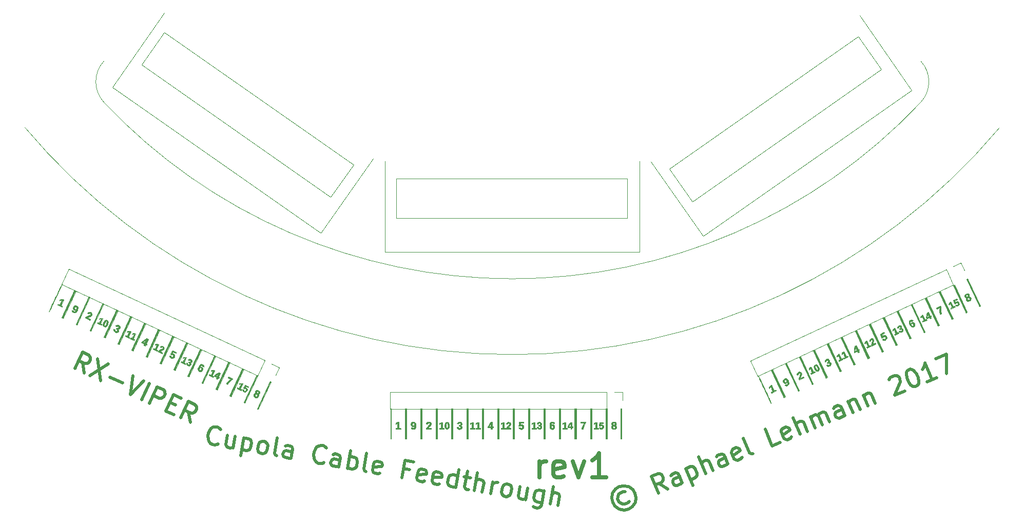
<source format=gto>
G04 #@! TF.FileFunction,Legend,Top*
%FSLAX46Y46*%
G04 Gerber Fmt 4.6, Leading zero omitted, Abs format (unit mm)*
G04 Created by KiCad (PCBNEW 4.0.6) date Sat Oct 28 17:22:52 2017*
%MOMM*%
%LPD*%
G01*
G04 APERTURE LIST*
%ADD10C,0.100000*%
%ADD11C,0.500000*%
%ADD12C,0.650000*%
%ADD13C,0.010000*%
%ADD14C,0.120000*%
G04 APERTURE END LIST*
D10*
D11*
X79028621Y-111047173D02*
X78726054Y-109329829D01*
X77474951Y-110322685D02*
X78742806Y-107603761D01*
X79778586Y-108086754D01*
X79977157Y-108336974D01*
X80046256Y-108526820D01*
X80054980Y-108846139D01*
X79873858Y-109234557D01*
X79623637Y-109433128D01*
X79433791Y-109502227D01*
X79114472Y-109510951D01*
X78078692Y-109027959D01*
X81202784Y-108750868D02*
X81747545Y-112315028D01*
X83015399Y-109596104D02*
X79934929Y-111469791D01*
X83266318Y-111762240D02*
X85337878Y-112728225D01*
X87029049Y-111467700D02*
X86667502Y-114609241D01*
X88841664Y-112312936D01*
X88480118Y-115454478D02*
X89747973Y-112735555D01*
X89774843Y-116058218D02*
X91042698Y-113339295D01*
X92078478Y-113822287D01*
X92277049Y-114072508D01*
X92346148Y-114262354D01*
X92354872Y-114581673D01*
X92173750Y-114970091D01*
X91923529Y-115168662D01*
X91733683Y-115237760D01*
X91414364Y-115246485D01*
X90378584Y-114763493D01*
X93157881Y-115901875D02*
X94064189Y-116324493D01*
X93788492Y-117929813D02*
X92493767Y-117326073D01*
X93761621Y-114607150D01*
X95056346Y-115210890D01*
X96507415Y-119197668D02*
X96204848Y-117480324D01*
X94953745Y-118473180D02*
X96221600Y-115754257D01*
X97257380Y-116237249D01*
X97455951Y-116487469D01*
X97525049Y-116677316D01*
X97533774Y-116996635D01*
X97352652Y-117385053D01*
X97102431Y-117583623D01*
X96912585Y-117652722D01*
X96593266Y-117661446D01*
X95557486Y-117178454D01*
D12*
X154071429Y-128309524D02*
X154071429Y-125642857D01*
X154071429Y-126404762D02*
X154261905Y-126023810D01*
X154452381Y-125833333D01*
X154833334Y-125642857D01*
X155214286Y-125642857D01*
X158071428Y-128119048D02*
X157690476Y-128309524D01*
X156928571Y-128309524D01*
X156547619Y-128119048D01*
X156357143Y-127738095D01*
X156357143Y-126214286D01*
X156547619Y-125833333D01*
X156928571Y-125642857D01*
X157690476Y-125642857D01*
X158071428Y-125833333D01*
X158261905Y-126214286D01*
X158261905Y-126595238D01*
X156357143Y-126976190D01*
X159595238Y-125642857D02*
X160547619Y-128309524D01*
X161499999Y-125642857D01*
X165119047Y-128309524D02*
X162833333Y-128309524D01*
X163976190Y-128309524D02*
X163976190Y-124309524D01*
X163595238Y-124880952D01*
X163214285Y-125261905D01*
X162833333Y-125452381D01*
D11*
X168237963Y-130665907D02*
X167919328Y-130643261D01*
X167391397Y-130861938D01*
X167182101Y-131103259D01*
X167027474Y-131476563D01*
X167004829Y-131795197D01*
X167223505Y-132323129D01*
X167464826Y-132532425D01*
X167838129Y-132687052D01*
X168156764Y-132709697D01*
X168684695Y-132491021D01*
X168893992Y-132249700D01*
X167272680Y-129828720D02*
X166667435Y-130234049D01*
X166171528Y-130903342D01*
X166048925Y-131727264D01*
X166190288Y-132441846D01*
X166595616Y-133047091D01*
X167264909Y-133542998D01*
X168088830Y-133665601D01*
X168803413Y-133524238D01*
X169408658Y-133118910D01*
X169904565Y-132449617D01*
X170027168Y-131625696D01*
X169885806Y-130911112D01*
X169480477Y-130305868D01*
X168811184Y-129809961D01*
X167987262Y-129687358D01*
X167272680Y-129828720D01*
X175315859Y-130208186D02*
X173845288Y-129271041D01*
X173732066Y-130864214D02*
X172584015Y-128092576D01*
X173639878Y-127655223D01*
X173958512Y-127677868D01*
X174145164Y-127755182D01*
X174386484Y-127964478D01*
X174550492Y-128360427D01*
X174527847Y-128679061D01*
X174450533Y-128865713D01*
X174241237Y-129107033D01*
X173185375Y-129544386D01*
X177691549Y-129224143D02*
X177090189Y-127772331D01*
X176848869Y-127563035D01*
X176530234Y-127540390D01*
X176002303Y-127759067D01*
X175793006Y-128000388D01*
X177636880Y-129092160D02*
X177427584Y-129333481D01*
X176767670Y-129606826D01*
X176449035Y-129584181D01*
X176207714Y-129374884D01*
X176098376Y-129110919D01*
X176121021Y-128792284D01*
X176330317Y-128550964D01*
X176990231Y-128277618D01*
X177199528Y-128036298D01*
X178246011Y-126829693D02*
X179394061Y-129601331D01*
X178300680Y-126961675D02*
X178509976Y-126720355D01*
X179037908Y-126501678D01*
X179356542Y-126524323D01*
X179543194Y-126601636D01*
X179784514Y-126810933D01*
X180112529Y-127602830D01*
X180089884Y-127921465D01*
X180012571Y-128108117D01*
X179803274Y-128349437D01*
X179275343Y-128568114D01*
X178956709Y-128545469D01*
X181519051Y-127638739D02*
X180371001Y-124867101D01*
X182706896Y-127146718D02*
X182105536Y-125694907D01*
X181864215Y-125485611D01*
X181545581Y-125462966D01*
X181149632Y-125626973D01*
X180940336Y-125868294D01*
X180863022Y-126054946D01*
X185214569Y-126108006D02*
X184613209Y-124656195D01*
X184371889Y-124446898D01*
X184053254Y-124424254D01*
X183525323Y-124642930D01*
X183316026Y-124884251D01*
X185159900Y-125976023D02*
X184950604Y-126217344D01*
X184290689Y-126490689D01*
X183972055Y-126468044D01*
X183730734Y-126258747D01*
X183621396Y-125994782D01*
X183644041Y-125676148D01*
X183853337Y-125434827D01*
X184513251Y-125161481D01*
X184722548Y-124920161D01*
X187535591Y-124991980D02*
X187326294Y-125233300D01*
X186798363Y-125451977D01*
X186479728Y-125429332D01*
X186238407Y-125220035D01*
X185801055Y-124164173D01*
X185823700Y-123845538D01*
X186032996Y-123604218D01*
X186560927Y-123385541D01*
X186879562Y-123408186D01*
X187120882Y-123617482D01*
X187230221Y-123881449D01*
X186019731Y-124692104D01*
X189306036Y-124413265D02*
X188987402Y-124390620D01*
X188746081Y-124181323D01*
X187762038Y-121805633D01*
X193793451Y-122554516D02*
X192473624Y-123101207D01*
X191325573Y-120329568D01*
X195718524Y-121602498D02*
X195509227Y-121843819D01*
X194981296Y-122062495D01*
X194662662Y-122039850D01*
X194421341Y-121830553D01*
X193983988Y-120774691D01*
X194006633Y-120456057D01*
X194215929Y-120214736D01*
X194743861Y-119996059D01*
X195062495Y-120018704D01*
X195303816Y-120228000D01*
X195413154Y-120491967D01*
X194202665Y-121302622D01*
X197093021Y-121187790D02*
X195944971Y-118416151D01*
X198280866Y-120695768D02*
X197679506Y-119243957D01*
X197438186Y-119034661D01*
X197119551Y-119012016D01*
X196723602Y-119176024D01*
X196514306Y-119417344D01*
X196436992Y-119603996D01*
X199600694Y-120149077D02*
X198835328Y-118301318D01*
X198944666Y-118565284D02*
X199021979Y-118378632D01*
X199231276Y-118137311D01*
X199627225Y-117973304D01*
X199945859Y-117995949D01*
X200187179Y-118205245D01*
X200788539Y-119657056D01*
X200187179Y-118205245D02*
X200209824Y-117886611D01*
X200419120Y-117645290D01*
X200815069Y-117481282D01*
X201133704Y-117503927D01*
X201375024Y-117713223D01*
X201976384Y-119165034D01*
X204484057Y-118126322D02*
X203882698Y-116674511D01*
X203641377Y-116465215D01*
X203322743Y-116442570D01*
X202794811Y-116661247D01*
X202585515Y-116902567D01*
X204429388Y-117994340D02*
X204220092Y-118235660D01*
X203560178Y-118509006D01*
X203241544Y-118486361D01*
X203000223Y-118277064D01*
X202890885Y-118013098D01*
X202913529Y-117694464D01*
X203122826Y-117453143D01*
X203782740Y-117179798D01*
X203992036Y-116938477D01*
X205038519Y-115731872D02*
X205803886Y-117579631D01*
X205147857Y-115995838D02*
X205225171Y-115809186D01*
X205434467Y-115567865D01*
X205830416Y-115403858D01*
X206149050Y-115426503D01*
X206390371Y-115635799D01*
X206991731Y-117087610D01*
X207546192Y-114693160D02*
X208311559Y-116540919D01*
X207655530Y-114957125D02*
X207732844Y-114770474D01*
X207942140Y-114529153D01*
X208338089Y-114365146D01*
X208656724Y-114387790D01*
X208898044Y-114597087D01*
X209499404Y-116048898D01*
X211760262Y-112174498D02*
X211837576Y-111987846D01*
X212046872Y-111746525D01*
X212706786Y-111473180D01*
X213025420Y-111495825D01*
X213212072Y-111573138D01*
X213453393Y-111782434D01*
X213562731Y-112046401D01*
X213594756Y-112497018D01*
X212666991Y-114736840D01*
X214382767Y-114026142D01*
X214950493Y-110543806D02*
X215214459Y-110434468D01*
X215533094Y-110457112D01*
X215719745Y-110534426D01*
X215961066Y-110743722D01*
X216311725Y-111216985D01*
X216585071Y-111876899D01*
X216671764Y-112459499D01*
X216649120Y-112778134D01*
X216571806Y-112964786D01*
X216362510Y-113206106D01*
X216098543Y-113315445D01*
X215779909Y-113292800D01*
X215593257Y-113215486D01*
X215351936Y-113006189D01*
X215001278Y-112532927D01*
X214727932Y-111873013D01*
X214641239Y-111290413D01*
X214663883Y-110971778D01*
X214741197Y-110785127D01*
X214950493Y-110543806D01*
X219662079Y-111839380D02*
X218078286Y-112495408D01*
X218870182Y-112167394D02*
X217722132Y-109395756D01*
X217622173Y-109901042D01*
X217467547Y-110274346D01*
X217258250Y-110515667D01*
X219437908Y-108685058D02*
X221285667Y-107919691D01*
X221245873Y-111183351D01*
X101091045Y-122755019D02*
X100925552Y-122870899D01*
X100478685Y-122937165D01*
X100197312Y-122887552D01*
X99800057Y-122672444D01*
X99568298Y-122341456D01*
X99477225Y-122035276D01*
X99435766Y-121447722D01*
X99510187Y-121025661D01*
X99750101Y-120487721D01*
X99940401Y-120231154D01*
X100271388Y-119999394D01*
X100718256Y-119933128D01*
X100999630Y-119982742D01*
X101396883Y-120197849D01*
X101512763Y-120363343D01*
X103921091Y-121513301D02*
X103573795Y-123482917D01*
X102654910Y-121290039D02*
X102382035Y-122837594D01*
X102473107Y-123143775D01*
X102729674Y-123334075D01*
X103151735Y-123408496D01*
X103457915Y-123317423D01*
X103623409Y-123201543D01*
X105327960Y-121761370D02*
X104807016Y-124715793D01*
X105303153Y-121902057D02*
X105609333Y-121810984D01*
X106172081Y-121910211D01*
X106428648Y-122100512D01*
X106544527Y-122266005D01*
X106635600Y-122572186D01*
X106486759Y-123416307D01*
X106296459Y-123672874D01*
X106130965Y-123788754D01*
X105824785Y-123879827D01*
X105262037Y-123780599D01*
X105005471Y-123590299D01*
X108075774Y-124276737D02*
X107819207Y-124086437D01*
X107703327Y-123920943D01*
X107612255Y-123614762D01*
X107761096Y-122770641D01*
X107951396Y-122514074D01*
X108116890Y-122398194D01*
X108423070Y-122307121D01*
X108845131Y-122381542D01*
X109101698Y-122571843D01*
X109217577Y-122737336D01*
X109308650Y-123043516D01*
X109159809Y-123887637D01*
X108969508Y-124144205D01*
X108804015Y-124260085D01*
X108497835Y-124351158D01*
X108075774Y-124276737D01*
X110748824Y-124748068D02*
X110492257Y-124557767D01*
X110401184Y-124251586D01*
X110847708Y-121719224D01*
X113140500Y-125169785D02*
X113413376Y-123622229D01*
X113322303Y-123316049D01*
X113065736Y-123125749D01*
X112502989Y-123026521D01*
X112196808Y-123117594D01*
X113165307Y-125029098D02*
X112859127Y-125120171D01*
X112155692Y-124996137D01*
X111899126Y-124805836D01*
X111808053Y-124499655D01*
X111857667Y-124218282D01*
X112047967Y-123961715D01*
X112354147Y-123870642D01*
X113057582Y-123994677D01*
X113363762Y-123903604D01*
X118536213Y-125831073D02*
X118370719Y-125946953D01*
X117923852Y-126013219D01*
X117642479Y-125963605D01*
X117245225Y-125748498D01*
X117013465Y-125417510D01*
X116922392Y-125111329D01*
X116880933Y-124523776D01*
X116955354Y-124101715D01*
X117195268Y-123563775D01*
X117385568Y-123307208D01*
X117716555Y-123075448D01*
X118163423Y-123009182D01*
X118444797Y-123058796D01*
X118842050Y-123273903D01*
X118957930Y-123439396D01*
X121018962Y-126558970D02*
X121291838Y-125011415D01*
X121200765Y-124705235D01*
X120944198Y-124514934D01*
X120381451Y-124415707D01*
X120075271Y-124506780D01*
X121043769Y-126418284D02*
X120737589Y-126509357D01*
X120034154Y-126385322D01*
X119777588Y-126195022D01*
X119686515Y-125888841D01*
X119736129Y-125607467D01*
X119926429Y-125350901D01*
X120232609Y-125259828D01*
X120936044Y-125383862D01*
X121242224Y-125292789D01*
X122425831Y-126807039D02*
X122946775Y-123852616D01*
X122748320Y-124978110D02*
X123054501Y-124887037D01*
X123617248Y-124986265D01*
X123873815Y-125176565D01*
X123989695Y-125342059D01*
X124080768Y-125648239D01*
X123931926Y-126492360D01*
X123741626Y-126748928D01*
X123576132Y-126864808D01*
X123269952Y-126955881D01*
X122707204Y-126856653D01*
X122450638Y-126666353D01*
X125520941Y-127352791D02*
X125264374Y-127162490D01*
X125173302Y-126856309D01*
X125619825Y-124323947D01*
X127796738Y-127609014D02*
X127490557Y-127700087D01*
X126927810Y-127600860D01*
X126671243Y-127410559D01*
X126580170Y-127104378D01*
X126778625Y-125978884D01*
X126968926Y-125722317D01*
X127275106Y-125631244D01*
X127837854Y-125730472D01*
X128094420Y-125920772D01*
X128185493Y-126226952D01*
X128135879Y-126508327D01*
X126679398Y-126541631D01*
X132687472Y-127020773D02*
X131702664Y-126847124D01*
X131429788Y-128394680D02*
X131950733Y-125440257D01*
X133357601Y-125688325D01*
X135112453Y-128898972D02*
X134806273Y-128990045D01*
X134243525Y-128890818D01*
X133986958Y-128700517D01*
X133895886Y-128394336D01*
X134094341Y-127268841D01*
X134284641Y-127012275D01*
X134590821Y-126921202D01*
X135153569Y-127020430D01*
X135410136Y-127210730D01*
X135501208Y-127516910D01*
X135451595Y-127798285D01*
X133995113Y-127831589D01*
X137644816Y-129345496D02*
X137338636Y-129436569D01*
X136775888Y-129337341D01*
X136519322Y-129147041D01*
X136428249Y-128840860D01*
X136626704Y-127715365D01*
X136817004Y-127458799D01*
X137123185Y-127367726D01*
X137685932Y-127466954D01*
X137942499Y-127657254D01*
X138033572Y-127963434D01*
X137983958Y-128244809D01*
X136527476Y-128278113D01*
X140293059Y-129957514D02*
X140814004Y-127003090D01*
X140317866Y-129816827D02*
X140011686Y-129907900D01*
X139448938Y-129808672D01*
X139192372Y-129618372D01*
X139076492Y-129452878D01*
X138985419Y-129146697D01*
X139134260Y-128302576D01*
X139324561Y-128046010D01*
X139490054Y-127930130D01*
X139796234Y-127839057D01*
X140358982Y-127938284D01*
X140615549Y-128128585D01*
X141625163Y-128161546D02*
X142750658Y-128360001D01*
X142220872Y-127251159D02*
X141774349Y-129783522D01*
X141865421Y-130089703D01*
X142121988Y-130280003D01*
X142403361Y-130329617D01*
X143388170Y-130503265D02*
X143909115Y-127548842D01*
X144654351Y-130726527D02*
X144927227Y-129178972D01*
X144836154Y-128872791D01*
X144579587Y-128682491D01*
X144157526Y-128608070D01*
X143851346Y-128699143D01*
X143685853Y-128815023D01*
X146061220Y-130974596D02*
X146408516Y-129004981D01*
X146309289Y-129567727D02*
X146499589Y-129311161D01*
X146665083Y-129195281D01*
X146971263Y-129104208D01*
X147252637Y-129153822D01*
X148312209Y-131371506D02*
X148055642Y-131181206D01*
X147939762Y-131015712D01*
X147848690Y-130709531D01*
X147997531Y-129865410D01*
X148187831Y-129608843D01*
X148353325Y-129492964D01*
X148659505Y-129401891D01*
X149081566Y-129476311D01*
X149338133Y-129666612D01*
X149454013Y-129832105D01*
X149545085Y-130138285D01*
X149396244Y-130982407D01*
X149205944Y-131238974D01*
X149040450Y-131354854D01*
X148734270Y-131445927D01*
X148312209Y-131371506D01*
X152176676Y-130022063D02*
X151829380Y-131991678D01*
X150910495Y-129798801D02*
X150637619Y-131346355D01*
X150728692Y-131652537D01*
X150985259Y-131842837D01*
X151407320Y-131917258D01*
X151713500Y-131826185D01*
X151878994Y-131710305D01*
X154849726Y-130493394D02*
X154428009Y-132885069D01*
X154237709Y-133141637D01*
X154072215Y-133257516D01*
X153766034Y-133348589D01*
X153343974Y-133274169D01*
X153087407Y-133083868D01*
X154527237Y-132322322D02*
X154221056Y-132413395D01*
X153658309Y-132314168D01*
X153401742Y-132123867D01*
X153285862Y-131958374D01*
X153194789Y-131652193D01*
X153343631Y-130808072D01*
X153533931Y-130551505D01*
X153699425Y-130435625D01*
X154005605Y-130344552D01*
X154568353Y-130443780D01*
X154824919Y-130634080D01*
X155909298Y-132711078D02*
X156430243Y-129756655D01*
X157175480Y-132934340D02*
X157448355Y-131386784D01*
X157357282Y-131080604D01*
X157100716Y-130890304D01*
X156678655Y-130815883D01*
X156372475Y-130906956D01*
X156206981Y-131022836D01*
D10*
X181118695Y-88488755D02*
X215523081Y-64398545D01*
X128639747Y-76119341D02*
X128639747Y-91119341D01*
X229951412Y-70652321D02*
G75*
G02X69200000Y-70512042I-80316747J67632979D01*
G01*
X217030137Y-59622075D02*
G75*
G02X216985486Y-66429137I-3684961J-3379506D01*
G01*
X216931957Y-66485934D02*
G75*
G02X82294010Y-66429133I-67292210J63466592D01*
G01*
X82288775Y-66423571D02*
G75*
G02X82254525Y-59616449I3645543J3421990D01*
G01*
X118048377Y-87997755D02*
X126652023Y-75710474D01*
X128639747Y-91119341D02*
X170639747Y-91119341D01*
X172515049Y-76201475D02*
X181118695Y-88488755D01*
X92247638Y-51620264D02*
X83643991Y-63907545D01*
X83643991Y-63907545D02*
X118048377Y-87997755D01*
X215523081Y-64398545D02*
X206919435Y-52111264D01*
X170639747Y-91119341D02*
X170639747Y-76119341D01*
D13*
G36*
X190232403Y-111583480D02*
X190245509Y-111596212D01*
X190264392Y-111623330D01*
X190290520Y-111667844D01*
X190325359Y-111732767D01*
X190370378Y-111821111D01*
X190427042Y-111935885D01*
X190496819Y-112080104D01*
X190581175Y-112256778D01*
X190681577Y-112468919D01*
X190799494Y-112719538D01*
X190936392Y-113011648D01*
X191093737Y-113348259D01*
X191272996Y-113732384D01*
X191317534Y-113827885D01*
X191501895Y-114223449D01*
X191663633Y-114570980D01*
X191804108Y-114873536D01*
X191924687Y-115134179D01*
X192026732Y-115355967D01*
X192111610Y-115541961D01*
X192180683Y-115695220D01*
X192235315Y-115818803D01*
X192276869Y-115915770D01*
X192306712Y-115989182D01*
X192326208Y-116042097D01*
X192336718Y-116077575D01*
X192339610Y-116098676D01*
X192336244Y-116108459D01*
X192334727Y-116109431D01*
X192325931Y-116108072D01*
X192312825Y-116095340D01*
X192293942Y-116068223D01*
X192267814Y-116023708D01*
X192232974Y-115958785D01*
X192187956Y-115870443D01*
X192131292Y-115755667D01*
X192061516Y-115611449D01*
X191977159Y-115434775D01*
X191876756Y-115222634D01*
X191758839Y-114972015D01*
X191621943Y-114679905D01*
X191464597Y-114343293D01*
X191285338Y-113959168D01*
X191240800Y-113863667D01*
X191056438Y-113468104D01*
X190894702Y-113120573D01*
X190754226Y-112818017D01*
X190633647Y-112557373D01*
X190531601Y-112335585D01*
X190446724Y-112149591D01*
X190377652Y-111996333D01*
X190323020Y-111872750D01*
X190281464Y-111775782D01*
X190251621Y-111702371D01*
X190232127Y-111649456D01*
X190221615Y-111613978D01*
X190218725Y-111592877D01*
X190222090Y-111583093D01*
X190223608Y-111582122D01*
X190232403Y-111583480D01*
X190232403Y-111583480D01*
G37*
X190232403Y-111583480D02*
X190245509Y-111596212D01*
X190264392Y-111623330D01*
X190290520Y-111667844D01*
X190325359Y-111732767D01*
X190370378Y-111821111D01*
X190427042Y-111935885D01*
X190496819Y-112080104D01*
X190581175Y-112256778D01*
X190681577Y-112468919D01*
X190799494Y-112719538D01*
X190936392Y-113011648D01*
X191093737Y-113348259D01*
X191272996Y-113732384D01*
X191317534Y-113827885D01*
X191501895Y-114223449D01*
X191663633Y-114570980D01*
X191804108Y-114873536D01*
X191924687Y-115134179D01*
X192026732Y-115355967D01*
X192111610Y-115541961D01*
X192180683Y-115695220D01*
X192235315Y-115818803D01*
X192276869Y-115915770D01*
X192306712Y-115989182D01*
X192326208Y-116042097D01*
X192336718Y-116077575D01*
X192339610Y-116098676D01*
X192336244Y-116108459D01*
X192334727Y-116109431D01*
X192325931Y-116108072D01*
X192312825Y-116095340D01*
X192293942Y-116068223D01*
X192267814Y-116023708D01*
X192232974Y-115958785D01*
X192187956Y-115870443D01*
X192131292Y-115755667D01*
X192061516Y-115611449D01*
X191977159Y-115434775D01*
X191876756Y-115222634D01*
X191758839Y-114972015D01*
X191621943Y-114679905D01*
X191464597Y-114343293D01*
X191285338Y-113959168D01*
X191240800Y-113863667D01*
X191056438Y-113468104D01*
X190894702Y-113120573D01*
X190754226Y-112818017D01*
X190633647Y-112557373D01*
X190531601Y-112335585D01*
X190446724Y-112149591D01*
X190377652Y-111996333D01*
X190323020Y-111872750D01*
X190281464Y-111775782D01*
X190251621Y-111702371D01*
X190232127Y-111649456D01*
X190221615Y-111613978D01*
X190218725Y-111592877D01*
X190222090Y-111583093D01*
X190223608Y-111582122D01*
X190232403Y-111583480D01*
G36*
X194675115Y-115018090D02*
X194444913Y-115125435D01*
X192333794Y-110598126D01*
X192563996Y-110490781D01*
X194675115Y-115018090D01*
X194675115Y-115018090D01*
G37*
X194675115Y-115018090D02*
X194444913Y-115125435D01*
X192333794Y-110598126D01*
X192563996Y-110490781D01*
X194675115Y-115018090D01*
G36*
X196977137Y-113944640D02*
X196746935Y-114051985D01*
X194635816Y-109524676D01*
X194866018Y-109417330D01*
X196977137Y-113944640D01*
X196977137Y-113944640D01*
G37*
X196977137Y-113944640D02*
X196746935Y-114051985D01*
X194635816Y-109524676D01*
X194866018Y-109417330D01*
X196977137Y-113944640D01*
G36*
X199279159Y-112871189D02*
X199048957Y-112978534D01*
X196937838Y-108451225D01*
X197168040Y-108343880D01*
X199279159Y-112871189D01*
X199279159Y-112871189D01*
G37*
X199279159Y-112871189D02*
X199048957Y-112978534D01*
X196937838Y-108451225D01*
X197168040Y-108343880D01*
X199279159Y-112871189D01*
G36*
X201581180Y-111797739D02*
X201350978Y-111905084D01*
X199239859Y-107377775D01*
X199470062Y-107270430D01*
X201581180Y-111797739D01*
X201581180Y-111797739D01*
G37*
X201581180Y-111797739D02*
X201350978Y-111905084D01*
X199239859Y-107377775D01*
X199470062Y-107270430D01*
X201581180Y-111797739D01*
G36*
X203883202Y-110724289D02*
X203653000Y-110831634D01*
X201541881Y-106304324D01*
X201772083Y-106196979D01*
X203883202Y-110724289D01*
X203883202Y-110724289D01*
G37*
X203883202Y-110724289D02*
X203653000Y-110831634D01*
X201541881Y-106304324D01*
X201772083Y-106196979D01*
X203883202Y-110724289D01*
G36*
X206185224Y-109650838D02*
X205955022Y-109758183D01*
X203843903Y-105230874D01*
X204074105Y-105123529D01*
X206185224Y-109650838D01*
X206185224Y-109650838D01*
G37*
X206185224Y-109650838D02*
X205955022Y-109758183D01*
X203843903Y-105230874D01*
X204074105Y-105123529D01*
X206185224Y-109650838D01*
G36*
X208512824Y-108565461D02*
X208257044Y-108684733D01*
X206145925Y-104157424D01*
X206401705Y-104038151D01*
X208512824Y-108565461D01*
X208512824Y-108565461D01*
G37*
X208512824Y-108565461D02*
X208257044Y-108684733D01*
X206145925Y-104157424D01*
X206401705Y-104038151D01*
X208512824Y-108565461D01*
G36*
X210814845Y-107492010D02*
X210559065Y-107611282D01*
X208447946Y-103083973D01*
X208703726Y-102964701D01*
X210814845Y-107492010D01*
X210814845Y-107492010D01*
G37*
X210814845Y-107492010D02*
X210559065Y-107611282D01*
X208447946Y-103083973D01*
X208703726Y-102964701D01*
X210814845Y-107492010D01*
G36*
X213116867Y-106418560D02*
X212861087Y-106537832D01*
X210749968Y-102010523D01*
X211005748Y-101891251D01*
X213116867Y-106418560D01*
X213116867Y-106418560D01*
G37*
X213116867Y-106418560D02*
X212861087Y-106537832D01*
X210749968Y-102010523D01*
X211005748Y-101891251D01*
X213116867Y-106418560D01*
G36*
X215418889Y-105345109D02*
X215188687Y-105452455D01*
X213077568Y-100925145D01*
X213307770Y-100817800D01*
X215418889Y-105345109D01*
X215418889Y-105345109D01*
G37*
X215418889Y-105345109D02*
X215188687Y-105452455D01*
X213077568Y-100925145D01*
X213307770Y-100817800D01*
X215418889Y-105345109D01*
G36*
X217720911Y-104271659D02*
X217490709Y-104379004D01*
X215379590Y-99851695D01*
X215609792Y-99744350D01*
X217720911Y-104271659D01*
X217720911Y-104271659D01*
G37*
X217720911Y-104271659D02*
X217490709Y-104379004D01*
X215379590Y-99851695D01*
X215609792Y-99744350D01*
X217720911Y-104271659D01*
G36*
X220048511Y-103186281D02*
X219792730Y-103305554D01*
X217681611Y-98778245D01*
X217937392Y-98658972D01*
X220048511Y-103186281D01*
X220048511Y-103186281D01*
G37*
X220048511Y-103186281D02*
X219792730Y-103305554D01*
X217681611Y-98778245D01*
X217937392Y-98658972D01*
X220048511Y-103186281D01*
G36*
X222350533Y-102112831D02*
X222120331Y-102220176D01*
X220009212Y-97692867D01*
X220239414Y-97585522D01*
X222350533Y-102112831D01*
X222350533Y-102112831D01*
G37*
X222350533Y-102112831D02*
X222120331Y-102220176D01*
X220009212Y-97692867D01*
X220239414Y-97585522D01*
X222350533Y-102112831D01*
G36*
X224678133Y-101027453D02*
X224447930Y-101134798D01*
X222336812Y-96607489D01*
X222567014Y-96500144D01*
X224678133Y-101027453D01*
X224678133Y-101027453D01*
G37*
X224678133Y-101027453D02*
X224447930Y-101134798D01*
X222336812Y-96607489D01*
X222567014Y-96500144D01*
X224678133Y-101027453D01*
G36*
X226852264Y-100013639D02*
X226698796Y-100085203D01*
X224587677Y-95557893D01*
X224741145Y-95486330D01*
X226852264Y-100013639D01*
X226852264Y-100013639D01*
G37*
X226852264Y-100013639D02*
X226698796Y-100085203D01*
X224587677Y-95557893D01*
X224741145Y-95486330D01*
X226852264Y-100013639D01*
G36*
X194623570Y-111951895D02*
X194687153Y-111945731D01*
X194795716Y-111960592D01*
X194890027Y-112007618D01*
X194976457Y-112092854D01*
X195061378Y-112222346D01*
X195137908Y-112373384D01*
X195196427Y-112503024D01*
X195232950Y-112597423D01*
X195251783Y-112671281D01*
X195257237Y-112739297D01*
X195256224Y-112777069D01*
X195242422Y-112875360D01*
X195215970Y-112961833D01*
X195204114Y-112985162D01*
X195130610Y-113063739D01*
X195023870Y-113132236D01*
X194907048Y-113178024D01*
X194828867Y-113189852D01*
X194752874Y-113175901D01*
X194668685Y-113140342D01*
X194599786Y-113094842D01*
X194572954Y-113062739D01*
X194590751Y-113041964D01*
X194641419Y-113002676D01*
X194665998Y-112985584D01*
X194738139Y-112944105D01*
X194793480Y-112936245D01*
X194838883Y-112949485D01*
X194920661Y-112959962D01*
X194983157Y-112924511D01*
X195021473Y-112851782D01*
X195030713Y-112750425D01*
X195011124Y-112645136D01*
X194980743Y-112544968D01*
X194916409Y-112638718D01*
X194830221Y-112722885D01*
X194719034Y-112775011D01*
X194603087Y-112787189D01*
X194558318Y-112778634D01*
X194443182Y-112718349D01*
X194350149Y-112621037D01*
X194308830Y-112544480D01*
X194530369Y-112441175D01*
X194586832Y-112517612D01*
X194660293Y-112568808D01*
X194740225Y-112582627D01*
X194779840Y-112571494D01*
X194827426Y-112528168D01*
X194858297Y-112472628D01*
X194865205Y-112378254D01*
X194828062Y-112282579D01*
X194755661Y-112204145D01*
X194720887Y-112182796D01*
X194629106Y-112157732D01*
X194558157Y-112184954D01*
X194510546Y-112261110D01*
X194501431Y-112351628D01*
X194530369Y-112441175D01*
X194308830Y-112544480D01*
X194284973Y-112500277D01*
X194253406Y-112369643D01*
X194261203Y-112242715D01*
X194295763Y-112159047D01*
X194379377Y-112067987D01*
X194496279Y-111994776D01*
X194623570Y-111951895D01*
X194623570Y-111951895D01*
G37*
X194623570Y-111951895D02*
X194687153Y-111945731D01*
X194795716Y-111960592D01*
X194890027Y-112007618D01*
X194976457Y-112092854D01*
X195061378Y-112222346D01*
X195137908Y-112373384D01*
X195196427Y-112503024D01*
X195232950Y-112597423D01*
X195251783Y-112671281D01*
X195257237Y-112739297D01*
X195256224Y-112777069D01*
X195242422Y-112875360D01*
X195215970Y-112961833D01*
X195204114Y-112985162D01*
X195130610Y-113063739D01*
X195023870Y-113132236D01*
X194907048Y-113178024D01*
X194828867Y-113189852D01*
X194752874Y-113175901D01*
X194668685Y-113140342D01*
X194599786Y-113094842D01*
X194572954Y-113062739D01*
X194590751Y-113041964D01*
X194641419Y-113002676D01*
X194665998Y-112985584D01*
X194738139Y-112944105D01*
X194793480Y-112936245D01*
X194838883Y-112949485D01*
X194920661Y-112959962D01*
X194983157Y-112924511D01*
X195021473Y-112851782D01*
X195030713Y-112750425D01*
X195011124Y-112645136D01*
X194980743Y-112544968D01*
X194916409Y-112638718D01*
X194830221Y-112722885D01*
X194719034Y-112775011D01*
X194603087Y-112787189D01*
X194558318Y-112778634D01*
X194443182Y-112718349D01*
X194350149Y-112621037D01*
X194308830Y-112544480D01*
X194530369Y-112441175D01*
X194586832Y-112517612D01*
X194660293Y-112568808D01*
X194740225Y-112582627D01*
X194779840Y-112571494D01*
X194827426Y-112528168D01*
X194858297Y-112472628D01*
X194865205Y-112378254D01*
X194828062Y-112282579D01*
X194755661Y-112204145D01*
X194720887Y-112182796D01*
X194629106Y-112157732D01*
X194558157Y-112184954D01*
X194510546Y-112261110D01*
X194501431Y-112351628D01*
X194530369Y-112441175D01*
X194308830Y-112544480D01*
X194284973Y-112500277D01*
X194253406Y-112369643D01*
X194261203Y-112242715D01*
X194295763Y-112159047D01*
X194379377Y-112067987D01*
X194496279Y-111994776D01*
X194623570Y-111951895D01*
G36*
X201496357Y-108733171D02*
X201625407Y-108716452D01*
X201747259Y-108741246D01*
X201799312Y-108769475D01*
X201886543Y-108858517D01*
X201930664Y-108968032D01*
X201928898Y-109083398D01*
X201879102Y-109189166D01*
X201821242Y-109264149D01*
X201916084Y-109260514D01*
X202039907Y-109279789D01*
X202133794Y-109346398D01*
X202194048Y-109457696D01*
X202194626Y-109459533D01*
X202211689Y-109549907D01*
X202209709Y-109631888D01*
X202206738Y-109644364D01*
X202144284Y-109760824D01*
X202039265Y-109858680D01*
X201904624Y-109929573D01*
X201753303Y-109965139D01*
X201706347Y-109967672D01*
X201579086Y-109947372D01*
X201490781Y-109895078D01*
X201436681Y-109844917D01*
X201409260Y-109808755D01*
X201408412Y-109802360D01*
X201437569Y-109769440D01*
X201492662Y-109731840D01*
X201554862Y-109699606D01*
X201605337Y-109682783D01*
X201624561Y-109687045D01*
X201669730Y-109726643D01*
X201745126Y-109748535D01*
X201825932Y-109747509D01*
X201860849Y-109736661D01*
X201932284Y-109675808D01*
X201960744Y-109589677D01*
X201943473Y-109502823D01*
X201887271Y-109442651D01*
X201801038Y-109420551D01*
X201698885Y-109439408D01*
X201677628Y-109448421D01*
X201619363Y-109470279D01*
X201585334Y-109457522D01*
X201553620Y-109401346D01*
X201552051Y-109397990D01*
X201528413Y-109335630D01*
X201538422Y-109300876D01*
X201581349Y-109275339D01*
X201663995Y-109213656D01*
X201705359Y-109132311D01*
X201698712Y-109045507D01*
X201694698Y-109036102D01*
X201636522Y-108962543D01*
X201562092Y-108933447D01*
X201486881Y-108947378D01*
X201426359Y-109002897D01*
X201401567Y-109063344D01*
X201364472Y-109141417D01*
X201290359Y-109193050D01*
X201209896Y-109219750D01*
X201164813Y-109204084D01*
X201149763Y-109142205D01*
X201151777Y-109093333D01*
X201187817Y-108971483D01*
X201265380Y-108866779D01*
X201372287Y-108785310D01*
X201496357Y-108733171D01*
X201496357Y-108733171D01*
G37*
X201496357Y-108733171D02*
X201625407Y-108716452D01*
X201747259Y-108741246D01*
X201799312Y-108769475D01*
X201886543Y-108858517D01*
X201930664Y-108968032D01*
X201928898Y-109083398D01*
X201879102Y-109189166D01*
X201821242Y-109264149D01*
X201916084Y-109260514D01*
X202039907Y-109279789D01*
X202133794Y-109346398D01*
X202194048Y-109457696D01*
X202194626Y-109459533D01*
X202211689Y-109549907D01*
X202209709Y-109631888D01*
X202206738Y-109644364D01*
X202144284Y-109760824D01*
X202039265Y-109858680D01*
X201904624Y-109929573D01*
X201753303Y-109965139D01*
X201706347Y-109967672D01*
X201579086Y-109947372D01*
X201490781Y-109895078D01*
X201436681Y-109844917D01*
X201409260Y-109808755D01*
X201408412Y-109802360D01*
X201437569Y-109769440D01*
X201492662Y-109731840D01*
X201554862Y-109699606D01*
X201605337Y-109682783D01*
X201624561Y-109687045D01*
X201669730Y-109726643D01*
X201745126Y-109748535D01*
X201825932Y-109747509D01*
X201860849Y-109736661D01*
X201932284Y-109675808D01*
X201960744Y-109589677D01*
X201943473Y-109502823D01*
X201887271Y-109442651D01*
X201801038Y-109420551D01*
X201698885Y-109439408D01*
X201677628Y-109448421D01*
X201619363Y-109470279D01*
X201585334Y-109457522D01*
X201553620Y-109401346D01*
X201552051Y-109397990D01*
X201528413Y-109335630D01*
X201538422Y-109300876D01*
X201581349Y-109275339D01*
X201663995Y-109213656D01*
X201705359Y-109132311D01*
X201698712Y-109045507D01*
X201694698Y-109036102D01*
X201636522Y-108962543D01*
X201562092Y-108933447D01*
X201486881Y-108947378D01*
X201426359Y-109002897D01*
X201401567Y-109063344D01*
X201364472Y-109141417D01*
X201290359Y-109193050D01*
X201209896Y-109219750D01*
X201164813Y-109204084D01*
X201149763Y-109142205D01*
X201151777Y-109093333D01*
X201187817Y-108971483D01*
X201265380Y-108866779D01*
X201372287Y-108785310D01*
X201496357Y-108733171D01*
G36*
X211035671Y-104493038D02*
X210575266Y-104707728D01*
X210640571Y-104847775D01*
X210678790Y-104927100D01*
X210703948Y-104962858D01*
X210726790Y-104962662D01*
X210758062Y-104934124D01*
X210759854Y-104932281D01*
X210871494Y-104852160D01*
X210993842Y-104821479D01*
X211116576Y-104837297D01*
X211229375Y-104896673D01*
X211321917Y-104996665D01*
X211375745Y-105107787D01*
X211398755Y-105256807D01*
X211369521Y-105396777D01*
X211292242Y-105518324D01*
X211171118Y-105612077D01*
X211143565Y-105625941D01*
X211044391Y-105657521D01*
X210940203Y-105670388D01*
X210931746Y-105670268D01*
X210858773Y-105657008D01*
X210778441Y-105626835D01*
X210707052Y-105588242D01*
X210660906Y-105549719D01*
X210652975Y-105525038D01*
X210678724Y-105498325D01*
X210733423Y-105456478D01*
X210745485Y-105448138D01*
X210812113Y-105411812D01*
X210868097Y-105412303D01*
X210915554Y-105432445D01*
X211007447Y-105454631D01*
X211084978Y-105430967D01*
X211139171Y-105371791D01*
X211161044Y-105287442D01*
X211141617Y-105188256D01*
X211136914Y-105177612D01*
X211080429Y-105102800D01*
X211004875Y-105059576D01*
X210925080Y-105049490D01*
X210855871Y-105074088D01*
X210812077Y-105134923D01*
X210809571Y-105143417D01*
X210771518Y-105194185D01*
X210690024Y-105245751D01*
X210679952Y-105250568D01*
X210564284Y-105304505D01*
X210500081Y-105124250D01*
X210453699Y-105001398D01*
X210401394Y-104873566D01*
X210367479Y-104796837D01*
X210299079Y-104649678D01*
X210964107Y-104339570D01*
X211035671Y-104493038D01*
X211035671Y-104493038D01*
G37*
X211035671Y-104493038D02*
X210575266Y-104707728D01*
X210640571Y-104847775D01*
X210678790Y-104927100D01*
X210703948Y-104962858D01*
X210726790Y-104962662D01*
X210758062Y-104934124D01*
X210759854Y-104932281D01*
X210871494Y-104852160D01*
X210993842Y-104821479D01*
X211116576Y-104837297D01*
X211229375Y-104896673D01*
X211321917Y-104996665D01*
X211375745Y-105107787D01*
X211398755Y-105256807D01*
X211369521Y-105396777D01*
X211292242Y-105518324D01*
X211171118Y-105612077D01*
X211143565Y-105625941D01*
X211044391Y-105657521D01*
X210940203Y-105670388D01*
X210931746Y-105670268D01*
X210858773Y-105657008D01*
X210778441Y-105626835D01*
X210707052Y-105588242D01*
X210660906Y-105549719D01*
X210652975Y-105525038D01*
X210678724Y-105498325D01*
X210733423Y-105456478D01*
X210745485Y-105448138D01*
X210812113Y-105411812D01*
X210868097Y-105412303D01*
X210915554Y-105432445D01*
X211007447Y-105454631D01*
X211084978Y-105430967D01*
X211139171Y-105371791D01*
X211161044Y-105287442D01*
X211141617Y-105188256D01*
X211136914Y-105177612D01*
X211080429Y-105102800D01*
X211004875Y-105059576D01*
X210925080Y-105049490D01*
X210855871Y-105074088D01*
X210812077Y-105134923D01*
X210809571Y-105143417D01*
X210771518Y-105194185D01*
X210690024Y-105245751D01*
X210679952Y-105250568D01*
X210564284Y-105304505D01*
X210500081Y-105124250D01*
X210453699Y-105001398D01*
X210401394Y-104873566D01*
X210367479Y-104796837D01*
X210299079Y-104649678D01*
X210964107Y-104339570D01*
X211035671Y-104493038D01*
G36*
X215352563Y-102273471D02*
X215482429Y-102258986D01*
X215597960Y-102289111D01*
X215621956Y-102303134D01*
X215680668Y-102344870D01*
X215714106Y-102373729D01*
X215716087Y-102376609D01*
X215699798Y-102400530D01*
X215649952Y-102441641D01*
X215625528Y-102458844D01*
X215553387Y-102500323D01*
X215498046Y-102508182D01*
X215452643Y-102494943D01*
X215370864Y-102484466D01*
X215308369Y-102519917D01*
X215270053Y-102592646D01*
X215260812Y-102694003D01*
X215280402Y-102799291D01*
X215310784Y-102899459D01*
X215375117Y-102805709D01*
X215461305Y-102721543D01*
X215572492Y-102669417D01*
X215688438Y-102657238D01*
X215733208Y-102665795D01*
X215849197Y-102726281D01*
X215940843Y-102823146D01*
X216003606Y-102943374D01*
X216032946Y-103073950D01*
X216024318Y-103201857D01*
X215973183Y-103314079D01*
X215963653Y-103326262D01*
X215850706Y-103425591D01*
X215718475Y-103481532D01*
X215581368Y-103488042D01*
X215578861Y-103487655D01*
X215466972Y-103459823D01*
X215376199Y-103410143D01*
X215297445Y-103329880D01*
X215221609Y-103210297D01*
X215217632Y-103202328D01*
X215437175Y-103099954D01*
X215481512Y-103186576D01*
X215556696Y-103254012D01*
X215570640Y-103261631D01*
X215662420Y-103286696D01*
X215733369Y-103259473D01*
X215780980Y-103183318D01*
X215790096Y-103092799D01*
X215761158Y-103003254D01*
X215704695Y-102926816D01*
X215631233Y-102875620D01*
X215551301Y-102861800D01*
X215511686Y-102872935D01*
X215450018Y-102928336D01*
X215425929Y-103008941D01*
X215437175Y-103099954D01*
X215217632Y-103202328D01*
X215158696Y-103084247D01*
X215077292Y-102881621D01*
X215038887Y-102711829D01*
X215043840Y-102570726D01*
X215092501Y-102454166D01*
X215185230Y-102358003D01*
X215223258Y-102331509D01*
X215352563Y-102273471D01*
X215352563Y-102273471D01*
G37*
X215352563Y-102273471D02*
X215482429Y-102258986D01*
X215597960Y-102289111D01*
X215621956Y-102303134D01*
X215680668Y-102344870D01*
X215714106Y-102373729D01*
X215716087Y-102376609D01*
X215699798Y-102400530D01*
X215649952Y-102441641D01*
X215625528Y-102458844D01*
X215553387Y-102500323D01*
X215498046Y-102508182D01*
X215452643Y-102494943D01*
X215370864Y-102484466D01*
X215308369Y-102519917D01*
X215270053Y-102592646D01*
X215260812Y-102694003D01*
X215280402Y-102799291D01*
X215310784Y-102899459D01*
X215375117Y-102805709D01*
X215461305Y-102721543D01*
X215572492Y-102669417D01*
X215688438Y-102657238D01*
X215733208Y-102665795D01*
X215849197Y-102726281D01*
X215940843Y-102823146D01*
X216003606Y-102943374D01*
X216032946Y-103073950D01*
X216024318Y-103201857D01*
X215973183Y-103314079D01*
X215963653Y-103326262D01*
X215850706Y-103425591D01*
X215718475Y-103481532D01*
X215581368Y-103488042D01*
X215578861Y-103487655D01*
X215466972Y-103459823D01*
X215376199Y-103410143D01*
X215297445Y-103329880D01*
X215221609Y-103210297D01*
X215217632Y-103202328D01*
X215437175Y-103099954D01*
X215481512Y-103186576D01*
X215556696Y-103254012D01*
X215570640Y-103261631D01*
X215662420Y-103286696D01*
X215733369Y-103259473D01*
X215780980Y-103183318D01*
X215790096Y-103092799D01*
X215761158Y-103003254D01*
X215704695Y-102926816D01*
X215631233Y-102875620D01*
X215551301Y-102861800D01*
X215511686Y-102872935D01*
X215450018Y-102928336D01*
X215425929Y-103008941D01*
X215437175Y-103099954D01*
X215217632Y-103202328D01*
X215158696Y-103084247D01*
X215077292Y-102881621D01*
X215038887Y-102711829D01*
X215043840Y-102570726D01*
X215092501Y-102454166D01*
X215185230Y-102358003D01*
X215223258Y-102331509D01*
X215352563Y-102273471D01*
G36*
X224620675Y-97962133D02*
X224748509Y-97961892D01*
X224858277Y-97998240D01*
X224941803Y-98065655D01*
X224990910Y-98158608D01*
X224997423Y-98271577D01*
X224979873Y-98340273D01*
X224957624Y-98415680D01*
X224962582Y-98452497D01*
X224981721Y-98461099D01*
X225031846Y-98461513D01*
X225044192Y-98458517D01*
X225082966Y-98468245D01*
X225139149Y-98510248D01*
X225197694Y-98570621D01*
X225243553Y-98635458D01*
X225250588Y-98649247D01*
X225278645Y-98769335D01*
X225264328Y-98897106D01*
X225211107Y-99009026D01*
X225194602Y-99029097D01*
X225084305Y-99117626D01*
X224947013Y-99181905D01*
X224809357Y-99209609D01*
X224804269Y-99209780D01*
X224688242Y-99187607D01*
X224578821Y-99123951D01*
X224496805Y-99031960D01*
X224483439Y-99006974D01*
X224477485Y-98987942D01*
X224705192Y-98881761D01*
X224767983Y-98968719D01*
X224848949Y-99012470D01*
X224936077Y-99007065D01*
X224948115Y-99002032D01*
X225016066Y-98942921D01*
X225035256Y-98892189D01*
X225031867Y-98791148D01*
X224992370Y-98702347D01*
X224927549Y-98636885D01*
X224848187Y-98605858D01*
X224769206Y-98618362D01*
X224703472Y-98676816D01*
X224678910Y-98763975D01*
X224698687Y-98866814D01*
X224705192Y-98881761D01*
X224477485Y-98987942D01*
X224460777Y-98934531D01*
X224449470Y-98850633D01*
X224450496Y-98775746D01*
X224464836Y-98730333D01*
X224470000Y-98726268D01*
X224500092Y-98696958D01*
X224512133Y-98680071D01*
X224514520Y-98651189D01*
X224475518Y-98623246D01*
X224420764Y-98600990D01*
X224314471Y-98538449D01*
X224270492Y-98477239D01*
X224498189Y-98371062D01*
X224554428Y-98441851D01*
X224629826Y-98474552D01*
X224697643Y-98464894D01*
X224745860Y-98421349D01*
X224766595Y-98383806D01*
X224772066Y-98302494D01*
X224738882Y-98226986D01*
X224679704Y-98170764D01*
X224607192Y-98147308D01*
X224554516Y-98157957D01*
X224498787Y-98211819D01*
X224479984Y-98292767D01*
X224498189Y-98371062D01*
X224270492Y-98477239D01*
X224251453Y-98450743D01*
X224230688Y-98347685D01*
X224251151Y-98239093D01*
X224311818Y-98134780D01*
X224411668Y-98044562D01*
X224482953Y-98004489D01*
X224620675Y-97962133D01*
X224620675Y-97962133D01*
G37*
X224620675Y-97962133D02*
X224748509Y-97961892D01*
X224858277Y-97998240D01*
X224941803Y-98065655D01*
X224990910Y-98158608D01*
X224997423Y-98271577D01*
X224979873Y-98340273D01*
X224957624Y-98415680D01*
X224962582Y-98452497D01*
X224981721Y-98461099D01*
X225031846Y-98461513D01*
X225044192Y-98458517D01*
X225082966Y-98468245D01*
X225139149Y-98510248D01*
X225197694Y-98570621D01*
X225243553Y-98635458D01*
X225250588Y-98649247D01*
X225278645Y-98769335D01*
X225264328Y-98897106D01*
X225211107Y-99009026D01*
X225194602Y-99029097D01*
X225084305Y-99117626D01*
X224947013Y-99181905D01*
X224809357Y-99209609D01*
X224804269Y-99209780D01*
X224688242Y-99187607D01*
X224578821Y-99123951D01*
X224496805Y-99031960D01*
X224483439Y-99006974D01*
X224477485Y-98987942D01*
X224705192Y-98881761D01*
X224767983Y-98968719D01*
X224848949Y-99012470D01*
X224936077Y-99007065D01*
X224948115Y-99002032D01*
X225016066Y-98942921D01*
X225035256Y-98892189D01*
X225031867Y-98791148D01*
X224992370Y-98702347D01*
X224927549Y-98636885D01*
X224848187Y-98605858D01*
X224769206Y-98618362D01*
X224703472Y-98676816D01*
X224678910Y-98763975D01*
X224698687Y-98866814D01*
X224705192Y-98881761D01*
X224477485Y-98987942D01*
X224460777Y-98934531D01*
X224449470Y-98850633D01*
X224450496Y-98775746D01*
X224464836Y-98730333D01*
X224470000Y-98726268D01*
X224500092Y-98696958D01*
X224512133Y-98680071D01*
X224514520Y-98651189D01*
X224475518Y-98623246D01*
X224420764Y-98600990D01*
X224314471Y-98538449D01*
X224270492Y-98477239D01*
X224498189Y-98371062D01*
X224554428Y-98441851D01*
X224629826Y-98474552D01*
X224697643Y-98464894D01*
X224745860Y-98421349D01*
X224766595Y-98383806D01*
X224772066Y-98302494D01*
X224738882Y-98226986D01*
X224679704Y-98170764D01*
X224607192Y-98147308D01*
X224554516Y-98157957D01*
X224498787Y-98211819D01*
X224479984Y-98292767D01*
X224498189Y-98371062D01*
X224270492Y-98477239D01*
X224251453Y-98450743D01*
X224230688Y-98347685D01*
X224251151Y-98239093D01*
X224311818Y-98134780D01*
X224411668Y-98044562D01*
X224482953Y-98004489D01*
X224620675Y-97962133D01*
G36*
X192810194Y-113957051D02*
X192938085Y-113897414D01*
X193014574Y-113863788D01*
X193057133Y-113856491D01*
X193082650Y-113877289D01*
X193101757Y-113914512D01*
X193137538Y-113991246D01*
X192370197Y-114349063D01*
X192334416Y-114272329D01*
X192316322Y-114227360D01*
X192321156Y-114197308D01*
X192358307Y-114169434D01*
X192437161Y-114130999D01*
X192579992Y-114064396D01*
X192407047Y-113693515D01*
X192344611Y-113562989D01*
X192289407Y-113453877D01*
X192246112Y-113374946D01*
X192219399Y-113334962D01*
X192214216Y-113331907D01*
X192185639Y-113361111D01*
X192159938Y-113399151D01*
X192119355Y-113465985D01*
X192076299Y-113535154D01*
X192027051Y-113613184D01*
X191987140Y-113527010D01*
X191969017Y-113475607D01*
X191971311Y-113426810D01*
X191998202Y-113364249D01*
X192051397Y-113275486D01*
X192127831Y-113167072D01*
X192199395Y-113097521D01*
X192262226Y-113060401D01*
X192368887Y-113010664D01*
X192810194Y-113957051D01*
X192810194Y-113957051D01*
G37*
X192810194Y-113957051D02*
X192938085Y-113897414D01*
X193014574Y-113863788D01*
X193057133Y-113856491D01*
X193082650Y-113877289D01*
X193101757Y-113914512D01*
X193137538Y-113991246D01*
X192370197Y-114349063D01*
X192334416Y-114272329D01*
X192316322Y-114227360D01*
X192321156Y-114197308D01*
X192358307Y-114169434D01*
X192437161Y-114130999D01*
X192579992Y-114064396D01*
X192407047Y-113693515D01*
X192344611Y-113562989D01*
X192289407Y-113453877D01*
X192246112Y-113374946D01*
X192219399Y-113334962D01*
X192214216Y-113331907D01*
X192185639Y-113361111D01*
X192159938Y-113399151D01*
X192119355Y-113465985D01*
X192076299Y-113535154D01*
X192027051Y-113613184D01*
X191987140Y-113527010D01*
X191969017Y-113475607D01*
X191971311Y-113426810D01*
X191998202Y-113364249D01*
X192051397Y-113275486D01*
X192127831Y-113167072D01*
X192199395Y-113097521D01*
X192262226Y-113060401D01*
X192368887Y-113010664D01*
X192810194Y-113957051D01*
G36*
X196980077Y-110869427D02*
X197002911Y-110867774D01*
X197128117Y-110887347D01*
X197236422Y-110954991D01*
X197314697Y-111062458D01*
X197315472Y-111064111D01*
X197338365Y-111170525D01*
X197327508Y-111307670D01*
X197284958Y-111462638D01*
X197232666Y-111584432D01*
X197185373Y-111686483D01*
X197148781Y-111778916D01*
X197130969Y-111841036D01*
X197119773Y-111916321D01*
X197632513Y-111677227D01*
X197716003Y-111856273D01*
X196948663Y-112214089D01*
X196909572Y-112130258D01*
X196890125Y-112078217D01*
X196882623Y-112022270D01*
X196888719Y-111952710D01*
X196910074Y-111859835D01*
X196948342Y-111733937D01*
X197005182Y-111565314D01*
X197006890Y-111560368D01*
X197057992Y-111403205D01*
X197086832Y-111290236D01*
X197094870Y-111214435D01*
X197086903Y-111174958D01*
X197030574Y-111105068D01*
X196958268Y-111078373D01*
X196885791Y-111092214D01*
X196828946Y-111143931D01*
X196804047Y-111222576D01*
X196791715Y-111288362D01*
X196757714Y-111331193D01*
X196686102Y-111370990D01*
X196684777Y-111371611D01*
X196615212Y-111401876D01*
X196580388Y-111404089D01*
X196564312Y-111374941D01*
X196557867Y-111345353D01*
X196555287Y-111203476D01*
X196602190Y-111078538D01*
X196692603Y-110976944D01*
X196820557Y-110905105D01*
X196980077Y-110869427D01*
X196980077Y-110869427D01*
G37*
X196980077Y-110869427D02*
X197002911Y-110867774D01*
X197128117Y-110887347D01*
X197236422Y-110954991D01*
X197314697Y-111062458D01*
X197315472Y-111064111D01*
X197338365Y-111170525D01*
X197327508Y-111307670D01*
X197284958Y-111462638D01*
X197232666Y-111584432D01*
X197185373Y-111686483D01*
X197148781Y-111778916D01*
X197130969Y-111841036D01*
X197119773Y-111916321D01*
X197632513Y-111677227D01*
X197716003Y-111856273D01*
X196948663Y-112214089D01*
X196909572Y-112130258D01*
X196890125Y-112078217D01*
X196882623Y-112022270D01*
X196888719Y-111952710D01*
X196910074Y-111859835D01*
X196948342Y-111733937D01*
X197005182Y-111565314D01*
X197006890Y-111560368D01*
X197057992Y-111403205D01*
X197086832Y-111290236D01*
X197094870Y-111214435D01*
X197086903Y-111174958D01*
X197030574Y-111105068D01*
X196958268Y-111078373D01*
X196885791Y-111092214D01*
X196828946Y-111143931D01*
X196804047Y-111222576D01*
X196791715Y-111288362D01*
X196757714Y-111331193D01*
X196686102Y-111370990D01*
X196684777Y-111371611D01*
X196615212Y-111401876D01*
X196580388Y-111404089D01*
X196564312Y-111374941D01*
X196557867Y-111345353D01*
X196555287Y-111203476D01*
X196602190Y-111078538D01*
X196692603Y-110976944D01*
X196820557Y-110905105D01*
X196980077Y-110869427D01*
G36*
X206668448Y-107214583D02*
X206745182Y-107178801D01*
X206802488Y-107159795D01*
X206836461Y-107180350D01*
X206857698Y-107219754D01*
X206876704Y-107277059D01*
X206856149Y-107311033D01*
X206816745Y-107332269D01*
X206771117Y-107357608D01*
X206757752Y-107387295D01*
X206773869Y-107439526D01*
X206793684Y-107483151D01*
X206847357Y-107598253D01*
X206617154Y-107705598D01*
X206509809Y-107475395D01*
X206023827Y-107702013D01*
X205987816Y-107624787D01*
X205975202Y-107562267D01*
X205975062Y-107537914D01*
X206130959Y-107465218D01*
X206438246Y-107321928D01*
X206321178Y-107072904D01*
X206266788Y-106959994D01*
X206230912Y-106893539D01*
X206209922Y-106868077D01*
X206200191Y-106878146D01*
X206198808Y-106888633D01*
X206193077Y-106945126D01*
X206182300Y-107040678D01*
X206168411Y-107158340D01*
X206162233Y-107209302D01*
X206130959Y-107465218D01*
X205975062Y-107537914D01*
X205974571Y-107452576D01*
X205986024Y-107293056D01*
X206009051Y-107086005D01*
X206066297Y-106624450D01*
X206334486Y-106498398D01*
X206668448Y-107214583D01*
X206668448Y-107214583D01*
G37*
X206668448Y-107214583D02*
X206745182Y-107178801D01*
X206802488Y-107159795D01*
X206836461Y-107180350D01*
X206857698Y-107219754D01*
X206876704Y-107277059D01*
X206856149Y-107311033D01*
X206816745Y-107332269D01*
X206771117Y-107357608D01*
X206757752Y-107387295D01*
X206773869Y-107439526D01*
X206793684Y-107483151D01*
X206847357Y-107598253D01*
X206617154Y-107705598D01*
X206509809Y-107475395D01*
X206023827Y-107702013D01*
X205987816Y-107624787D01*
X205975202Y-107562267D01*
X205975062Y-107537914D01*
X206130959Y-107465218D01*
X206438246Y-107321928D01*
X206321178Y-107072904D01*
X206266788Y-106959994D01*
X206230912Y-106893539D01*
X206209922Y-106868077D01*
X206200191Y-106878146D01*
X206198808Y-106888633D01*
X206193077Y-106945126D01*
X206182300Y-107040678D01*
X206168411Y-107158340D01*
X206162233Y-107209302D01*
X206130959Y-107465218D01*
X205975062Y-107537914D01*
X205974571Y-107452576D01*
X205986024Y-107293056D01*
X206009051Y-107086005D01*
X206066297Y-106624450D01*
X206334486Y-106498398D01*
X206668448Y-107214583D01*
G36*
X220289528Y-100097052D02*
X220310910Y-100180832D01*
X220318162Y-100299054D01*
X220314922Y-100378339D01*
X220306502Y-100620242D01*
X220318815Y-100845952D01*
X220350693Y-101040320D01*
X220371896Y-101115922D01*
X220422241Y-101268180D01*
X220310662Y-101320210D01*
X220239316Y-101349706D01*
X220200169Y-101350806D01*
X220176178Y-101322709D01*
X220171771Y-101313669D01*
X220134481Y-101196805D01*
X220108558Y-101038926D01*
X220094861Y-100854474D01*
X220094250Y-100657891D01*
X220107583Y-100463621D01*
X220116873Y-100390749D01*
X220132819Y-100282108D01*
X219616234Y-100522995D01*
X219532744Y-100343950D01*
X220248929Y-100009987D01*
X220289528Y-100097052D01*
X220289528Y-100097052D01*
G37*
X220289528Y-100097052D02*
X220310910Y-100180832D01*
X220318162Y-100299054D01*
X220314922Y-100378339D01*
X220306502Y-100620242D01*
X220318815Y-100845952D01*
X220350693Y-101040320D01*
X220371896Y-101115922D01*
X220422241Y-101268180D01*
X220310662Y-101320210D01*
X220239316Y-101349706D01*
X220200169Y-101350806D01*
X220176178Y-101322709D01*
X220171771Y-101313669D01*
X220134481Y-101196805D01*
X220108558Y-101038926D01*
X220094861Y-100854474D01*
X220094250Y-100657891D01*
X220107583Y-100463621D01*
X220116873Y-100390749D01*
X220132819Y-100282108D01*
X219616234Y-100522995D01*
X219532744Y-100343950D01*
X220248929Y-100009987D01*
X220289528Y-100097052D01*
G36*
X199687517Y-109654457D02*
X199808874Y-109673244D01*
X199925348Y-109743088D01*
X200033460Y-109862283D01*
X200129730Y-110029124D01*
X200174165Y-110134701D01*
X200228155Y-110316159D01*
X200239122Y-110464173D01*
X200206386Y-110582620D01*
X200129271Y-110675377D01*
X200072804Y-110713942D01*
X199991001Y-110752968D01*
X199917744Y-110774999D01*
X199902661Y-110776623D01*
X199781738Y-110752802D01*
X199665245Y-110676427D01*
X199557103Y-110551389D01*
X199461233Y-110381576D01*
X199434451Y-110319242D01*
X199638588Y-110224052D01*
X199720056Y-110398362D01*
X199797639Y-110517548D01*
X199872357Y-110582720D01*
X199945234Y-110594982D01*
X199972902Y-110585886D01*
X200017682Y-110551449D01*
X200034563Y-110492688D01*
X200034832Y-110440875D01*
X200022517Y-110358802D01*
X199988697Y-110260322D01*
X199928525Y-110132024D01*
X199910613Y-110097204D01*
X199836914Y-109965026D01*
X199775935Y-109880348D01*
X199721360Y-109837535D01*
X199666873Y-109830951D01*
X199627012Y-109844122D01*
X199578506Y-109879124D01*
X199557522Y-109931775D01*
X199564317Y-110010538D01*
X199599151Y-110123875D01*
X199638588Y-110224052D01*
X199434451Y-110319242D01*
X199429123Y-110306840D01*
X199371518Y-110131073D01*
X199353930Y-109989065D01*
X199376532Y-109874591D01*
X199439502Y-109781425D01*
X199444062Y-109776870D01*
X199564753Y-109688430D01*
X199687517Y-109654457D01*
X199687517Y-109654457D01*
G37*
X199687517Y-109654457D02*
X199808874Y-109673244D01*
X199925348Y-109743088D01*
X200033460Y-109862283D01*
X200129730Y-110029124D01*
X200174165Y-110134701D01*
X200228155Y-110316159D01*
X200239122Y-110464173D01*
X200206386Y-110582620D01*
X200129271Y-110675377D01*
X200072804Y-110713942D01*
X199991001Y-110752968D01*
X199917744Y-110774999D01*
X199902661Y-110776623D01*
X199781738Y-110752802D01*
X199665245Y-110676427D01*
X199557103Y-110551389D01*
X199461233Y-110381576D01*
X199434451Y-110319242D01*
X199638588Y-110224052D01*
X199720056Y-110398362D01*
X199797639Y-110517548D01*
X199872357Y-110582720D01*
X199945234Y-110594982D01*
X199972902Y-110585886D01*
X200017682Y-110551449D01*
X200034563Y-110492688D01*
X200034832Y-110440875D01*
X200022517Y-110358802D01*
X199988697Y-110260322D01*
X199928525Y-110132024D01*
X199910613Y-110097204D01*
X199836914Y-109965026D01*
X199775935Y-109880348D01*
X199721360Y-109837535D01*
X199666873Y-109830951D01*
X199627012Y-109844122D01*
X199578506Y-109879124D01*
X199557522Y-109931775D01*
X199564317Y-110010538D01*
X199599151Y-110123875D01*
X199638588Y-110224052D01*
X199434451Y-110319242D01*
X199429123Y-110306840D01*
X199371518Y-110131073D01*
X199353930Y-109989065D01*
X199376532Y-109874591D01*
X199439502Y-109781425D01*
X199444062Y-109776870D01*
X199564753Y-109688430D01*
X199687517Y-109654457D01*
G36*
X213430328Y-103227140D02*
X213553487Y-103211612D01*
X213668201Y-103235689D01*
X213763042Y-103299383D01*
X213815737Y-103376285D01*
X213832954Y-103456960D01*
X213823976Y-103546949D01*
X213793619Y-103623572D01*
X213755266Y-103660944D01*
X213757847Y-103673313D01*
X213804650Y-103685230D01*
X213826844Y-103688179D01*
X213954126Y-103724978D01*
X214041267Y-103800970D01*
X214086213Y-103913689D01*
X214091802Y-104006134D01*
X214061309Y-104112343D01*
X213987320Y-104208424D01*
X213882772Y-104285352D01*
X213760603Y-104334100D01*
X213633752Y-104345643D01*
X213609289Y-104342746D01*
X213511043Y-104315963D01*
X213432377Y-104274102D01*
X213384718Y-104225659D01*
X213379494Y-104179134D01*
X213382340Y-104173962D01*
X213423334Y-104134062D01*
X213480465Y-104101722D01*
X213532928Y-104086254D01*
X213559139Y-104094820D01*
X213601508Y-104130523D01*
X213673422Y-104152942D01*
X213748417Y-104155851D01*
X213781068Y-104147032D01*
X213842992Y-104092451D01*
X213867446Y-104016454D01*
X213856553Y-103936834D01*
X213812436Y-103871383D01*
X213744305Y-103838973D01*
X213659643Y-103840900D01*
X213597847Y-103858791D01*
X213544083Y-103875267D01*
X213510652Y-103852045D01*
X213491023Y-103815186D01*
X213472099Y-103757710D01*
X213492368Y-103723851D01*
X213528011Y-103704519D01*
X213596695Y-103648206D01*
X213627271Y-103572391D01*
X213619462Y-103494146D01*
X213572991Y-103430546D01*
X213532793Y-103408685D01*
X213463978Y-103400613D01*
X213426354Y-103409384D01*
X213380628Y-103451460D01*
X213349224Y-103514067D01*
X213345556Y-103569512D01*
X213347025Y-103573159D01*
X213332936Y-103599447D01*
X213285128Y-103629997D01*
X213224588Y-103655166D01*
X213172301Y-103665308D01*
X213155152Y-103661321D01*
X213132439Y-103616304D01*
X213134631Y-103541824D01*
X213158373Y-103457269D01*
X213200307Y-103382035D01*
X213204377Y-103376964D01*
X213310149Y-103282263D01*
X213430328Y-103227140D01*
X213430328Y-103227140D01*
G37*
X213430328Y-103227140D02*
X213553487Y-103211612D01*
X213668201Y-103235689D01*
X213763042Y-103299383D01*
X213815737Y-103376285D01*
X213832954Y-103456960D01*
X213823976Y-103546949D01*
X213793619Y-103623572D01*
X213755266Y-103660944D01*
X213757847Y-103673313D01*
X213804650Y-103685230D01*
X213826844Y-103688179D01*
X213954126Y-103724978D01*
X214041267Y-103800970D01*
X214086213Y-103913689D01*
X214091802Y-104006134D01*
X214061309Y-104112343D01*
X213987320Y-104208424D01*
X213882772Y-104285352D01*
X213760603Y-104334100D01*
X213633752Y-104345643D01*
X213609289Y-104342746D01*
X213511043Y-104315963D01*
X213432377Y-104274102D01*
X213384718Y-104225659D01*
X213379494Y-104179134D01*
X213382340Y-104173962D01*
X213423334Y-104134062D01*
X213480465Y-104101722D01*
X213532928Y-104086254D01*
X213559139Y-104094820D01*
X213601508Y-104130523D01*
X213673422Y-104152942D01*
X213748417Y-104155851D01*
X213781068Y-104147032D01*
X213842992Y-104092451D01*
X213867446Y-104016454D01*
X213856553Y-103936834D01*
X213812436Y-103871383D01*
X213744305Y-103838973D01*
X213659643Y-103840900D01*
X213597847Y-103858791D01*
X213544083Y-103875267D01*
X213510652Y-103852045D01*
X213491023Y-103815186D01*
X213472099Y-103757710D01*
X213492368Y-103723851D01*
X213528011Y-103704519D01*
X213596695Y-103648206D01*
X213627271Y-103572391D01*
X213619462Y-103494146D01*
X213572991Y-103430546D01*
X213532793Y-103408685D01*
X213463978Y-103400613D01*
X213426354Y-103409384D01*
X213380628Y-103451460D01*
X213349224Y-103514067D01*
X213345556Y-103569512D01*
X213347025Y-103573159D01*
X213332936Y-103599447D01*
X213285128Y-103629997D01*
X213224588Y-103655166D01*
X213172301Y-103665308D01*
X213155152Y-103661321D01*
X213132439Y-103616304D01*
X213134631Y-103541824D01*
X213158373Y-103457269D01*
X213200307Y-103382035D01*
X213204377Y-103376964D01*
X213310149Y-103282263D01*
X213430328Y-103227140D01*
G36*
X223004461Y-98974180D02*
X222595212Y-99165016D01*
X222649304Y-99281017D01*
X222683806Y-99349909D01*
X222706910Y-99374329D01*
X222729029Y-99361866D01*
X222740524Y-99347469D01*
X222826935Y-99275194D01*
X222937211Y-99242460D01*
X223054454Y-99249756D01*
X223161772Y-99297576D01*
X223203781Y-99333982D01*
X223279904Y-99445980D01*
X223326218Y-99578047D01*
X223334239Y-99705430D01*
X223333362Y-99712081D01*
X223290890Y-99822140D01*
X223205098Y-99917710D01*
X223088915Y-99989002D01*
X222955268Y-100026223D01*
X222914596Y-100029259D01*
X222833736Y-100017473D01*
X222757213Y-99984446D01*
X222699195Y-99939808D01*
X222673847Y-99893184D01*
X222679424Y-99869446D01*
X222746907Y-99811199D01*
X222835875Y-99795842D01*
X222903926Y-99815124D01*
X222992335Y-99836758D01*
X223063291Y-99812733D01*
X223109014Y-99752997D01*
X223121726Y-99667499D01*
X223095500Y-99570092D01*
X223039103Y-99491827D01*
X222966792Y-99446456D01*
X222892385Y-99436091D01*
X222829697Y-99462845D01*
X222793735Y-99523970D01*
X222757887Y-99573039D01*
X222685839Y-99620850D01*
X222676960Y-99625132D01*
X222574136Y-99673079D01*
X222517256Y-99508197D01*
X222474880Y-99393060D01*
X222428097Y-99277181D01*
X222402489Y-99219175D01*
X222344603Y-99095037D01*
X222932897Y-98820711D01*
X223004461Y-98974180D01*
X223004461Y-98974180D01*
G37*
X223004461Y-98974180D02*
X222595212Y-99165016D01*
X222649304Y-99281017D01*
X222683806Y-99349909D01*
X222706910Y-99374329D01*
X222729029Y-99361866D01*
X222740524Y-99347469D01*
X222826935Y-99275194D01*
X222937211Y-99242460D01*
X223054454Y-99249756D01*
X223161772Y-99297576D01*
X223203781Y-99333982D01*
X223279904Y-99445980D01*
X223326218Y-99578047D01*
X223334239Y-99705430D01*
X223333362Y-99712081D01*
X223290890Y-99822140D01*
X223205098Y-99917710D01*
X223088915Y-99989002D01*
X222955268Y-100026223D01*
X222914596Y-100029259D01*
X222833736Y-100017473D01*
X222757213Y-99984446D01*
X222699195Y-99939808D01*
X222673847Y-99893184D01*
X222679424Y-99869446D01*
X222746907Y-99811199D01*
X222835875Y-99795842D01*
X222903926Y-99815124D01*
X222992335Y-99836758D01*
X223063291Y-99812733D01*
X223109014Y-99752997D01*
X223121726Y-99667499D01*
X223095500Y-99570092D01*
X223039103Y-99491827D01*
X222966792Y-99446456D01*
X222892385Y-99436091D01*
X222829697Y-99462845D01*
X222793735Y-99523970D01*
X222757887Y-99573039D01*
X222685839Y-99620850D01*
X222676960Y-99625132D01*
X222574136Y-99673079D01*
X222517256Y-99508197D01*
X222474880Y-99393060D01*
X222428097Y-99277181D01*
X222402489Y-99219175D01*
X222344603Y-99095037D01*
X222932897Y-98820711D01*
X223004461Y-98974180D01*
G36*
X199283157Y-110876379D02*
X199398258Y-110822707D01*
X199470073Y-110791927D01*
X199509584Y-110789138D01*
X199534991Y-110817123D01*
X199549141Y-110845768D01*
X199584923Y-110922502D01*
X198894316Y-111244537D01*
X198858534Y-111167803D01*
X198840147Y-111121076D01*
X198846763Y-111090413D01*
X198887889Y-111061744D01*
X198950643Y-111031433D01*
X199078533Y-110971797D01*
X198923479Y-110639283D01*
X198865107Y-110515907D01*
X198815267Y-110413957D01*
X198778660Y-110342799D01*
X198759987Y-110311805D01*
X198758858Y-110311230D01*
X198738396Y-110334670D01*
X198696148Y-110390056D01*
X198661805Y-110436997D01*
X198574320Y-110558304D01*
X198537760Y-110479901D01*
X198521410Y-110428920D01*
X198528916Y-110378798D01*
X198565164Y-110312303D01*
X198599574Y-110261868D01*
X198689179Y-110155366D01*
X198779146Y-110084809D01*
X198793753Y-110077271D01*
X198889558Y-110032304D01*
X199283157Y-110876379D01*
X199283157Y-110876379D01*
G37*
X199283157Y-110876379D02*
X199398258Y-110822707D01*
X199470073Y-110791927D01*
X199509584Y-110789138D01*
X199534991Y-110817123D01*
X199549141Y-110845768D01*
X199584923Y-110922502D01*
X198894316Y-111244537D01*
X198858534Y-111167803D01*
X198840147Y-111121076D01*
X198846763Y-111090413D01*
X198887889Y-111061744D01*
X198950643Y-111031433D01*
X199078533Y-110971797D01*
X198923479Y-110639283D01*
X198865107Y-110515907D01*
X198815267Y-110413957D01*
X198778660Y-110342799D01*
X198759987Y-110311805D01*
X198758858Y-110311230D01*
X198738396Y-110334670D01*
X198696148Y-110390056D01*
X198661805Y-110436997D01*
X198574320Y-110558304D01*
X198537760Y-110479901D01*
X198521410Y-110428920D01*
X198528916Y-110378798D01*
X198565164Y-110312303D01*
X198599574Y-110261868D01*
X198689179Y-110155366D01*
X198779146Y-110084809D01*
X198793753Y-110077271D01*
X198889558Y-110032304D01*
X199283157Y-110876379D01*
G36*
X203887201Y-108729479D02*
X204002302Y-108675806D01*
X204074116Y-108645026D01*
X204113628Y-108642238D01*
X204139035Y-108670222D01*
X204153184Y-108698867D01*
X204188966Y-108775601D01*
X203498360Y-109097636D01*
X203462578Y-109020902D01*
X203444190Y-108974175D01*
X203450806Y-108943512D01*
X203491933Y-108914843D01*
X203554686Y-108884533D01*
X203682576Y-108824896D01*
X203527522Y-108492382D01*
X203469151Y-108369007D01*
X203419311Y-108267056D01*
X203382703Y-108195898D01*
X203364031Y-108164905D01*
X203362901Y-108164329D01*
X203342440Y-108187770D01*
X203300192Y-108243156D01*
X203265849Y-108290096D01*
X203178364Y-108411404D01*
X203141804Y-108333000D01*
X203125454Y-108282019D01*
X203132959Y-108231897D01*
X203169207Y-108165402D01*
X203203618Y-108114967D01*
X203293222Y-108008465D01*
X203383190Y-107937908D01*
X203397797Y-107930370D01*
X203493602Y-107885403D01*
X203887201Y-108729479D01*
X203887201Y-108729479D01*
G37*
X203887201Y-108729479D02*
X204002302Y-108675806D01*
X204074116Y-108645026D01*
X204113628Y-108642238D01*
X204139035Y-108670222D01*
X204153184Y-108698867D01*
X204188966Y-108775601D01*
X203498360Y-109097636D01*
X203462578Y-109020902D01*
X203444190Y-108974175D01*
X203450806Y-108943512D01*
X203491933Y-108914843D01*
X203554686Y-108884533D01*
X203682576Y-108824896D01*
X203527522Y-108492382D01*
X203469151Y-108369007D01*
X203419311Y-108267056D01*
X203382703Y-108195898D01*
X203364031Y-108164905D01*
X203362901Y-108164329D01*
X203342440Y-108187770D01*
X203300192Y-108243156D01*
X203265849Y-108290096D01*
X203178364Y-108411404D01*
X203141804Y-108333000D01*
X203125454Y-108282019D01*
X203132959Y-108231897D01*
X203169207Y-108165402D01*
X203203618Y-108114967D01*
X203293222Y-108008465D01*
X203383190Y-107937908D01*
X203397797Y-107930370D01*
X203493602Y-107885403D01*
X203887201Y-108729479D01*
G36*
X204705697Y-108347807D02*
X204820798Y-108294135D01*
X204892613Y-108263355D01*
X204932124Y-108260566D01*
X204957531Y-108288551D01*
X204971681Y-108317196D01*
X205007463Y-108393930D01*
X204316856Y-108715965D01*
X204281074Y-108639231D01*
X204262687Y-108592504D01*
X204269304Y-108561840D01*
X204310429Y-108533172D01*
X204373183Y-108502861D01*
X204501073Y-108443225D01*
X204346019Y-108110711D01*
X204287647Y-107987335D01*
X204237807Y-107885385D01*
X204201200Y-107814227D01*
X204182527Y-107783233D01*
X204181398Y-107782658D01*
X204160937Y-107806098D01*
X204118688Y-107861484D01*
X204084346Y-107908425D01*
X203996861Y-108029733D01*
X203960300Y-107951329D01*
X203943950Y-107900348D01*
X203951457Y-107850226D01*
X203987704Y-107783731D01*
X204022114Y-107733296D01*
X204111719Y-107626794D01*
X204201686Y-107556237D01*
X204216293Y-107548699D01*
X204312099Y-107503732D01*
X204705697Y-108347807D01*
X204705697Y-108347807D01*
G37*
X204705697Y-108347807D02*
X204820798Y-108294135D01*
X204892613Y-108263355D01*
X204932124Y-108260566D01*
X204957531Y-108288551D01*
X204971681Y-108317196D01*
X205007463Y-108393930D01*
X204316856Y-108715965D01*
X204281074Y-108639231D01*
X204262687Y-108592504D01*
X204269304Y-108561840D01*
X204310429Y-108533172D01*
X204373183Y-108502861D01*
X204501073Y-108443225D01*
X204346019Y-108110711D01*
X204287647Y-107987335D01*
X204237807Y-107885385D01*
X204201200Y-107814227D01*
X204182527Y-107783233D01*
X204181398Y-107782658D01*
X204160937Y-107806098D01*
X204118688Y-107861484D01*
X204084346Y-107908425D01*
X203996861Y-108029733D01*
X203960300Y-107951329D01*
X203943950Y-107900348D01*
X203951457Y-107850226D01*
X203987704Y-107783731D01*
X204022114Y-107733296D01*
X204111719Y-107626794D01*
X204201686Y-107556237D01*
X204216293Y-107548699D01*
X204312099Y-107503732D01*
X204705697Y-108347807D01*
G36*
X208491244Y-106582578D02*
X208606345Y-106528905D01*
X208678160Y-106498125D01*
X208717671Y-106495337D01*
X208743078Y-106523321D01*
X208757228Y-106551966D01*
X208793010Y-106628701D01*
X208102403Y-106950736D01*
X208066621Y-106874001D01*
X208048234Y-106827274D01*
X208054850Y-106796611D01*
X208095976Y-106767942D01*
X208158730Y-106737632D01*
X208286620Y-106677996D01*
X208131566Y-106345481D01*
X208073194Y-106222106D01*
X208023354Y-106120155D01*
X207986747Y-106048997D01*
X207968074Y-106018004D01*
X207966945Y-106017428D01*
X207946483Y-106040869D01*
X207904235Y-106096255D01*
X207869893Y-106143196D01*
X207782408Y-106264503D01*
X207745847Y-106186099D01*
X207729497Y-106135119D01*
X207737003Y-106084996D01*
X207773251Y-106018501D01*
X207807661Y-105968067D01*
X207897266Y-105861565D01*
X207987233Y-105791007D01*
X208001840Y-105783470D01*
X208097646Y-105738502D01*
X208491244Y-106582578D01*
X208491244Y-106582578D01*
G37*
X208491244Y-106582578D02*
X208606345Y-106528905D01*
X208678160Y-106498125D01*
X208717671Y-106495337D01*
X208743078Y-106523321D01*
X208757228Y-106551966D01*
X208793010Y-106628701D01*
X208102403Y-106950736D01*
X208066621Y-106874001D01*
X208048234Y-106827274D01*
X208054850Y-106796611D01*
X208095976Y-106767942D01*
X208158730Y-106737632D01*
X208286620Y-106677996D01*
X208131566Y-106345481D01*
X208073194Y-106222106D01*
X208023354Y-106120155D01*
X207986747Y-106048997D01*
X207968074Y-106018004D01*
X207966945Y-106017428D01*
X207946483Y-106040869D01*
X207904235Y-106096255D01*
X207869893Y-106143196D01*
X207782408Y-106264503D01*
X207745847Y-106186099D01*
X207729497Y-106135119D01*
X207737003Y-106084996D01*
X207773251Y-106018501D01*
X207807661Y-105968067D01*
X207897266Y-105861565D01*
X207987233Y-105791007D01*
X208001840Y-105783470D01*
X208097646Y-105738502D01*
X208491244Y-106582578D01*
G36*
X208884822Y-105365287D02*
X209011388Y-105367337D01*
X209011804Y-105367422D01*
X209106287Y-105412270D01*
X209187676Y-105495868D01*
X209240024Y-105600590D01*
X209246455Y-105626703D01*
X209243331Y-105691487D01*
X209219967Y-105796021D01*
X209179306Y-105928593D01*
X209150093Y-106010663D01*
X209037698Y-106312192D01*
X209276479Y-106209800D01*
X209515260Y-106107408D01*
X209585928Y-106258956D01*
X208895322Y-106580992D01*
X208861205Y-106507827D01*
X208841613Y-106406172D01*
X208858167Y-106262380D01*
X208910938Y-106076042D01*
X208960187Y-105943216D01*
X209008214Y-105808330D01*
X209027141Y-105710813D01*
X209016576Y-105639436D01*
X208976128Y-105582971D01*
X208946793Y-105558470D01*
X208885683Y-105542317D01*
X208819408Y-105564841D01*
X208764239Y-105613139D01*
X208736451Y-105674310D01*
X208742981Y-105720060D01*
X208727221Y-105745518D01*
X208674382Y-105780227D01*
X208651745Y-105791520D01*
X208578913Y-105817774D01*
X208539110Y-105807182D01*
X208526142Y-105753592D01*
X208531352Y-105671816D01*
X208569541Y-105565245D01*
X208650268Y-105472876D01*
X208759905Y-105403345D01*
X208884822Y-105365287D01*
X208884822Y-105365287D01*
G37*
X208884822Y-105365287D02*
X209011388Y-105367337D01*
X209011804Y-105367422D01*
X209106287Y-105412270D01*
X209187676Y-105495868D01*
X209240024Y-105600590D01*
X209246455Y-105626703D01*
X209243331Y-105691487D01*
X209219967Y-105796021D01*
X209179306Y-105928593D01*
X209150093Y-106010663D01*
X209037698Y-106312192D01*
X209276479Y-106209800D01*
X209515260Y-106107408D01*
X209585928Y-106258956D01*
X208895322Y-106580992D01*
X208861205Y-106507827D01*
X208841613Y-106406172D01*
X208858167Y-106262380D01*
X208910938Y-106076042D01*
X208960187Y-105943216D01*
X209008214Y-105808330D01*
X209027141Y-105710813D01*
X209016576Y-105639436D01*
X208976128Y-105582971D01*
X208946793Y-105558470D01*
X208885683Y-105542317D01*
X208819408Y-105564841D01*
X208764239Y-105613139D01*
X208736451Y-105674310D01*
X208742981Y-105720060D01*
X208727221Y-105745518D01*
X208674382Y-105780227D01*
X208651745Y-105791520D01*
X208578913Y-105817774D01*
X208539110Y-105807182D01*
X208526142Y-105753592D01*
X208531352Y-105671816D01*
X208569541Y-105565245D01*
X208650268Y-105472876D01*
X208759905Y-105403345D01*
X208884822Y-105365287D01*
G36*
X213095288Y-104435677D02*
X213210389Y-104382004D01*
X213282203Y-104351225D01*
X213321715Y-104348436D01*
X213347122Y-104376420D01*
X213361271Y-104405065D01*
X213397053Y-104481800D01*
X212706447Y-104803835D01*
X212670665Y-104727101D01*
X212652277Y-104680373D01*
X212658894Y-104649710D01*
X212700020Y-104621042D01*
X212762774Y-104590731D01*
X212890664Y-104531095D01*
X212735610Y-104198581D01*
X212677238Y-104075205D01*
X212627398Y-103973254D01*
X212590791Y-103902096D01*
X212572118Y-103871103D01*
X212570989Y-103870527D01*
X212550527Y-103893968D01*
X212508279Y-103949354D01*
X212473936Y-103996295D01*
X212386451Y-104117602D01*
X212349891Y-104039198D01*
X212333541Y-103988218D01*
X212341046Y-103938096D01*
X212377294Y-103871601D01*
X212411705Y-103821166D01*
X212501309Y-103714664D01*
X212591277Y-103644106D01*
X212605884Y-103636569D01*
X212701689Y-103591602D01*
X213095288Y-104435677D01*
X213095288Y-104435677D01*
G37*
X213095288Y-104435677D02*
X213210389Y-104382004D01*
X213282203Y-104351225D01*
X213321715Y-104348436D01*
X213347122Y-104376420D01*
X213361271Y-104405065D01*
X213397053Y-104481800D01*
X212706447Y-104803835D01*
X212670665Y-104727101D01*
X212652277Y-104680373D01*
X212658894Y-104649710D01*
X212700020Y-104621042D01*
X212762774Y-104590731D01*
X212890664Y-104531095D01*
X212735610Y-104198581D01*
X212677238Y-104075205D01*
X212627398Y-103973254D01*
X212590791Y-103902096D01*
X212572118Y-103871103D01*
X212570989Y-103870527D01*
X212550527Y-103893968D01*
X212508279Y-103949354D01*
X212473936Y-103996295D01*
X212386451Y-104117602D01*
X212349891Y-104039198D01*
X212333541Y-103988218D01*
X212341046Y-103938096D01*
X212377294Y-103871601D01*
X212411705Y-103821166D01*
X212501309Y-103714664D01*
X212591277Y-103644106D01*
X212605884Y-103636569D01*
X212701689Y-103591602D01*
X213095288Y-104435677D01*
G36*
X217699331Y-102288776D02*
X217814433Y-102235104D01*
X217886247Y-102204324D01*
X217925758Y-102201535D01*
X217951165Y-102229520D01*
X217965315Y-102258165D01*
X218001097Y-102334899D01*
X217310490Y-102656934D01*
X217274708Y-102580200D01*
X217256321Y-102533473D01*
X217262937Y-102502810D01*
X217304063Y-102474141D01*
X217366817Y-102443830D01*
X217494707Y-102384194D01*
X217339653Y-102051680D01*
X217281281Y-101928304D01*
X217231442Y-101826354D01*
X217194834Y-101755196D01*
X217176161Y-101724202D01*
X217175032Y-101723627D01*
X217154570Y-101747067D01*
X217112322Y-101802453D01*
X217077980Y-101849394D01*
X216990495Y-101970701D01*
X216953934Y-101892298D01*
X216937584Y-101841317D01*
X216945090Y-101791195D01*
X216981338Y-101724700D01*
X217015748Y-101674265D01*
X217105353Y-101567763D01*
X217195320Y-101497206D01*
X217209927Y-101489668D01*
X217305733Y-101444701D01*
X217699331Y-102288776D01*
X217699331Y-102288776D01*
G37*
X217699331Y-102288776D02*
X217814433Y-102235104D01*
X217886247Y-102204324D01*
X217925758Y-102201535D01*
X217951165Y-102229520D01*
X217965315Y-102258165D01*
X218001097Y-102334899D01*
X217310490Y-102656934D01*
X217274708Y-102580200D01*
X217256321Y-102533473D01*
X217262937Y-102502810D01*
X217304063Y-102474141D01*
X217366817Y-102443830D01*
X217494707Y-102384194D01*
X217339653Y-102051680D01*
X217281281Y-101928304D01*
X217231442Y-101826354D01*
X217194834Y-101755196D01*
X217176161Y-101724202D01*
X217175032Y-101723627D01*
X217154570Y-101747067D01*
X217112322Y-101802453D01*
X217077980Y-101849394D01*
X216990495Y-101970701D01*
X216953934Y-101892298D01*
X216937584Y-101841317D01*
X216945090Y-101791195D01*
X216981338Y-101724700D01*
X217015748Y-101674265D01*
X217105353Y-101567763D01*
X217195320Y-101497206D01*
X217209927Y-101489668D01*
X217305733Y-101444701D01*
X217699331Y-102288776D01*
G36*
X218550300Y-101642845D02*
X218614246Y-101613026D01*
X218663796Y-101599974D01*
X218696884Y-101627286D01*
X218713972Y-101659943D01*
X218732661Y-101717991D01*
X218712761Y-101751695D01*
X218685809Y-101766494D01*
X218647214Y-101791290D01*
X218641185Y-101826169D01*
X218665440Y-101889704D01*
X218669572Y-101898625D01*
X218697648Y-101965260D01*
X218693990Y-102002394D01*
X218650713Y-102031678D01*
X218614969Y-102048646D01*
X218548333Y-102076722D01*
X218511199Y-102073062D01*
X218481915Y-102029786D01*
X218464948Y-101994042D01*
X218417239Y-101891730D01*
X217956835Y-102106420D01*
X217920985Y-102029541D01*
X217908373Y-101968852D01*
X217908600Y-101924946D01*
X218057758Y-101855393D01*
X218084490Y-101852310D01*
X218146559Y-101829587D01*
X218204997Y-101803862D01*
X218345676Y-101738262D01*
X218139900Y-101296975D01*
X218095549Y-101569150D01*
X218077273Y-101686518D01*
X218064076Y-101781544D01*
X218057637Y-101841483D01*
X218057758Y-101855393D01*
X217908600Y-101924946D01*
X217908906Y-101865896D01*
X217922814Y-101716395D01*
X217947432Y-101535324D01*
X218009727Y-101117987D01*
X218130924Y-101060690D01*
X218252119Y-101003394D01*
X218550300Y-101642845D01*
X218550300Y-101642845D01*
G37*
X218550300Y-101642845D02*
X218614246Y-101613026D01*
X218663796Y-101599974D01*
X218696884Y-101627286D01*
X218713972Y-101659943D01*
X218732661Y-101717991D01*
X218712761Y-101751695D01*
X218685809Y-101766494D01*
X218647214Y-101791290D01*
X218641185Y-101826169D01*
X218665440Y-101889704D01*
X218669572Y-101898625D01*
X218697648Y-101965260D01*
X218693990Y-102002394D01*
X218650713Y-102031678D01*
X218614969Y-102048646D01*
X218548333Y-102076722D01*
X218511199Y-102073062D01*
X218481915Y-102029786D01*
X218464948Y-101994042D01*
X218417239Y-101891730D01*
X217956835Y-102106420D01*
X217920985Y-102029541D01*
X217908373Y-101968852D01*
X217908600Y-101924946D01*
X218057758Y-101855393D01*
X218084490Y-101852310D01*
X218146559Y-101829587D01*
X218204997Y-101803862D01*
X218345676Y-101738262D01*
X218139900Y-101296975D01*
X218095549Y-101569150D01*
X218077273Y-101686518D01*
X218064076Y-101781544D01*
X218057637Y-101841483D01*
X218057758Y-101855393D01*
X217908600Y-101924946D01*
X217908906Y-101865896D01*
X217922814Y-101716395D01*
X217947432Y-101535324D01*
X218009727Y-101117987D01*
X218130924Y-101060690D01*
X218252119Y-101003394D01*
X218550300Y-101642845D01*
G36*
X222354531Y-100118021D02*
X222469632Y-100064349D01*
X222541447Y-100033568D01*
X222580958Y-100030780D01*
X222606365Y-100058765D01*
X222620514Y-100087410D01*
X222656296Y-100164144D01*
X221965689Y-100486179D01*
X221929908Y-100409445D01*
X221911520Y-100362718D01*
X221918137Y-100332054D01*
X221959263Y-100303386D01*
X222022016Y-100273075D01*
X222149907Y-100213439D01*
X221994853Y-99880924D01*
X221936482Y-99757549D01*
X221886641Y-99655599D01*
X221850033Y-99584441D01*
X221831360Y-99553447D01*
X221830231Y-99552872D01*
X221809771Y-99576312D01*
X221767522Y-99631698D01*
X221733179Y-99678639D01*
X221645694Y-99799946D01*
X221609134Y-99721543D01*
X221592783Y-99670562D01*
X221600290Y-99620439D01*
X221636538Y-99553944D01*
X221670948Y-99503510D01*
X221760553Y-99397008D01*
X221850519Y-99326450D01*
X221865127Y-99318913D01*
X221960932Y-99273946D01*
X222354531Y-100118021D01*
X222354531Y-100118021D01*
G37*
X222354531Y-100118021D02*
X222469632Y-100064349D01*
X222541447Y-100033568D01*
X222580958Y-100030780D01*
X222606365Y-100058765D01*
X222620514Y-100087410D01*
X222656296Y-100164144D01*
X221965689Y-100486179D01*
X221929908Y-100409445D01*
X221911520Y-100362718D01*
X221918137Y-100332054D01*
X221959263Y-100303386D01*
X222022016Y-100273075D01*
X222149907Y-100213439D01*
X221994853Y-99880924D01*
X221936482Y-99757549D01*
X221886641Y-99655599D01*
X221850033Y-99584441D01*
X221831360Y-99553447D01*
X221830231Y-99552872D01*
X221809771Y-99576312D01*
X221767522Y-99631698D01*
X221733179Y-99678639D01*
X221645694Y-99799946D01*
X221609134Y-99721543D01*
X221592783Y-99670562D01*
X221600290Y-99620439D01*
X221636538Y-99553944D01*
X221670948Y-99503510D01*
X221760553Y-99397008D01*
X221850519Y-99326450D01*
X221865127Y-99318913D01*
X221960932Y-99273946D01*
X222354531Y-100118021D01*
G36*
X75327412Y-96423758D02*
X75326083Y-96441982D01*
X75317448Y-96473878D01*
X75300142Y-96522506D01*
X75272803Y-96590927D01*
X75234065Y-96682199D01*
X75182566Y-96799381D01*
X75116939Y-96945536D01*
X75035823Y-97123720D01*
X74937851Y-97336995D01*
X74821661Y-97588419D01*
X74685887Y-97881053D01*
X74529168Y-98217956D01*
X74350137Y-98602188D01*
X74305607Y-98697692D01*
X74121093Y-99093185D01*
X73958831Y-99440472D01*
X73817355Y-99742562D01*
X73695198Y-100002468D01*
X73590892Y-100223202D01*
X73502971Y-100407777D01*
X73429967Y-100559202D01*
X73370414Y-100680491D01*
X73322843Y-100774653D01*
X73285789Y-100844702D01*
X73257785Y-100893649D01*
X73237364Y-100924506D01*
X73223058Y-100940284D01*
X73213400Y-100943994D01*
X73211680Y-100943457D01*
X73207068Y-100935845D01*
X73208397Y-100917622D01*
X73217032Y-100885726D01*
X73234337Y-100837097D01*
X73261677Y-100768677D01*
X73300414Y-100677405D01*
X73351914Y-100560222D01*
X73417540Y-100414068D01*
X73498657Y-100235883D01*
X73596628Y-100022608D01*
X73712819Y-99771184D01*
X73848592Y-99478551D01*
X74005312Y-99141647D01*
X74184343Y-98757416D01*
X74228873Y-98661911D01*
X74413386Y-98266418D01*
X74575648Y-97919133D01*
X74717124Y-97617043D01*
X74839282Y-97357135D01*
X74943587Y-97136401D01*
X75031509Y-96951827D01*
X75104512Y-96800402D01*
X75164066Y-96679114D01*
X75211636Y-96584950D01*
X75248689Y-96514902D01*
X75276694Y-96465955D01*
X75297115Y-96435098D01*
X75311421Y-96419320D01*
X75321079Y-96415609D01*
X75322799Y-96416148D01*
X75327412Y-96423758D01*
X75327412Y-96423758D01*
G37*
X75327412Y-96423758D02*
X75326083Y-96441982D01*
X75317448Y-96473878D01*
X75300142Y-96522506D01*
X75272803Y-96590927D01*
X75234065Y-96682199D01*
X75182566Y-96799381D01*
X75116939Y-96945536D01*
X75035823Y-97123720D01*
X74937851Y-97336995D01*
X74821661Y-97588419D01*
X74685887Y-97881053D01*
X74529168Y-98217956D01*
X74350137Y-98602188D01*
X74305607Y-98697692D01*
X74121093Y-99093185D01*
X73958831Y-99440472D01*
X73817355Y-99742562D01*
X73695198Y-100002468D01*
X73590892Y-100223202D01*
X73502971Y-100407777D01*
X73429967Y-100559202D01*
X73370414Y-100680491D01*
X73322843Y-100774653D01*
X73285789Y-100844702D01*
X73257785Y-100893649D01*
X73237364Y-100924506D01*
X73223058Y-100940284D01*
X73213400Y-100943994D01*
X73211680Y-100943457D01*
X73207068Y-100935845D01*
X73208397Y-100917622D01*
X73217032Y-100885726D01*
X73234337Y-100837097D01*
X73261677Y-100768677D01*
X73300414Y-100677405D01*
X73351914Y-100560222D01*
X73417540Y-100414068D01*
X73498657Y-100235883D01*
X73596628Y-100022608D01*
X73712819Y-99771184D01*
X73848592Y-99478551D01*
X74005312Y-99141647D01*
X74184343Y-98757416D01*
X74228873Y-98661911D01*
X74413386Y-98266418D01*
X74575648Y-97919133D01*
X74717124Y-97617043D01*
X74839282Y-97357135D01*
X74943587Y-97136401D01*
X75031509Y-96951827D01*
X75104512Y-96800402D01*
X75164066Y-96679114D01*
X75211636Y-96584950D01*
X75248689Y-96514902D01*
X75276694Y-96465955D01*
X75297115Y-96435098D01*
X75311421Y-96419320D01*
X75321079Y-96415609D01*
X75322799Y-96416148D01*
X75327412Y-96423758D01*
G36*
X75552069Y-102034798D02*
X75321866Y-101927453D01*
X77432985Y-97400144D01*
X77663188Y-97507489D01*
X75552069Y-102034798D01*
X75552069Y-102034798D01*
G37*
X75552069Y-102034798D02*
X75321866Y-101927453D01*
X77432985Y-97400144D01*
X77663188Y-97507489D01*
X75552069Y-102034798D01*
G36*
X77854090Y-103108248D02*
X77623888Y-103000903D01*
X79735007Y-98473594D01*
X79965209Y-98580939D01*
X77854090Y-103108248D01*
X77854090Y-103108248D01*
G37*
X77854090Y-103108248D02*
X77623888Y-103000903D01*
X79735007Y-98473594D01*
X79965209Y-98580939D01*
X77854090Y-103108248D01*
G36*
X80156112Y-104181699D02*
X79925910Y-104074354D01*
X82037029Y-99547044D01*
X82267231Y-99654389D01*
X80156112Y-104181699D01*
X80156112Y-104181699D01*
G37*
X80156112Y-104181699D02*
X79925910Y-104074354D01*
X82037029Y-99547044D01*
X82267231Y-99654389D01*
X80156112Y-104181699D01*
G36*
X82458134Y-105255149D02*
X82227932Y-105147804D01*
X84339051Y-100620495D01*
X84569253Y-100727840D01*
X82458134Y-105255149D01*
X82458134Y-105255149D01*
G37*
X82458134Y-105255149D02*
X82227932Y-105147804D01*
X84339051Y-100620495D01*
X84569253Y-100727840D01*
X82458134Y-105255149D01*
G36*
X84760156Y-106328599D02*
X84529954Y-106221254D01*
X86641073Y-101693945D01*
X86871275Y-101801290D01*
X84760156Y-106328599D01*
X84760156Y-106328599D01*
G37*
X84760156Y-106328599D02*
X84529954Y-106221254D01*
X86641073Y-101693945D01*
X86871275Y-101801290D01*
X84760156Y-106328599D01*
G36*
X87062178Y-107402050D02*
X86831975Y-107294705D01*
X88943094Y-102767396D01*
X89173296Y-102874741D01*
X87062178Y-107402050D01*
X87062178Y-107402050D01*
G37*
X87062178Y-107402050D02*
X86831975Y-107294705D01*
X88943094Y-102767396D01*
X89173296Y-102874741D01*
X87062178Y-107402050D01*
G36*
X89389777Y-108487427D02*
X89133997Y-108368155D01*
X91245116Y-103840846D01*
X91500896Y-103960118D01*
X89389777Y-108487427D01*
X89389777Y-108487427D01*
G37*
X89389777Y-108487427D02*
X89133997Y-108368155D01*
X91245116Y-103840846D01*
X91500896Y-103960118D01*
X89389777Y-108487427D01*
G36*
X91691799Y-109560878D02*
X91436019Y-109441606D01*
X93547138Y-104914296D01*
X93802918Y-105033568D01*
X91691799Y-109560878D01*
X91691799Y-109560878D01*
G37*
X91691799Y-109560878D02*
X91436019Y-109441606D01*
X93547138Y-104914296D01*
X93802918Y-105033568D01*
X91691799Y-109560878D01*
G36*
X93993821Y-110634328D02*
X93738041Y-110515056D01*
X95849160Y-105987747D01*
X96104940Y-106107019D01*
X93993821Y-110634328D01*
X93993821Y-110634328D01*
G37*
X93993821Y-110634328D02*
X93738041Y-110515056D01*
X95849160Y-105987747D01*
X96104940Y-106107019D01*
X93993821Y-110634328D01*
G36*
X96295842Y-111707778D02*
X96065640Y-111600433D01*
X98176759Y-107073124D01*
X98406961Y-107180469D01*
X96295842Y-111707778D01*
X96295842Y-111707778D01*
G37*
X96295842Y-111707778D02*
X96065640Y-111600433D01*
X98176759Y-107073124D01*
X98406961Y-107180469D01*
X96295842Y-111707778D01*
G36*
X98597864Y-112781229D02*
X98367662Y-112673884D01*
X100478781Y-108146575D01*
X100708983Y-108253920D01*
X98597864Y-112781229D01*
X98597864Y-112781229D01*
G37*
X98597864Y-112781229D02*
X98367662Y-112673884D01*
X100478781Y-108146575D01*
X100708983Y-108253920D01*
X98597864Y-112781229D01*
G36*
X100925465Y-113866607D02*
X100669684Y-113747334D01*
X102780803Y-109220025D01*
X103036584Y-109339298D01*
X100925465Y-113866607D01*
X100925465Y-113866607D01*
G37*
X100925465Y-113866607D02*
X100669684Y-113747334D01*
X102780803Y-109220025D01*
X103036584Y-109339298D01*
X100925465Y-113866607D01*
G36*
X103227487Y-114940057D02*
X102997284Y-114832712D01*
X105108403Y-110305403D01*
X105338605Y-110412748D01*
X103227487Y-114940057D01*
X103227487Y-114940057D01*
G37*
X103227487Y-114940057D02*
X102997284Y-114832712D01*
X105108403Y-110305403D01*
X105338605Y-110412748D01*
X103227487Y-114940057D01*
G36*
X105555086Y-116025435D02*
X105324884Y-115918090D01*
X107436003Y-111390780D01*
X107666205Y-111498125D01*
X105555086Y-116025435D01*
X105555086Y-116025435D01*
G37*
X105555086Y-116025435D02*
X105324884Y-115918090D01*
X107436003Y-111390780D01*
X107666205Y-111498125D01*
X105555086Y-116025435D01*
G36*
X107729218Y-117039249D02*
X107575749Y-116967685D01*
X109686868Y-112440376D01*
X109840337Y-112511940D01*
X107729218Y-117039249D01*
X107729218Y-117039249D01*
G37*
X107729218Y-117039249D02*
X107575749Y-116967685D01*
X109686868Y-112440376D01*
X109840337Y-112511940D01*
X107729218Y-117039249D01*
G36*
X77867778Y-100024399D02*
X77913370Y-100069145D01*
X77971769Y-100161862D01*
X77996367Y-100264335D01*
X77986629Y-100385333D01*
X77942018Y-100533623D01*
X77875509Y-100689334D01*
X77813814Y-100817493D01*
X77764976Y-100906149D01*
X77720504Y-100968051D01*
X77671906Y-101015949D01*
X77642320Y-101039452D01*
X77558154Y-101092060D01*
X77474908Y-101127381D01*
X77449416Y-101133293D01*
X77341975Y-101127495D01*
X77220892Y-101089756D01*
X77110724Y-101029697D01*
X77051410Y-100977410D01*
X77013250Y-100910228D01*
X76986374Y-100822879D01*
X76976941Y-100740852D01*
X76984287Y-100699663D01*
X77011641Y-100699942D01*
X77074306Y-100713502D01*
X77103198Y-100721344D01*
X77181344Y-100749945D01*
X77222938Y-100787287D01*
X77241980Y-100830577D01*
X77286520Y-100899958D01*
X77353848Y-100925045D01*
X77434191Y-100907647D01*
X77517775Y-100849575D01*
X77585839Y-100766890D01*
X77643043Y-100679230D01*
X77529873Y-100690209D01*
X77409998Y-100678286D01*
X77298597Y-100626618D01*
X77214739Y-100545626D01*
X77192516Y-100505832D01*
X77164689Y-100378882D01*
X77179433Y-100245064D01*
X77211521Y-100164201D01*
X77433059Y-100267506D01*
X77410799Y-100359893D01*
X77418800Y-100449075D01*
X77459593Y-100519190D01*
X77493586Y-100542380D01*
X77557363Y-100550984D01*
X77619753Y-100538932D01*
X77696488Y-100483561D01*
X77745904Y-100393609D01*
X77759450Y-100287731D01*
X77753451Y-100247369D01*
X77713656Y-100160950D01*
X77647198Y-100124098D01*
X77558255Y-100136578D01*
X77483055Y-100187780D01*
X77433059Y-100267506D01*
X77211521Y-100164201D01*
X77230047Y-100117512D01*
X77309827Y-100009361D01*
X77412071Y-99933746D01*
X77498380Y-99906440D01*
X77621882Y-99911959D01*
X77753108Y-99954452D01*
X77867778Y-100024399D01*
X77867778Y-100024399D01*
G37*
X77867778Y-100024399D02*
X77913370Y-100069145D01*
X77971769Y-100161862D01*
X77996367Y-100264335D01*
X77986629Y-100385333D01*
X77942018Y-100533623D01*
X77875509Y-100689334D01*
X77813814Y-100817493D01*
X77764976Y-100906149D01*
X77720504Y-100968051D01*
X77671906Y-101015949D01*
X77642320Y-101039452D01*
X77558154Y-101092060D01*
X77474908Y-101127381D01*
X77449416Y-101133293D01*
X77341975Y-101127495D01*
X77220892Y-101089756D01*
X77110724Y-101029697D01*
X77051410Y-100977410D01*
X77013250Y-100910228D01*
X76986374Y-100822879D01*
X76976941Y-100740852D01*
X76984287Y-100699663D01*
X77011641Y-100699942D01*
X77074306Y-100713502D01*
X77103198Y-100721344D01*
X77181344Y-100749945D01*
X77222938Y-100787287D01*
X77241980Y-100830577D01*
X77286520Y-100899958D01*
X77353848Y-100925045D01*
X77434191Y-100907647D01*
X77517775Y-100849575D01*
X77585839Y-100766890D01*
X77643043Y-100679230D01*
X77529873Y-100690209D01*
X77409998Y-100678286D01*
X77298597Y-100626618D01*
X77214739Y-100545626D01*
X77192516Y-100505832D01*
X77164689Y-100378882D01*
X77179433Y-100245064D01*
X77211521Y-100164201D01*
X77433059Y-100267506D01*
X77410799Y-100359893D01*
X77418800Y-100449075D01*
X77459593Y-100519190D01*
X77493586Y-100542380D01*
X77557363Y-100550984D01*
X77619753Y-100538932D01*
X77696488Y-100483561D01*
X77745904Y-100393609D01*
X77759450Y-100287731D01*
X77753451Y-100247369D01*
X77713656Y-100160950D01*
X77647198Y-100124098D01*
X77558255Y-100136578D01*
X77483055Y-100187780D01*
X77433059Y-100267506D01*
X77211521Y-100164201D01*
X77230047Y-100117512D01*
X77309827Y-100009361D01*
X77412071Y-99933746D01*
X77498380Y-99906440D01*
X77621882Y-99911959D01*
X77753108Y-99954452D01*
X77867778Y-100024399D01*
G36*
X84751206Y-103220304D02*
X84846965Y-103308416D01*
X84906296Y-103417697D01*
X84918131Y-103475717D01*
X84905992Y-103599775D01*
X84850458Y-103703968D01*
X84760948Y-103776771D01*
X84647917Y-103806612D01*
X84553285Y-103810487D01*
X84617033Y-103880803D01*
X84681859Y-103988047D01*
X84691184Y-104102784D01*
X84644654Y-104220482D01*
X84643619Y-104222106D01*
X84585356Y-104293268D01*
X84521283Y-104344448D01*
X84509815Y-104350191D01*
X84380458Y-104377208D01*
X84237990Y-104359659D01*
X84097137Y-104302087D01*
X83972625Y-104209029D01*
X83940502Y-104174688D01*
X83874251Y-104064152D01*
X83857550Y-103962892D01*
X83861200Y-103889206D01*
X83871276Y-103844956D01*
X83875630Y-103840195D01*
X83919589Y-103841371D01*
X83983806Y-103859406D01*
X84048480Y-103886334D01*
X84093811Y-103914186D01*
X84102904Y-103931653D01*
X84101604Y-103991707D01*
X84133297Y-104063536D01*
X84186025Y-104124777D01*
X84216779Y-104144552D01*
X84309313Y-104160159D01*
X84393586Y-104126597D01*
X84449019Y-104057537D01*
X84458987Y-103975807D01*
X84420488Y-103895543D01*
X84340379Y-103829410D01*
X84319812Y-103818919D01*
X84265615Y-103788336D01*
X84253514Y-103754069D01*
X84276162Y-103693665D01*
X84277725Y-103690306D01*
X84310301Y-103632114D01*
X84343358Y-103617442D01*
X84390513Y-103633910D01*
X84490889Y-103657572D01*
X84579790Y-103636971D01*
X84642013Y-103576083D01*
X84646638Y-103566963D01*
X84665593Y-103475114D01*
X84640039Y-103399395D01*
X84581022Y-103350735D01*
X84499589Y-103340059D01*
X84437348Y-103359922D01*
X84353697Y-103381690D01*
X84266505Y-103358105D01*
X84194331Y-103313629D01*
X84177353Y-103269024D01*
X84215081Y-103217720D01*
X84253814Y-103187848D01*
X84370322Y-103137133D01*
X84500387Y-103129247D01*
X84631515Y-103158775D01*
X84751206Y-103220304D01*
X84751206Y-103220304D01*
G37*
X84751206Y-103220304D02*
X84846965Y-103308416D01*
X84906296Y-103417697D01*
X84918131Y-103475717D01*
X84905992Y-103599775D01*
X84850458Y-103703968D01*
X84760948Y-103776771D01*
X84647917Y-103806612D01*
X84553285Y-103810487D01*
X84617033Y-103880803D01*
X84681859Y-103988047D01*
X84691184Y-104102784D01*
X84644654Y-104220482D01*
X84643619Y-104222106D01*
X84585356Y-104293268D01*
X84521283Y-104344448D01*
X84509815Y-104350191D01*
X84380458Y-104377208D01*
X84237990Y-104359659D01*
X84097137Y-104302087D01*
X83972625Y-104209029D01*
X83940502Y-104174688D01*
X83874251Y-104064152D01*
X83857550Y-103962892D01*
X83861200Y-103889206D01*
X83871276Y-103844956D01*
X83875630Y-103840195D01*
X83919589Y-103841371D01*
X83983806Y-103859406D01*
X84048480Y-103886334D01*
X84093811Y-103914186D01*
X84102904Y-103931653D01*
X84101604Y-103991707D01*
X84133297Y-104063536D01*
X84186025Y-104124777D01*
X84216779Y-104144552D01*
X84309313Y-104160159D01*
X84393586Y-104126597D01*
X84449019Y-104057537D01*
X84458987Y-103975807D01*
X84420488Y-103895543D01*
X84340379Y-103829410D01*
X84319812Y-103818919D01*
X84265615Y-103788336D01*
X84253514Y-103754069D01*
X84276162Y-103693665D01*
X84277725Y-103690306D01*
X84310301Y-103632114D01*
X84343358Y-103617442D01*
X84390513Y-103633910D01*
X84490889Y-103657572D01*
X84579790Y-103636971D01*
X84642013Y-103576083D01*
X84646638Y-103566963D01*
X84665593Y-103475114D01*
X84640039Y-103399395D01*
X84581022Y-103350735D01*
X84499589Y-103340059D01*
X84437348Y-103359922D01*
X84353697Y-103381690D01*
X84266505Y-103358105D01*
X84194331Y-103313629D01*
X84177353Y-103269024D01*
X84215081Y-103217720D01*
X84253814Y-103187848D01*
X84370322Y-103137133D01*
X84500387Y-103129247D01*
X84631515Y-103158775D01*
X84751206Y-103220304D01*
G36*
X94131089Y-107802338D02*
X93670684Y-107587647D01*
X93605380Y-107727694D01*
X93569180Y-107807960D01*
X93557959Y-107850217D01*
X93572792Y-107867590D01*
X93614754Y-107873201D01*
X93617317Y-107873389D01*
X93750455Y-107907410D01*
X93852601Y-107981413D01*
X93919376Y-108085599D01*
X93946397Y-108210175D01*
X93929283Y-108345340D01*
X93878759Y-108458002D01*
X93779393Y-108571417D01*
X93653380Y-108638994D01*
X93510595Y-108657923D01*
X93360919Y-108625400D01*
X93332588Y-108613205D01*
X93244649Y-108557533D01*
X93167820Y-108485991D01*
X93162476Y-108479435D01*
X93125728Y-108415012D01*
X93097205Y-108334079D01*
X93080881Y-108254585D01*
X93080730Y-108194473D01*
X93094539Y-108172532D01*
X93131553Y-108175086D01*
X93198769Y-108190090D01*
X93212912Y-108193969D01*
X93283567Y-108221658D01*
X93319177Y-108264861D01*
X93334252Y-108314162D01*
X93376324Y-108398817D01*
X93444287Y-108442999D01*
X93524453Y-108446475D01*
X93603128Y-108409011D01*
X93666622Y-108330374D01*
X93671752Y-108319930D01*
X93692754Y-108228572D01*
X93677300Y-108142910D01*
X93633735Y-108075300D01*
X93570405Y-108038095D01*
X93495653Y-108043650D01*
X93487535Y-108047190D01*
X93424185Y-108050673D01*
X93332300Y-108021392D01*
X93322135Y-108016772D01*
X93206468Y-107962835D01*
X93303282Y-107797787D01*
X93367578Y-107683289D01*
X93431882Y-107561052D01*
X93468860Y-107485751D01*
X93537623Y-107338762D01*
X94202652Y-107648870D01*
X94131089Y-107802338D01*
X94131089Y-107802338D01*
G37*
X94131089Y-107802338D02*
X93670684Y-107587647D01*
X93605380Y-107727694D01*
X93569180Y-107807960D01*
X93557959Y-107850217D01*
X93572792Y-107867590D01*
X93614754Y-107873201D01*
X93617317Y-107873389D01*
X93750455Y-107907410D01*
X93852601Y-107981413D01*
X93919376Y-108085599D01*
X93946397Y-108210175D01*
X93929283Y-108345340D01*
X93878759Y-108458002D01*
X93779393Y-108571417D01*
X93653380Y-108638994D01*
X93510595Y-108657923D01*
X93360919Y-108625400D01*
X93332588Y-108613205D01*
X93244649Y-108557533D01*
X93167820Y-108485991D01*
X93162476Y-108479435D01*
X93125728Y-108415012D01*
X93097205Y-108334079D01*
X93080881Y-108254585D01*
X93080730Y-108194473D01*
X93094539Y-108172532D01*
X93131553Y-108175086D01*
X93198769Y-108190090D01*
X93212912Y-108193969D01*
X93283567Y-108221658D01*
X93319177Y-108264861D01*
X93334252Y-108314162D01*
X93376324Y-108398817D01*
X93444287Y-108442999D01*
X93524453Y-108446475D01*
X93603128Y-108409011D01*
X93666622Y-108330374D01*
X93671752Y-108319930D01*
X93692754Y-108228572D01*
X93677300Y-108142910D01*
X93633735Y-108075300D01*
X93570405Y-108038095D01*
X93495653Y-108043650D01*
X93487535Y-108047190D01*
X93424185Y-108050673D01*
X93332300Y-108021392D01*
X93322135Y-108016772D01*
X93206468Y-107962835D01*
X93303282Y-107797787D01*
X93367578Y-107683289D01*
X93431882Y-107561052D01*
X93468860Y-107485751D01*
X93537623Y-107338762D01*
X94202652Y-107648870D01*
X94131089Y-107802338D01*
G36*
X98606221Y-109682559D02*
X98700793Y-109772731D01*
X98751978Y-109880596D01*
X98756659Y-109907993D01*
X98762428Y-109979796D01*
X98761814Y-110023961D01*
X98760881Y-110027330D01*
X98732086Y-110030228D01*
X98668553Y-110018469D01*
X98639675Y-110010817D01*
X98561529Y-109982216D01*
X98519936Y-109944875D01*
X98500893Y-109901584D01*
X98456353Y-109832203D01*
X98389025Y-109807116D01*
X98308682Y-109824514D01*
X98225098Y-109882586D01*
X98157034Y-109965271D01*
X98099831Y-110052932D01*
X98213000Y-110041952D01*
X98332875Y-110053875D01*
X98444276Y-110105543D01*
X98528134Y-110186535D01*
X98550357Y-110226330D01*
X98578578Y-110354063D01*
X98563284Y-110486531D01*
X98511527Y-110611892D01*
X98430360Y-110718300D01*
X98326832Y-110793908D01*
X98207996Y-110826871D01*
X98192537Y-110827402D01*
X98043846Y-110804727D01*
X97915996Y-110739390D01*
X97822878Y-110638545D01*
X97821563Y-110636376D01*
X97770962Y-110532773D01*
X97750672Y-110431303D01*
X97761535Y-110319382D01*
X97804394Y-110184422D01*
X97807943Y-110176254D01*
X98027486Y-110278628D01*
X97989628Y-110368272D01*
X97986296Y-110469213D01*
X97989423Y-110484792D01*
X98029217Y-110571211D01*
X98095677Y-110608063D01*
X98184618Y-110595583D01*
X98259819Y-110544382D01*
X98309814Y-110464656D01*
X98332075Y-110372269D01*
X98324073Y-110283086D01*
X98283281Y-110212971D01*
X98249287Y-110189782D01*
X98167208Y-110178153D01*
X98089977Y-110211512D01*
X98027486Y-110278628D01*
X97807943Y-110176254D01*
X97860515Y-110055204D01*
X97963410Y-109862600D01*
X98068792Y-109724040D01*
X98180066Y-109637135D01*
X98300636Y-109599488D01*
X98433906Y-109608711D01*
X98478646Y-109620811D01*
X98606221Y-109682559D01*
X98606221Y-109682559D01*
G37*
X98606221Y-109682559D02*
X98700793Y-109772731D01*
X98751978Y-109880596D01*
X98756659Y-109907993D01*
X98762428Y-109979796D01*
X98761814Y-110023961D01*
X98760881Y-110027330D01*
X98732086Y-110030228D01*
X98668553Y-110018469D01*
X98639675Y-110010817D01*
X98561529Y-109982216D01*
X98519936Y-109944875D01*
X98500893Y-109901584D01*
X98456353Y-109832203D01*
X98389025Y-109807116D01*
X98308682Y-109824514D01*
X98225098Y-109882586D01*
X98157034Y-109965271D01*
X98099831Y-110052932D01*
X98213000Y-110041952D01*
X98332875Y-110053875D01*
X98444276Y-110105543D01*
X98528134Y-110186535D01*
X98550357Y-110226330D01*
X98578578Y-110354063D01*
X98563284Y-110486531D01*
X98511527Y-110611892D01*
X98430360Y-110718300D01*
X98326832Y-110793908D01*
X98207996Y-110826871D01*
X98192537Y-110827402D01*
X98043846Y-110804727D01*
X97915996Y-110739390D01*
X97822878Y-110638545D01*
X97821563Y-110636376D01*
X97770962Y-110532773D01*
X97750672Y-110431303D01*
X97761535Y-110319382D01*
X97804394Y-110184422D01*
X97807943Y-110176254D01*
X98027486Y-110278628D01*
X97989628Y-110368272D01*
X97986296Y-110469213D01*
X97989423Y-110484792D01*
X98029217Y-110571211D01*
X98095677Y-110608063D01*
X98184618Y-110595583D01*
X98259819Y-110544382D01*
X98309814Y-110464656D01*
X98332075Y-110372269D01*
X98324073Y-110283086D01*
X98283281Y-110212971D01*
X98249287Y-110189782D01*
X98167208Y-110178153D01*
X98089977Y-110211512D01*
X98027486Y-110278628D01*
X97807943Y-110176254D01*
X97860515Y-110055204D01*
X97963410Y-109862600D01*
X98068792Y-109724040D01*
X98180066Y-109637135D01*
X98300636Y-109599488D01*
X98433906Y-109608711D01*
X98478646Y-109620811D01*
X98606221Y-109682559D01*
G36*
X107866324Y-114011070D02*
X107948680Y-114108841D01*
X107991392Y-114216293D01*
X107993440Y-114323611D01*
X107953798Y-114420978D01*
X107871446Y-114498582D01*
X107807540Y-114529295D01*
X107735474Y-114560722D01*
X107710457Y-114588186D01*
X107716171Y-114608376D01*
X107748073Y-114647040D01*
X107758304Y-114654573D01*
X107775775Y-114690528D01*
X107779713Y-114760565D01*
X107771097Y-114844221D01*
X107750906Y-114921027D01*
X107744865Y-114935279D01*
X107670907Y-115033963D01*
X107563826Y-115105125D01*
X107443881Y-115136296D01*
X107417896Y-115136554D01*
X107279181Y-115108967D01*
X107141691Y-115045114D01*
X107031985Y-114957470D01*
X107028583Y-114953683D01*
X106970989Y-114850548D01*
X106949417Y-114725810D01*
X106967168Y-114603851D01*
X106977716Y-114577552D01*
X106988468Y-114560757D01*
X107216175Y-114666939D01*
X107189923Y-114770936D01*
X107208452Y-114861081D01*
X107268597Y-114924351D01*
X107280190Y-114930337D01*
X107369150Y-114944395D01*
X107420349Y-114926486D01*
X107495572Y-114858942D01*
X107538208Y-114771605D01*
X107546690Y-114679871D01*
X107519444Y-114599133D01*
X107459098Y-114546667D01*
X107372067Y-114533885D01*
X107289511Y-114571095D01*
X107223444Y-114652348D01*
X107216175Y-114666939D01*
X106988468Y-114560757D01*
X107018644Y-114513626D01*
X107075645Y-114451036D01*
X107133672Y-114403686D01*
X107177678Y-114385480D01*
X107184112Y-114386822D01*
X107225906Y-114391034D01*
X107246583Y-114389404D01*
X107270242Y-114372666D01*
X107266578Y-114324829D01*
X107248431Y-114268578D01*
X107228017Y-114146952D01*
X107246637Y-114073917D01*
X107474334Y-114180094D01*
X107456256Y-114268678D01*
X107479671Y-114347456D01*
X107530662Y-114393199D01*
X107595012Y-114402145D01*
X107637100Y-114393897D01*
X107702905Y-114345822D01*
X107739417Y-114271865D01*
X107744447Y-114190394D01*
X107715806Y-114119769D01*
X107673789Y-114086263D01*
X107596706Y-114078193D01*
X107522610Y-114115821D01*
X107474334Y-114180094D01*
X107246637Y-114073917D01*
X107254696Y-114042302D01*
X107320295Y-113960150D01*
X107416635Y-113906024D01*
X107535540Y-113885447D01*
X107668833Y-113903946D01*
X107745352Y-113932795D01*
X107866324Y-114011070D01*
X107866324Y-114011070D01*
G37*
X107866324Y-114011070D02*
X107948680Y-114108841D01*
X107991392Y-114216293D01*
X107993440Y-114323611D01*
X107953798Y-114420978D01*
X107871446Y-114498582D01*
X107807540Y-114529295D01*
X107735474Y-114560722D01*
X107710457Y-114588186D01*
X107716171Y-114608376D01*
X107748073Y-114647040D01*
X107758304Y-114654573D01*
X107775775Y-114690528D01*
X107779713Y-114760565D01*
X107771097Y-114844221D01*
X107750906Y-114921027D01*
X107744865Y-114935279D01*
X107670907Y-115033963D01*
X107563826Y-115105125D01*
X107443881Y-115136296D01*
X107417896Y-115136554D01*
X107279181Y-115108967D01*
X107141691Y-115045114D01*
X107031985Y-114957470D01*
X107028583Y-114953683D01*
X106970989Y-114850548D01*
X106949417Y-114725810D01*
X106967168Y-114603851D01*
X106977716Y-114577552D01*
X106988468Y-114560757D01*
X107216175Y-114666939D01*
X107189923Y-114770936D01*
X107208452Y-114861081D01*
X107268597Y-114924351D01*
X107280190Y-114930337D01*
X107369150Y-114944395D01*
X107420349Y-114926486D01*
X107495572Y-114858942D01*
X107538208Y-114771605D01*
X107546690Y-114679871D01*
X107519444Y-114599133D01*
X107459098Y-114546667D01*
X107372067Y-114533885D01*
X107289511Y-114571095D01*
X107223444Y-114652348D01*
X107216175Y-114666939D01*
X106988468Y-114560757D01*
X107018644Y-114513626D01*
X107075645Y-114451036D01*
X107133672Y-114403686D01*
X107177678Y-114385480D01*
X107184112Y-114386822D01*
X107225906Y-114391034D01*
X107246583Y-114389404D01*
X107270242Y-114372666D01*
X107266578Y-114324829D01*
X107248431Y-114268578D01*
X107228017Y-114146952D01*
X107246637Y-114073917D01*
X107474334Y-114180094D01*
X107456256Y-114268678D01*
X107479671Y-114347456D01*
X107530662Y-114393199D01*
X107595012Y-114402145D01*
X107637100Y-114393897D01*
X107702905Y-114345822D01*
X107739417Y-114271865D01*
X107744447Y-114190394D01*
X107715806Y-114119769D01*
X107673789Y-114086263D01*
X107596706Y-114078193D01*
X107522610Y-114115821D01*
X107474334Y-114180094D01*
X107246637Y-114073917D01*
X107254696Y-114042302D01*
X107320295Y-113960150D01*
X107416635Y-113906024D01*
X107535540Y-113885447D01*
X107668833Y-113903946D01*
X107745352Y-113932795D01*
X107866324Y-114011070D01*
G36*
X75166124Y-99924162D02*
X75294015Y-99983799D01*
X75368940Y-100020779D01*
X75401886Y-100048690D01*
X75402356Y-100081606D01*
X75386123Y-100120169D01*
X75350341Y-100196903D01*
X74583000Y-99839086D01*
X74618782Y-99762352D01*
X74641600Y-99719586D01*
X74667728Y-99703972D01*
X74712961Y-99714514D01*
X74793091Y-99750214D01*
X74935922Y-99816817D01*
X75108866Y-99445936D01*
X75168721Y-99314207D01*
X75216821Y-99201783D01*
X75249457Y-99117880D01*
X75262916Y-99071716D01*
X75261925Y-99065782D01*
X75221184Y-99062663D01*
X75175524Y-99067426D01*
X75098240Y-99079298D01*
X75017577Y-99090776D01*
X74926146Y-99103207D01*
X74966505Y-99017242D01*
X74994233Y-98970317D01*
X75033088Y-98940708D01*
X75098297Y-98921095D01*
X75200487Y-98904789D01*
X75332668Y-98893654D01*
X75431947Y-98903768D01*
X75500770Y-98928039D01*
X75607431Y-98977776D01*
X75166124Y-99924162D01*
X75166124Y-99924162D01*
G37*
X75166124Y-99924162D02*
X75294015Y-99983799D01*
X75368940Y-100020779D01*
X75401886Y-100048690D01*
X75402356Y-100081606D01*
X75386123Y-100120169D01*
X75350341Y-100196903D01*
X74583000Y-99839086D01*
X74618782Y-99762352D01*
X74641600Y-99719586D01*
X74667728Y-99703972D01*
X74712961Y-99714514D01*
X74793091Y-99750214D01*
X74935922Y-99816817D01*
X75108866Y-99445936D01*
X75168721Y-99314207D01*
X75216821Y-99201783D01*
X75249457Y-99117880D01*
X75262916Y-99071716D01*
X75261925Y-99065782D01*
X75221184Y-99062663D01*
X75175524Y-99067426D01*
X75098240Y-99079298D01*
X75017577Y-99090776D01*
X74926146Y-99103207D01*
X74966505Y-99017242D01*
X74994233Y-98970317D01*
X75033088Y-98940708D01*
X75098297Y-98921095D01*
X75200487Y-98904789D01*
X75332668Y-98893654D01*
X75431947Y-98903768D01*
X75500770Y-98928039D01*
X75607431Y-98977776D01*
X75166124Y-99924162D01*
G36*
X80211730Y-101133792D02*
X80227674Y-101150221D01*
X80293160Y-101258716D01*
X80310959Y-101385163D01*
X80278949Y-101514203D01*
X80278181Y-101515860D01*
X80211378Y-101601798D01*
X80099341Y-101681637D01*
X79953278Y-101748653D01*
X79826365Y-101786883D01*
X79717790Y-101816251D01*
X79623462Y-101847635D01*
X79564426Y-101873920D01*
X79499557Y-101913736D01*
X80012297Y-102152830D01*
X79928806Y-102331876D01*
X79161466Y-101974059D01*
X79200558Y-101890228D01*
X79227923Y-101841880D01*
X79265959Y-101800171D01*
X79323163Y-101760129D01*
X79408036Y-101716788D01*
X79529078Y-101665178D01*
X79694787Y-101600331D01*
X79699673Y-101598460D01*
X79852915Y-101536584D01*
X79957992Y-101486061D01*
X80021226Y-101443495D01*
X80046346Y-101412017D01*
X80063677Y-101323941D01*
X80037650Y-101251393D01*
X79980460Y-101204770D01*
X79904302Y-101194467D01*
X79828052Y-101225944D01*
X79769730Y-101258784D01*
X79715065Y-101260270D01*
X79638547Y-101230993D01*
X79637219Y-101230377D01*
X79569320Y-101196540D01*
X79545239Y-101171286D01*
X79557235Y-101140236D01*
X79575759Y-101116280D01*
X79682784Y-101023107D01*
X79808641Y-100978727D01*
X79944582Y-100982685D01*
X80081861Y-101034525D01*
X80211730Y-101133792D01*
X80211730Y-101133792D01*
G37*
X80211730Y-101133792D02*
X80227674Y-101150221D01*
X80293160Y-101258716D01*
X80310959Y-101385163D01*
X80278949Y-101514203D01*
X80278181Y-101515860D01*
X80211378Y-101601798D01*
X80099341Y-101681637D01*
X79953278Y-101748653D01*
X79826365Y-101786883D01*
X79717790Y-101816251D01*
X79623462Y-101847635D01*
X79564426Y-101873920D01*
X79499557Y-101913736D01*
X80012297Y-102152830D01*
X79928806Y-102331876D01*
X79161466Y-101974059D01*
X79200558Y-101890228D01*
X79227923Y-101841880D01*
X79265959Y-101800171D01*
X79323163Y-101760129D01*
X79408036Y-101716788D01*
X79529078Y-101665178D01*
X79694787Y-101600331D01*
X79699673Y-101598460D01*
X79852915Y-101536584D01*
X79957992Y-101486061D01*
X80021226Y-101443495D01*
X80046346Y-101412017D01*
X80063677Y-101323941D01*
X80037650Y-101251393D01*
X79980460Y-101204770D01*
X79904302Y-101194467D01*
X79828052Y-101225944D01*
X79769730Y-101258784D01*
X79715065Y-101260270D01*
X79638547Y-101230993D01*
X79637219Y-101230377D01*
X79569320Y-101196540D01*
X79545239Y-101171286D01*
X79557235Y-101140236D01*
X79575759Y-101116280D01*
X79682784Y-101023107D01*
X79808641Y-100978727D01*
X79944582Y-100982685D01*
X80081861Y-101034525D01*
X80211730Y-101133792D01*
G36*
X89239068Y-106206226D02*
X89315802Y-106242008D01*
X89367198Y-106273690D01*
X89373289Y-106312927D01*
X89356754Y-106354524D01*
X89325072Y-106405919D01*
X89285834Y-106412011D01*
X89244238Y-106395475D01*
X89195498Y-106376810D01*
X89164166Y-106385654D01*
X89134514Y-106431574D01*
X89113832Y-106474795D01*
X89060160Y-106589896D01*
X88829958Y-106482551D01*
X88937303Y-106252349D01*
X88451321Y-106025732D01*
X88487331Y-105948506D01*
X88527116Y-105898656D01*
X88545682Y-105882895D01*
X88701579Y-105955591D01*
X89008866Y-106098881D01*
X89124379Y-105849133D01*
X89175912Y-105734890D01*
X89203759Y-105664691D01*
X89209772Y-105632246D01*
X89195803Y-105631263D01*
X89186880Y-105636944D01*
X89139920Y-105668867D01*
X89059796Y-105722031D01*
X88960734Y-105787023D01*
X88917725Y-105815048D01*
X88701579Y-105955591D01*
X88545682Y-105882895D01*
X88610739Y-105827664D01*
X88740300Y-105733900D01*
X88913711Y-105618450D01*
X89304080Y-105365621D01*
X89573030Y-105490042D01*
X89239068Y-106206226D01*
X89239068Y-106206226D01*
G37*
X89239068Y-106206226D02*
X89315802Y-106242008D01*
X89367198Y-106273690D01*
X89373289Y-106312927D01*
X89356754Y-106354524D01*
X89325072Y-106405919D01*
X89285834Y-106412011D01*
X89244238Y-106395475D01*
X89195498Y-106376810D01*
X89164166Y-106385654D01*
X89134514Y-106431574D01*
X89113832Y-106474795D01*
X89060160Y-106589896D01*
X88829958Y-106482551D01*
X88937303Y-106252349D01*
X88451321Y-106025732D01*
X88487331Y-105948506D01*
X88527116Y-105898656D01*
X88545682Y-105882895D01*
X88701579Y-105955591D01*
X89008866Y-106098881D01*
X89124379Y-105849133D01*
X89175912Y-105734890D01*
X89203759Y-105664691D01*
X89209772Y-105632246D01*
X89195803Y-105631263D01*
X89186880Y-105636944D01*
X89139920Y-105668867D01*
X89059796Y-105722031D01*
X88960734Y-105787023D01*
X88917725Y-105815048D01*
X88701579Y-105955591D01*
X88545682Y-105882895D01*
X88610739Y-105827664D01*
X88740300Y-105733900D01*
X88913711Y-105618450D01*
X89304080Y-105365621D01*
X89573030Y-105490042D01*
X89239068Y-106206226D01*
G36*
X103446874Y-112065518D02*
X103396439Y-112135751D01*
X103310537Y-112217297D01*
X103247719Y-112265779D01*
X103056998Y-112414821D01*
X102892008Y-112569337D01*
X102763605Y-112718694D01*
X102719320Y-112783533D01*
X102635045Y-112919969D01*
X102523465Y-112867939D01*
X102455010Y-112832244D01*
X102429004Y-112802963D01*
X102435107Y-112766524D01*
X102439198Y-112757337D01*
X102504752Y-112653653D01*
X102609031Y-112532312D01*
X102741526Y-112403256D01*
X102891724Y-112276426D01*
X103049114Y-112161766D01*
X103110909Y-112122041D01*
X103204382Y-112064423D01*
X102687798Y-111823536D01*
X102771288Y-111644490D01*
X103487473Y-111978453D01*
X103446874Y-112065518D01*
X103446874Y-112065518D01*
G37*
X103446874Y-112065518D02*
X103396439Y-112135751D01*
X103310537Y-112217297D01*
X103247719Y-112265779D01*
X103056998Y-112414821D01*
X102892008Y-112569337D01*
X102763605Y-112718694D01*
X102719320Y-112783533D01*
X102635045Y-112919969D01*
X102523465Y-112867939D01*
X102455010Y-112832244D01*
X102429004Y-112802963D01*
X102435107Y-112766524D01*
X102439198Y-112757337D01*
X102504752Y-112653653D01*
X102609031Y-112532312D01*
X102741526Y-112403256D01*
X102891724Y-112276426D01*
X103049114Y-112161766D01*
X103110909Y-112122041D01*
X103204382Y-112064423D01*
X102687798Y-111823536D01*
X102771288Y-111644490D01*
X103487473Y-111978453D01*
X103446874Y-112065518D01*
G36*
X82882760Y-102426843D02*
X82946375Y-102531885D01*
X82967739Y-102666004D01*
X82945924Y-102825439D01*
X82879997Y-103006430D01*
X82827683Y-103108332D01*
X82723382Y-103266330D01*
X82617046Y-103369872D01*
X82505269Y-103420932D01*
X82384644Y-103421481D01*
X82318805Y-103403014D01*
X82236327Y-103365435D01*
X82172362Y-103323478D01*
X82161423Y-103312968D01*
X82101943Y-103205023D01*
X82085569Y-103066692D01*
X82111842Y-102903477D01*
X82180301Y-102720883D01*
X82210837Y-102660300D01*
X82414974Y-102755490D01*
X82333811Y-102929943D01*
X82292378Y-103065986D01*
X82290482Y-103165115D01*
X82327933Y-103228824D01*
X82352686Y-103244172D01*
X82407850Y-103256340D01*
X82463714Y-103231501D01*
X82503578Y-103198403D01*
X82558534Y-103136213D01*
X82612235Y-103047003D01*
X82671839Y-102918440D01*
X82686999Y-102882338D01*
X82740881Y-102740918D01*
X82766551Y-102639775D01*
X82764267Y-102570449D01*
X82734288Y-102524478D01*
X82698576Y-102502409D01*
X82640584Y-102487749D01*
X82586763Y-102505518D01*
X82530795Y-102561352D01*
X82466365Y-102660887D01*
X82414974Y-102755490D01*
X82210837Y-102660300D01*
X82216913Y-102648246D01*
X82314530Y-102491137D01*
X82412009Y-102386383D01*
X82514230Y-102330114D01*
X82626076Y-102318466D01*
X82632496Y-102319032D01*
X82777823Y-102354638D01*
X82882760Y-102426843D01*
X82882760Y-102426843D01*
G37*
X82882760Y-102426843D02*
X82946375Y-102531885D01*
X82967739Y-102666004D01*
X82945924Y-102825439D01*
X82879997Y-103006430D01*
X82827683Y-103108332D01*
X82723382Y-103266330D01*
X82617046Y-103369872D01*
X82505269Y-103420932D01*
X82384644Y-103421481D01*
X82318805Y-103403014D01*
X82236327Y-103365435D01*
X82172362Y-103323478D01*
X82161423Y-103312968D01*
X82101943Y-103205023D01*
X82085569Y-103066692D01*
X82111842Y-102903477D01*
X82180301Y-102720883D01*
X82210837Y-102660300D01*
X82414974Y-102755490D01*
X82333811Y-102929943D01*
X82292378Y-103065986D01*
X82290482Y-103165115D01*
X82327933Y-103228824D01*
X82352686Y-103244172D01*
X82407850Y-103256340D01*
X82463714Y-103231501D01*
X82503578Y-103198403D01*
X82558534Y-103136213D01*
X82612235Y-103047003D01*
X82671839Y-102918440D01*
X82686999Y-102882338D01*
X82740881Y-102740918D01*
X82766551Y-102639775D01*
X82764267Y-102570449D01*
X82734288Y-102524478D01*
X82698576Y-102502409D01*
X82640584Y-102487749D01*
X82586763Y-102505518D01*
X82530795Y-102561352D01*
X82466365Y-102660887D01*
X82414974Y-102755490D01*
X82210837Y-102660300D01*
X82216913Y-102648246D01*
X82314530Y-102491137D01*
X82412009Y-102386383D01*
X82514230Y-102330114D01*
X82626076Y-102318466D01*
X82632496Y-102319032D01*
X82777823Y-102354638D01*
X82882760Y-102426843D01*
G36*
X96640078Y-108823048D02*
X96731139Y-108907412D01*
X96786431Y-109010764D01*
X96798602Y-109124358D01*
X96773563Y-109214157D01*
X96722829Y-109279202D01*
X96648123Y-109330169D01*
X96569913Y-109356166D01*
X96516632Y-109350809D01*
X96508815Y-109360736D01*
X96529771Y-109404249D01*
X96541778Y-109423147D01*
X96595403Y-109544305D01*
X96593204Y-109659905D01*
X96535747Y-109766790D01*
X96468522Y-109830494D01*
X96367561Y-109875405D01*
X96246399Y-109880486D01*
X96120267Y-109849845D01*
X96004395Y-109787593D01*
X95914014Y-109697839D01*
X95900509Y-109677238D01*
X95857874Y-109584761D01*
X95839377Y-109497591D01*
X95845851Y-109429944D01*
X95878134Y-109396037D01*
X95883925Y-109394892D01*
X95940841Y-109400648D01*
X96002337Y-109423625D01*
X96047909Y-109453872D01*
X96058195Y-109479457D01*
X96058080Y-109534863D01*
X96087131Y-109604362D01*
X96133109Y-109663682D01*
X96160852Y-109683026D01*
X96242468Y-109695378D01*
X96316403Y-109665261D01*
X96370394Y-109605738D01*
X96392174Y-109529871D01*
X96373208Y-109456847D01*
X96317312Y-109393231D01*
X96263885Y-109357393D01*
X96216705Y-109326797D01*
X96213005Y-109286260D01*
X96228624Y-109247532D01*
X96260489Y-109196090D01*
X96299454Y-109189853D01*
X96337175Y-109204730D01*
X96424462Y-109221149D01*
X96502194Y-109195838D01*
X96557113Y-109139561D01*
X96575963Y-109063081D01*
X96566871Y-109018236D01*
X96528821Y-108960332D01*
X96497918Y-108937148D01*
X96436293Y-108929165D01*
X96368147Y-108945352D01*
X96323316Y-108978181D01*
X96321467Y-108981651D01*
X96292272Y-108987756D01*
X96238140Y-108970770D01*
X96179945Y-108940571D01*
X96138566Y-108907037D01*
X96130597Y-108891337D01*
X96150482Y-108845002D01*
X96208947Y-108798806D01*
X96288981Y-108762642D01*
X96373568Y-108746406D01*
X96380069Y-108746264D01*
X96520603Y-108766418D01*
X96640078Y-108823048D01*
X96640078Y-108823048D01*
G37*
X96640078Y-108823048D02*
X96731139Y-108907412D01*
X96786431Y-109010764D01*
X96798602Y-109124358D01*
X96773563Y-109214157D01*
X96722829Y-109279202D01*
X96648123Y-109330169D01*
X96569913Y-109356166D01*
X96516632Y-109350809D01*
X96508815Y-109360736D01*
X96529771Y-109404249D01*
X96541778Y-109423147D01*
X96595403Y-109544305D01*
X96593204Y-109659905D01*
X96535747Y-109766790D01*
X96468522Y-109830494D01*
X96367561Y-109875405D01*
X96246399Y-109880486D01*
X96120267Y-109849845D01*
X96004395Y-109787593D01*
X95914014Y-109697839D01*
X95900509Y-109677238D01*
X95857874Y-109584761D01*
X95839377Y-109497591D01*
X95845851Y-109429944D01*
X95878134Y-109396037D01*
X95883925Y-109394892D01*
X95940841Y-109400648D01*
X96002337Y-109423625D01*
X96047909Y-109453872D01*
X96058195Y-109479457D01*
X96058080Y-109534863D01*
X96087131Y-109604362D01*
X96133109Y-109663682D01*
X96160852Y-109683026D01*
X96242468Y-109695378D01*
X96316403Y-109665261D01*
X96370394Y-109605738D01*
X96392174Y-109529871D01*
X96373208Y-109456847D01*
X96317312Y-109393231D01*
X96263885Y-109357393D01*
X96216705Y-109326797D01*
X96213005Y-109286260D01*
X96228624Y-109247532D01*
X96260489Y-109196090D01*
X96299454Y-109189853D01*
X96337175Y-109204730D01*
X96424462Y-109221149D01*
X96502194Y-109195838D01*
X96557113Y-109139561D01*
X96575963Y-109063081D01*
X96566871Y-109018236D01*
X96528821Y-108960332D01*
X96497918Y-108937148D01*
X96436293Y-108929165D01*
X96368147Y-108945352D01*
X96323316Y-108978181D01*
X96321467Y-108981651D01*
X96292272Y-108987756D01*
X96238140Y-108970770D01*
X96179945Y-108940571D01*
X96138566Y-108907037D01*
X96130597Y-108891337D01*
X96150482Y-108845002D01*
X96208947Y-108798806D01*
X96288981Y-108762642D01*
X96373568Y-108746406D01*
X96380069Y-108746264D01*
X96520603Y-108766418D01*
X96640078Y-108823048D01*
G36*
X106052169Y-113423509D02*
X105642921Y-113232673D01*
X105588828Y-113348674D01*
X105558231Y-113419387D01*
X105554375Y-113452783D01*
X105578140Y-113461716D01*
X105596558Y-113461267D01*
X105707468Y-113481005D01*
X105803428Y-113544439D01*
X105873201Y-113638943D01*
X105905551Y-113751891D01*
X105904666Y-113807474D01*
X105867801Y-113937778D01*
X105796402Y-114058148D01*
X105703977Y-114146172D01*
X105698318Y-114149775D01*
X105586708Y-114187985D01*
X105458350Y-114183696D01*
X105329056Y-114140520D01*
X105214637Y-114062065D01*
X105186168Y-114032860D01*
X105143221Y-113963342D01*
X105119332Y-113883493D01*
X105116234Y-113810355D01*
X105135657Y-113760968D01*
X105157426Y-113749982D01*
X105245424Y-113764237D01*
X105314375Y-113822519D01*
X105343346Y-113887043D01*
X105383602Y-113968675D01*
X105447615Y-114007587D01*
X105522766Y-114004215D01*
X105596433Y-113958996D01*
X105654193Y-113876294D01*
X105677896Y-113782783D01*
X105666172Y-113698226D01*
X105626284Y-113634565D01*
X105565494Y-113603740D01*
X105495554Y-113615481D01*
X105434922Y-113619561D01*
X105351985Y-113595102D01*
X105342997Y-113591052D01*
X105240174Y-113543105D01*
X105329919Y-113393548D01*
X105390880Y-113287077D01*
X105449577Y-113176754D01*
X105477552Y-113119852D01*
X105535439Y-112995714D01*
X106123733Y-113270040D01*
X106052169Y-113423509D01*
X106052169Y-113423509D01*
G37*
X106052169Y-113423509D02*
X105642921Y-113232673D01*
X105588828Y-113348674D01*
X105558231Y-113419387D01*
X105554375Y-113452783D01*
X105578140Y-113461716D01*
X105596558Y-113461267D01*
X105707468Y-113481005D01*
X105803428Y-113544439D01*
X105873201Y-113638943D01*
X105905551Y-113751891D01*
X105904666Y-113807474D01*
X105867801Y-113937778D01*
X105796402Y-114058148D01*
X105703977Y-114146172D01*
X105698318Y-114149775D01*
X105586708Y-114187985D01*
X105458350Y-114183696D01*
X105329056Y-114140520D01*
X105214637Y-114062065D01*
X105186168Y-114032860D01*
X105143221Y-113963342D01*
X105119332Y-113883493D01*
X105116234Y-113810355D01*
X105135657Y-113760968D01*
X105157426Y-113749982D01*
X105245424Y-113764237D01*
X105314375Y-113822519D01*
X105343346Y-113887043D01*
X105383602Y-113968675D01*
X105447615Y-114007587D01*
X105522766Y-114004215D01*
X105596433Y-113958996D01*
X105654193Y-113876294D01*
X105677896Y-113782783D01*
X105666172Y-113698226D01*
X105626284Y-113634565D01*
X105565494Y-113603740D01*
X105495554Y-113615481D01*
X105434922Y-113619561D01*
X105351985Y-113595102D01*
X105342997Y-113591052D01*
X105240174Y-113543105D01*
X105329919Y-113393548D01*
X105390880Y-113287077D01*
X105449577Y-113176754D01*
X105477552Y-113119852D01*
X105535439Y-112995714D01*
X106123733Y-113270040D01*
X106052169Y-113423509D01*
G36*
X81686795Y-102902522D02*
X81801897Y-102956195D01*
X81871637Y-102991423D01*
X81899170Y-103019898D01*
X81894064Y-103057349D01*
X81881216Y-103086601D01*
X81845434Y-103163335D01*
X81154828Y-102841300D01*
X81190610Y-102764566D01*
X81214586Y-102720445D01*
X81242327Y-102705803D01*
X81290724Y-102718880D01*
X81354281Y-102747469D01*
X81482171Y-102807105D01*
X81637225Y-102474590D01*
X81694216Y-102350571D01*
X81740278Y-102246859D01*
X81771257Y-102173076D01*
X81782997Y-102138850D01*
X81782712Y-102137615D01*
X81751603Y-102137008D01*
X81682018Y-102140245D01*
X81623985Y-102144110D01*
X81474823Y-102155068D01*
X81511384Y-102076664D01*
X81539927Y-102031369D01*
X81583148Y-102004901D01*
X81657386Y-101989926D01*
X81718140Y-101983867D01*
X81857322Y-101984050D01*
X81969202Y-102007616D01*
X81984365Y-102013960D01*
X82080394Y-102058447D01*
X81686795Y-102902522D01*
X81686795Y-102902522D01*
G37*
X81686795Y-102902522D02*
X81801897Y-102956195D01*
X81871637Y-102991423D01*
X81899170Y-103019898D01*
X81894064Y-103057349D01*
X81881216Y-103086601D01*
X81845434Y-103163335D01*
X81154828Y-102841300D01*
X81190610Y-102764566D01*
X81214586Y-102720445D01*
X81242327Y-102705803D01*
X81290724Y-102718880D01*
X81354281Y-102747469D01*
X81482171Y-102807105D01*
X81637225Y-102474590D01*
X81694216Y-102350571D01*
X81740278Y-102246859D01*
X81771257Y-102173076D01*
X81782997Y-102138850D01*
X81782712Y-102137615D01*
X81751603Y-102137008D01*
X81682018Y-102140245D01*
X81623985Y-102144110D01*
X81474823Y-102155068D01*
X81511384Y-102076664D01*
X81539927Y-102031369D01*
X81583148Y-102004901D01*
X81657386Y-101989926D01*
X81718140Y-101983867D01*
X81857322Y-101984050D01*
X81969202Y-102007616D01*
X81984365Y-102013960D01*
X82080394Y-102058447D01*
X81686795Y-102902522D01*
G36*
X86290839Y-105049423D02*
X86405940Y-105103096D01*
X86475680Y-105138324D01*
X86503214Y-105166799D01*
X86498108Y-105204250D01*
X86485260Y-105233502D01*
X86449478Y-105310236D01*
X85758871Y-104988201D01*
X85794653Y-104911467D01*
X85818629Y-104867345D01*
X85846371Y-104852704D01*
X85894768Y-104865781D01*
X85958325Y-104894369D01*
X86086215Y-104954005D01*
X86241269Y-104621491D01*
X86298259Y-104497472D01*
X86344321Y-104393759D01*
X86375301Y-104319977D01*
X86387040Y-104285751D01*
X86386756Y-104284515D01*
X86355647Y-104283908D01*
X86286062Y-104287146D01*
X86228028Y-104291011D01*
X86078867Y-104301968D01*
X86115427Y-104223565D01*
X86143971Y-104178270D01*
X86187191Y-104151802D01*
X86261429Y-104136827D01*
X86322183Y-104130768D01*
X86461365Y-104130951D01*
X86573245Y-104154516D01*
X86588409Y-104160861D01*
X86684438Y-104205348D01*
X86290839Y-105049423D01*
X86290839Y-105049423D01*
G37*
X86290839Y-105049423D02*
X86405940Y-105103096D01*
X86475680Y-105138324D01*
X86503214Y-105166799D01*
X86498108Y-105204250D01*
X86485260Y-105233502D01*
X86449478Y-105310236D01*
X85758871Y-104988201D01*
X85794653Y-104911467D01*
X85818629Y-104867345D01*
X85846371Y-104852704D01*
X85894768Y-104865781D01*
X85958325Y-104894369D01*
X86086215Y-104954005D01*
X86241269Y-104621491D01*
X86298259Y-104497472D01*
X86344321Y-104393759D01*
X86375301Y-104319977D01*
X86387040Y-104285751D01*
X86386756Y-104284515D01*
X86355647Y-104283908D01*
X86286062Y-104287146D01*
X86228028Y-104291011D01*
X86078867Y-104301968D01*
X86115427Y-104223565D01*
X86143971Y-104178270D01*
X86187191Y-104151802D01*
X86261429Y-104136827D01*
X86322183Y-104130768D01*
X86461365Y-104130951D01*
X86573245Y-104154516D01*
X86588409Y-104160861D01*
X86684438Y-104205348D01*
X86290839Y-105049423D01*
G36*
X87109336Y-105431094D02*
X87224437Y-105484767D01*
X87294177Y-105519995D01*
X87321710Y-105548470D01*
X87316604Y-105585921D01*
X87303756Y-105615173D01*
X87267975Y-105691907D01*
X86577368Y-105369872D01*
X86613150Y-105293138D01*
X86637126Y-105249017D01*
X86664868Y-105234376D01*
X86713265Y-105247452D01*
X86776821Y-105276040D01*
X86904711Y-105335677D01*
X87059765Y-105003162D01*
X87116756Y-104879143D01*
X87162818Y-104775431D01*
X87193797Y-104701648D01*
X87205537Y-104667422D01*
X87205252Y-104666187D01*
X87174144Y-104665580D01*
X87104558Y-104668817D01*
X87046525Y-104672682D01*
X86897364Y-104683640D01*
X86933924Y-104605236D01*
X86962468Y-104559941D01*
X87005689Y-104533473D01*
X87079926Y-104518498D01*
X87140680Y-104512439D01*
X87279862Y-104512622D01*
X87391742Y-104536188D01*
X87406905Y-104542532D01*
X87502934Y-104587019D01*
X87109336Y-105431094D01*
X87109336Y-105431094D01*
G37*
X87109336Y-105431094D02*
X87224437Y-105484767D01*
X87294177Y-105519995D01*
X87321710Y-105548470D01*
X87316604Y-105585921D01*
X87303756Y-105615173D01*
X87267975Y-105691907D01*
X86577368Y-105369872D01*
X86613150Y-105293138D01*
X86637126Y-105249017D01*
X86664868Y-105234376D01*
X86713265Y-105247452D01*
X86776821Y-105276040D01*
X86904711Y-105335677D01*
X87059765Y-105003162D01*
X87116756Y-104879143D01*
X87162818Y-104775431D01*
X87193797Y-104701648D01*
X87205537Y-104667422D01*
X87205252Y-104666187D01*
X87174144Y-104665580D01*
X87104558Y-104668817D01*
X87046525Y-104672682D01*
X86897364Y-104683640D01*
X86933924Y-104605236D01*
X86962468Y-104559941D01*
X87005689Y-104533473D01*
X87079926Y-104518498D01*
X87140680Y-104512439D01*
X87279862Y-104512622D01*
X87391742Y-104536188D01*
X87406905Y-104542532D01*
X87502934Y-104587019D01*
X87109336Y-105431094D01*
G36*
X90894883Y-107196324D02*
X91009984Y-107249997D01*
X91079724Y-107285225D01*
X91107257Y-107313700D01*
X91102152Y-107351151D01*
X91089303Y-107380403D01*
X91053522Y-107457137D01*
X90362915Y-107135102D01*
X90398697Y-107058367D01*
X90422673Y-107014246D01*
X90450415Y-106999605D01*
X90498812Y-107012681D01*
X90562368Y-107041270D01*
X90690258Y-107100906D01*
X90845312Y-106768392D01*
X90902303Y-106644372D01*
X90948365Y-106540660D01*
X90979344Y-106466878D01*
X90991084Y-106432651D01*
X90990799Y-106431416D01*
X90959690Y-106430809D01*
X90890105Y-106434047D01*
X90832072Y-106437912D01*
X90682911Y-106448869D01*
X90719471Y-106370465D01*
X90748015Y-106325171D01*
X90791235Y-106298702D01*
X90865473Y-106283728D01*
X90926227Y-106277669D01*
X91065409Y-106277852D01*
X91177289Y-106301417D01*
X91192452Y-106307762D01*
X91288481Y-106352249D01*
X90894883Y-107196324D01*
X90894883Y-107196324D01*
G37*
X90894883Y-107196324D02*
X91009984Y-107249997D01*
X91079724Y-107285225D01*
X91107257Y-107313700D01*
X91102152Y-107351151D01*
X91089303Y-107380403D01*
X91053522Y-107457137D01*
X90362915Y-107135102D01*
X90398697Y-107058367D01*
X90422673Y-107014246D01*
X90450415Y-106999605D01*
X90498812Y-107012681D01*
X90562368Y-107041270D01*
X90690258Y-107100906D01*
X90845312Y-106768392D01*
X90902303Y-106644372D01*
X90948365Y-106540660D01*
X90979344Y-106466878D01*
X90991084Y-106432651D01*
X90990799Y-106431416D01*
X90959690Y-106430809D01*
X90890105Y-106434047D01*
X90832072Y-106437912D01*
X90682911Y-106448869D01*
X90719471Y-106370465D01*
X90748015Y-106325171D01*
X90791235Y-106298702D01*
X90865473Y-106283728D01*
X90926227Y-106277669D01*
X91065409Y-106277852D01*
X91177289Y-106301417D01*
X91192452Y-106307762D01*
X91288481Y-106352249D01*
X90894883Y-107196324D01*
G36*
X92080368Y-106715363D02*
X92160153Y-106813635D01*
X92160355Y-106814009D01*
X92186732Y-106915214D01*
X92175008Y-107031298D01*
X92128435Y-107138713D01*
X92112565Y-107160424D01*
X92060930Y-107199674D01*
X91965834Y-107248969D01*
X91838141Y-107303036D01*
X91756494Y-107333412D01*
X91453263Y-107441132D01*
X91685186Y-107558232D01*
X91917108Y-107675333D01*
X91846440Y-107826881D01*
X91155834Y-107504846D01*
X91189951Y-107431681D01*
X91255230Y-107351330D01*
X91376022Y-107271583D01*
X91552685Y-107192233D01*
X91686093Y-107144581D01*
X91820293Y-107094669D01*
X91907161Y-107046485D01*
X91955048Y-106992512D01*
X91972303Y-106925231D01*
X91972216Y-106887010D01*
X91945309Y-106829815D01*
X91885453Y-106793523D01*
X91812993Y-106782307D01*
X91748272Y-106800340D01*
X91717423Y-106834750D01*
X91687790Y-106839041D01*
X91627237Y-106820875D01*
X91604035Y-106810793D01*
X91537109Y-106771876D01*
X91519637Y-106734577D01*
X91552355Y-106690195D01*
X91618347Y-106641622D01*
X91724533Y-106602374D01*
X91847182Y-106604841D01*
X91970919Y-106644134D01*
X92080368Y-106715363D01*
X92080368Y-106715363D01*
G37*
X92080368Y-106715363D02*
X92160153Y-106813635D01*
X92160355Y-106814009D01*
X92186732Y-106915214D01*
X92175008Y-107031298D01*
X92128435Y-107138713D01*
X92112565Y-107160424D01*
X92060930Y-107199674D01*
X91965834Y-107248969D01*
X91838141Y-107303036D01*
X91756494Y-107333412D01*
X91453263Y-107441132D01*
X91685186Y-107558232D01*
X91917108Y-107675333D01*
X91846440Y-107826881D01*
X91155834Y-107504846D01*
X91189951Y-107431681D01*
X91255230Y-107351330D01*
X91376022Y-107271583D01*
X91552685Y-107192233D01*
X91686093Y-107144581D01*
X91820293Y-107094669D01*
X91907161Y-107046485D01*
X91955048Y-106992512D01*
X91972303Y-106925231D01*
X91972216Y-106887010D01*
X91945309Y-106829815D01*
X91885453Y-106793523D01*
X91812993Y-106782307D01*
X91748272Y-106800340D01*
X91717423Y-106834750D01*
X91687790Y-106839041D01*
X91627237Y-106820875D01*
X91604035Y-106810793D01*
X91537109Y-106771876D01*
X91519637Y-106734577D01*
X91552355Y-106690195D01*
X91618347Y-106641622D01*
X91724533Y-106602374D01*
X91847182Y-106604841D01*
X91970919Y-106644134D01*
X92080368Y-106715363D01*
G36*
X95498926Y-109343225D02*
X95614027Y-109396897D01*
X95683767Y-109432125D01*
X95711301Y-109460600D01*
X95706195Y-109498051D01*
X95693347Y-109527303D01*
X95657565Y-109604038D01*
X94966959Y-109282003D01*
X95002740Y-109205268D01*
X95026716Y-109161147D01*
X95054458Y-109146505D01*
X95102855Y-109159582D01*
X95166412Y-109188171D01*
X95294302Y-109247807D01*
X95449356Y-108915293D01*
X95506346Y-108791273D01*
X95552409Y-108687561D01*
X95583388Y-108613778D01*
X95595128Y-108579552D01*
X95594843Y-108578317D01*
X95563734Y-108577710D01*
X95494149Y-108580947D01*
X95436115Y-108584812D01*
X95286954Y-108595770D01*
X95323514Y-108517366D01*
X95352058Y-108472071D01*
X95395278Y-108445603D01*
X95469517Y-108430629D01*
X95530270Y-108424570D01*
X95669452Y-108424753D01*
X95781332Y-108448318D01*
X95796496Y-108454663D01*
X95892525Y-108499150D01*
X95498926Y-109343225D01*
X95498926Y-109343225D01*
G37*
X95498926Y-109343225D02*
X95614027Y-109396897D01*
X95683767Y-109432125D01*
X95711301Y-109460600D01*
X95706195Y-109498051D01*
X95693347Y-109527303D01*
X95657565Y-109604038D01*
X94966959Y-109282003D01*
X95002740Y-109205268D01*
X95026716Y-109161147D01*
X95054458Y-109146505D01*
X95102855Y-109159582D01*
X95166412Y-109188171D01*
X95294302Y-109247807D01*
X95449356Y-108915293D01*
X95506346Y-108791273D01*
X95552409Y-108687561D01*
X95583388Y-108613778D01*
X95595128Y-108579552D01*
X95594843Y-108578317D01*
X95563734Y-108577710D01*
X95494149Y-108580947D01*
X95436115Y-108584812D01*
X95286954Y-108595770D01*
X95323514Y-108517366D01*
X95352058Y-108472071D01*
X95395278Y-108445603D01*
X95469517Y-108430629D01*
X95530270Y-108424570D01*
X95669452Y-108424753D01*
X95781332Y-108448318D01*
X95796496Y-108454663D01*
X95892525Y-108499150D01*
X95498926Y-109343225D01*
G36*
X100102970Y-111490126D02*
X100218071Y-111543798D01*
X100287811Y-111579026D01*
X100315344Y-111607501D01*
X100310239Y-111644952D01*
X100297391Y-111674204D01*
X100261609Y-111750938D01*
X99571002Y-111428903D01*
X99606784Y-111352169D01*
X99630760Y-111308048D01*
X99658502Y-111293406D01*
X99706899Y-111306483D01*
X99770455Y-111335072D01*
X99898345Y-111394708D01*
X100053399Y-111062193D01*
X100110390Y-110938174D01*
X100156452Y-110834462D01*
X100187431Y-110760679D01*
X100199171Y-110726453D01*
X100198886Y-110725218D01*
X100167777Y-110724611D01*
X100098192Y-110727848D01*
X100040159Y-110731713D01*
X99890998Y-110742671D01*
X99927558Y-110664267D01*
X99956102Y-110618972D01*
X99999322Y-110592504D01*
X100073560Y-110577529D01*
X100134314Y-110571470D01*
X100273496Y-110571653D01*
X100385376Y-110595219D01*
X100400539Y-110601564D01*
X100496568Y-110646050D01*
X100102970Y-111490126D01*
X100102970Y-111490126D01*
G37*
X100102970Y-111490126D02*
X100218071Y-111543798D01*
X100287811Y-111579026D01*
X100315344Y-111607501D01*
X100310239Y-111644952D01*
X100297391Y-111674204D01*
X100261609Y-111750938D01*
X99571002Y-111428903D01*
X99606784Y-111352169D01*
X99630760Y-111308048D01*
X99658502Y-111293406D01*
X99706899Y-111306483D01*
X99770455Y-111335072D01*
X99898345Y-111394708D01*
X100053399Y-111062193D01*
X100110390Y-110938174D01*
X100156452Y-110834462D01*
X100187431Y-110760679D01*
X100199171Y-110726453D01*
X100198886Y-110725218D01*
X100167777Y-110724611D01*
X100098192Y-110727848D01*
X100040159Y-110731713D01*
X99890998Y-110742671D01*
X99927558Y-110664267D01*
X99956102Y-110618972D01*
X99999322Y-110592504D01*
X100073560Y-110577529D01*
X100134314Y-110571470D01*
X100273496Y-110571653D01*
X100385376Y-110595219D01*
X100400539Y-110601564D01*
X100496568Y-110646050D01*
X100102970Y-111490126D01*
G36*
X101144774Y-111726809D02*
X101208720Y-111756627D01*
X101250568Y-111786195D01*
X101250916Y-111829097D01*
X101236882Y-111863179D01*
X101204428Y-111914808D01*
X101165817Y-111921228D01*
X101137156Y-111910095D01*
X101093353Y-111896468D01*
X101062760Y-111914269D01*
X101029679Y-111973689D01*
X101025502Y-111982589D01*
X100992503Y-112046929D01*
X100961705Y-112067995D01*
X100911455Y-112053667D01*
X100875481Y-112037192D01*
X100811141Y-112004193D01*
X100790075Y-111973394D01*
X100804403Y-111923144D01*
X100820878Y-111887171D01*
X100868587Y-111784858D01*
X100408182Y-111570168D01*
X100444032Y-111493289D01*
X100482415Y-111444617D01*
X100516195Y-111416569D01*
X100665352Y-111486123D01*
X100684898Y-111504619D01*
X100742201Y-111537561D01*
X100799471Y-111565791D01*
X100940150Y-111631391D01*
X101145926Y-111190103D01*
X100908919Y-111331079D01*
X100807263Y-111392522D01*
X100725985Y-111443493D01*
X100675930Y-111477089D01*
X100665352Y-111486123D01*
X100516195Y-111416569D01*
X100561627Y-111378846D01*
X100685091Y-111293403D01*
X100839624Y-111195872D01*
X101199365Y-110975333D01*
X101321160Y-111031346D01*
X101442955Y-111087358D01*
X101144774Y-111726809D01*
X101144774Y-111726809D01*
G37*
X101144774Y-111726809D02*
X101208720Y-111756627D01*
X101250568Y-111786195D01*
X101250916Y-111829097D01*
X101236882Y-111863179D01*
X101204428Y-111914808D01*
X101165817Y-111921228D01*
X101137156Y-111910095D01*
X101093353Y-111896468D01*
X101062760Y-111914269D01*
X101029679Y-111973689D01*
X101025502Y-111982589D01*
X100992503Y-112046929D01*
X100961705Y-112067995D01*
X100911455Y-112053667D01*
X100875481Y-112037192D01*
X100811141Y-112004193D01*
X100790075Y-111973394D01*
X100804403Y-111923144D01*
X100820878Y-111887171D01*
X100868587Y-111784858D01*
X100408182Y-111570168D01*
X100444032Y-111493289D01*
X100482415Y-111444617D01*
X100516195Y-111416569D01*
X100665352Y-111486123D01*
X100684898Y-111504619D01*
X100742201Y-111537561D01*
X100799471Y-111565791D01*
X100940150Y-111631391D01*
X101145926Y-111190103D01*
X100908919Y-111331079D01*
X100807263Y-111392522D01*
X100725985Y-111443493D01*
X100675930Y-111477089D01*
X100665352Y-111486123D01*
X100516195Y-111416569D01*
X100561627Y-111378846D01*
X100685091Y-111293403D01*
X100839624Y-111195872D01*
X101199365Y-110975333D01*
X101321160Y-111031346D01*
X101442955Y-111087358D01*
X101144774Y-111726809D01*
G36*
X104758169Y-113660881D02*
X104873270Y-113714553D01*
X104943011Y-113749782D01*
X104970545Y-113778257D01*
X104965438Y-113815707D01*
X104952590Y-113844959D01*
X104916808Y-113921693D01*
X104226201Y-113599658D01*
X104261983Y-113522924D01*
X104285959Y-113478803D01*
X104313702Y-113464162D01*
X104362098Y-113477238D01*
X104425655Y-113505827D01*
X104553545Y-113565463D01*
X104708599Y-113232949D01*
X104765590Y-113108929D01*
X104811651Y-113005217D01*
X104842631Y-112931434D01*
X104854370Y-112897208D01*
X104854086Y-112895973D01*
X104822977Y-112895366D01*
X104753393Y-112898604D01*
X104695358Y-112902468D01*
X104546197Y-112913426D01*
X104582757Y-112835022D01*
X104611301Y-112789727D01*
X104654522Y-112763259D01*
X104728760Y-112748285D01*
X104789513Y-112742225D01*
X104928696Y-112742409D01*
X105040575Y-112765974D01*
X105055738Y-112772319D01*
X105151768Y-112816805D01*
X104758169Y-113660881D01*
X104758169Y-113660881D01*
G37*
X104758169Y-113660881D02*
X104873270Y-113714553D01*
X104943011Y-113749782D01*
X104970545Y-113778257D01*
X104965438Y-113815707D01*
X104952590Y-113844959D01*
X104916808Y-113921693D01*
X104226201Y-113599658D01*
X104261983Y-113522924D01*
X104285959Y-113478803D01*
X104313702Y-113464162D01*
X104362098Y-113477238D01*
X104425655Y-113505827D01*
X104553545Y-113565463D01*
X104708599Y-113232949D01*
X104765590Y-113108929D01*
X104811651Y-113005217D01*
X104842631Y-112931434D01*
X104854370Y-112897208D01*
X104854086Y-112895973D01*
X104822977Y-112895366D01*
X104753393Y-112898604D01*
X104695358Y-112902468D01*
X104546197Y-112913426D01*
X104582757Y-112835022D01*
X104611301Y-112789727D01*
X104654522Y-112763259D01*
X104728760Y-112748285D01*
X104789513Y-112742225D01*
X104928696Y-112742409D01*
X105040575Y-112765974D01*
X105055738Y-112772319D01*
X105151768Y-112816805D01*
X104758169Y-113660881D01*
D14*
X92241468Y-54833163D02*
X123442969Y-76680690D01*
X92241468Y-54833163D02*
X88461599Y-60231375D01*
X119663100Y-82078902D02*
X123442969Y-76680690D01*
X119663100Y-82078902D02*
X88461599Y-60231375D01*
X175521276Y-77397067D02*
X206722778Y-55549540D01*
X175521276Y-77397067D02*
X179301145Y-82795279D01*
X210502646Y-60947752D02*
X206722778Y-55549540D01*
X210502646Y-60947752D02*
X179301145Y-82795279D01*
X130470000Y-78960000D02*
X168560000Y-78960000D01*
X130470000Y-78960000D02*
X130470000Y-85550000D01*
X168560000Y-85550000D02*
X168560000Y-78960000D01*
X168560000Y-85550000D02*
X130470000Y-85550000D01*
X108794515Y-108997309D02*
X76457454Y-93918289D01*
X76457454Y-93918289D02*
X75282575Y-96437825D01*
X75282575Y-96437825D02*
X107619637Y-111516845D01*
X107619637Y-111516845D02*
X108794515Y-108997309D01*
X109945526Y-109534034D02*
X111205294Y-110121474D01*
X111205294Y-110121474D02*
X110617855Y-111381241D01*
X221217615Y-94006606D02*
X188880553Y-109085626D01*
X188880553Y-109085626D02*
X190055432Y-111605162D01*
X190055432Y-111605162D02*
X222392493Y-96526142D01*
X222392493Y-96526142D02*
X221217615Y-94006606D01*
X222368626Y-93469881D02*
X223628393Y-92882442D01*
X223628393Y-92882442D02*
X224215833Y-94142210D01*
X165170000Y-114210000D02*
X129490000Y-114210000D01*
X129490000Y-114210000D02*
X129490000Y-116990000D01*
X129490000Y-116990000D02*
X165170000Y-116990000D01*
X165170000Y-116990000D02*
X165170000Y-114210000D01*
X166440000Y-114210000D02*
X167830000Y-114210000D01*
X167830000Y-114210000D02*
X167830000Y-115600000D01*
D13*
G36*
X129599730Y-116921393D02*
X129606227Y-116938471D01*
X129611881Y-116971028D01*
X129616748Y-117022414D01*
X129620886Y-117095978D01*
X129624351Y-117195070D01*
X129627200Y-117323038D01*
X129629490Y-117483234D01*
X129631277Y-117679005D01*
X129632618Y-117913702D01*
X129633571Y-118190674D01*
X129634191Y-118513271D01*
X129634536Y-118884841D01*
X129634662Y-119308735D01*
X129634666Y-119414111D01*
X129634582Y-119850528D01*
X129634293Y-120233851D01*
X129633741Y-120567428D01*
X129632870Y-120854609D01*
X129631623Y-121098744D01*
X129629944Y-121303182D01*
X129627775Y-121471273D01*
X129625060Y-121606366D01*
X129621741Y-121711810D01*
X129617763Y-121790956D01*
X129613069Y-121847152D01*
X129607601Y-121883748D01*
X129601304Y-121904094D01*
X129594119Y-121911538D01*
X129592333Y-121911778D01*
X129584936Y-121906829D01*
X129578439Y-121889751D01*
X129572785Y-121857194D01*
X129567918Y-121805808D01*
X129563780Y-121732244D01*
X129560315Y-121633153D01*
X129557466Y-121505184D01*
X129555176Y-121344989D01*
X129553389Y-121149217D01*
X129552047Y-120914520D01*
X129551095Y-120637548D01*
X129550475Y-120314952D01*
X129550130Y-119943381D01*
X129550004Y-119519487D01*
X129550000Y-119414111D01*
X129550083Y-118977694D01*
X129550373Y-118594372D01*
X129550925Y-118260795D01*
X129551796Y-117973613D01*
X129553042Y-117729478D01*
X129554722Y-117525040D01*
X129556891Y-117356950D01*
X129559606Y-117221857D01*
X129562924Y-117116412D01*
X129566902Y-117037267D01*
X129571597Y-116981071D01*
X129577064Y-116944474D01*
X129583362Y-116924129D01*
X129590547Y-116916684D01*
X129592333Y-116916445D01*
X129599730Y-116921393D01*
X129599730Y-116921393D01*
G37*
X129599730Y-116921393D02*
X129606227Y-116938471D01*
X129611881Y-116971028D01*
X129616748Y-117022414D01*
X129620886Y-117095978D01*
X129624351Y-117195070D01*
X129627200Y-117323038D01*
X129629490Y-117483234D01*
X129631277Y-117679005D01*
X129632618Y-117913702D01*
X129633571Y-118190674D01*
X129634191Y-118513271D01*
X129634536Y-118884841D01*
X129634662Y-119308735D01*
X129634666Y-119414111D01*
X129634582Y-119850528D01*
X129634293Y-120233851D01*
X129633741Y-120567428D01*
X129632870Y-120854609D01*
X129631623Y-121098744D01*
X129629944Y-121303182D01*
X129627775Y-121471273D01*
X129625060Y-121606366D01*
X129621741Y-121711810D01*
X129617763Y-121790956D01*
X129613069Y-121847152D01*
X129607601Y-121883748D01*
X129601304Y-121904094D01*
X129594119Y-121911538D01*
X129592333Y-121911778D01*
X129584936Y-121906829D01*
X129578439Y-121889751D01*
X129572785Y-121857194D01*
X129567918Y-121805808D01*
X129563780Y-121732244D01*
X129560315Y-121633153D01*
X129557466Y-121505184D01*
X129555176Y-121344989D01*
X129553389Y-121149217D01*
X129552047Y-120914520D01*
X129551095Y-120637548D01*
X129550475Y-120314952D01*
X129550130Y-119943381D01*
X129550004Y-119519487D01*
X129550000Y-119414111D01*
X129550083Y-118977694D01*
X129550373Y-118594372D01*
X129550925Y-118260795D01*
X129551796Y-117973613D01*
X129553042Y-117729478D01*
X129554722Y-117525040D01*
X129556891Y-117356950D01*
X129559606Y-117221857D01*
X129562924Y-117116412D01*
X129566902Y-117037267D01*
X129571597Y-116981071D01*
X129577064Y-116944474D01*
X129583362Y-116924129D01*
X129590547Y-116916684D01*
X129592333Y-116916445D01*
X129599730Y-116921393D01*
G36*
X132174666Y-121911778D02*
X131920666Y-121911778D01*
X131920666Y-116916445D01*
X132174666Y-116916445D01*
X132174666Y-121911778D01*
X132174666Y-121911778D01*
G37*
X132174666Y-121911778D02*
X131920666Y-121911778D01*
X131920666Y-116916445D01*
X132174666Y-116916445D01*
X132174666Y-121911778D01*
G36*
X134714666Y-121911778D02*
X134460666Y-121911778D01*
X134460666Y-116916445D01*
X134714666Y-116916445D01*
X134714666Y-121911778D01*
X134714666Y-121911778D01*
G37*
X134714666Y-121911778D02*
X134460666Y-121911778D01*
X134460666Y-116916445D01*
X134714666Y-116916445D01*
X134714666Y-121911778D01*
G36*
X137254666Y-121911778D02*
X137000666Y-121911778D01*
X137000666Y-116916445D01*
X137254666Y-116916445D01*
X137254666Y-121911778D01*
X137254666Y-121911778D01*
G37*
X137254666Y-121911778D02*
X137000666Y-121911778D01*
X137000666Y-116916445D01*
X137254666Y-116916445D01*
X137254666Y-121911778D01*
G36*
X139794666Y-121911778D02*
X139540666Y-121911778D01*
X139540666Y-116916445D01*
X139794666Y-116916445D01*
X139794666Y-121911778D01*
X139794666Y-121911778D01*
G37*
X139794666Y-121911778D02*
X139540666Y-121911778D01*
X139540666Y-116916445D01*
X139794666Y-116916445D01*
X139794666Y-121911778D01*
G36*
X142334666Y-121911778D02*
X142080666Y-121911778D01*
X142080666Y-116916445D01*
X142334666Y-116916445D01*
X142334666Y-121911778D01*
X142334666Y-121911778D01*
G37*
X142334666Y-121911778D02*
X142080666Y-121911778D01*
X142080666Y-116916445D01*
X142334666Y-116916445D01*
X142334666Y-121911778D01*
G36*
X144874666Y-121911778D02*
X144620666Y-121911778D01*
X144620666Y-116916445D01*
X144874666Y-116916445D01*
X144874666Y-121911778D01*
X144874666Y-121911778D01*
G37*
X144874666Y-121911778D02*
X144620666Y-121911778D01*
X144620666Y-116916445D01*
X144874666Y-116916445D01*
X144874666Y-121911778D01*
G36*
X147442888Y-121911778D02*
X147160666Y-121911778D01*
X147160666Y-116916445D01*
X147442888Y-116916445D01*
X147442888Y-121911778D01*
X147442888Y-121911778D01*
G37*
X147442888Y-121911778D02*
X147160666Y-121911778D01*
X147160666Y-116916445D01*
X147442888Y-116916445D01*
X147442888Y-121911778D01*
G36*
X149982888Y-121911778D02*
X149700666Y-121911778D01*
X149700666Y-116916445D01*
X149982888Y-116916445D01*
X149982888Y-121911778D01*
X149982888Y-121911778D01*
G37*
X149982888Y-121911778D02*
X149700666Y-121911778D01*
X149700666Y-116916445D01*
X149982888Y-116916445D01*
X149982888Y-121911778D01*
G36*
X152522888Y-121911778D02*
X152240666Y-121911778D01*
X152240666Y-116916445D01*
X152522888Y-116916445D01*
X152522888Y-121911778D01*
X152522888Y-121911778D01*
G37*
X152522888Y-121911778D02*
X152240666Y-121911778D01*
X152240666Y-116916445D01*
X152522888Y-116916445D01*
X152522888Y-121911778D01*
G36*
X155062888Y-121911778D02*
X154808888Y-121911778D01*
X154808888Y-116916445D01*
X155062888Y-116916445D01*
X155062888Y-121911778D01*
X155062888Y-121911778D01*
G37*
X155062888Y-121911778D02*
X154808888Y-121911778D01*
X154808888Y-116916445D01*
X155062888Y-116916445D01*
X155062888Y-121911778D01*
G36*
X157602888Y-121911778D02*
X157348888Y-121911778D01*
X157348888Y-116916445D01*
X157602888Y-116916445D01*
X157602888Y-121911778D01*
X157602888Y-121911778D01*
G37*
X157602888Y-121911778D02*
X157348888Y-121911778D01*
X157348888Y-116916445D01*
X157602888Y-116916445D01*
X157602888Y-121911778D01*
G36*
X160171111Y-121911778D02*
X159888888Y-121911778D01*
X159888888Y-116916445D01*
X160171111Y-116916445D01*
X160171111Y-121911778D01*
X160171111Y-121911778D01*
G37*
X160171111Y-121911778D02*
X159888888Y-121911778D01*
X159888888Y-116916445D01*
X160171111Y-116916445D01*
X160171111Y-121911778D01*
G36*
X162711111Y-121911778D02*
X162457111Y-121911778D01*
X162457111Y-116916445D01*
X162711111Y-116916445D01*
X162711111Y-121911778D01*
X162711111Y-121911778D01*
G37*
X162711111Y-121911778D02*
X162457111Y-121911778D01*
X162457111Y-116916445D01*
X162711111Y-116916445D01*
X162711111Y-121911778D01*
G36*
X165279333Y-121911778D02*
X165025333Y-121911778D01*
X165025333Y-116916445D01*
X165279333Y-116916445D01*
X165279333Y-121911778D01*
X165279333Y-121911778D01*
G37*
X165279333Y-121911778D02*
X165025333Y-121911778D01*
X165025333Y-116916445D01*
X165279333Y-116916445D01*
X165279333Y-121911778D01*
G36*
X167678222Y-121911778D02*
X167508888Y-121911778D01*
X167508888Y-116916445D01*
X167678222Y-116916445D01*
X167678222Y-121911778D01*
X167678222Y-121911778D01*
G37*
X167678222Y-121911778D02*
X167508888Y-121911778D01*
X167508888Y-116916445D01*
X167678222Y-116916445D01*
X167678222Y-121911778D01*
G36*
X133423780Y-119111077D02*
X133484011Y-119132362D01*
X133576122Y-119191712D01*
X133641723Y-119274189D01*
X133684033Y-119387966D01*
X133706272Y-119541215D01*
X133711800Y-119710445D01*
X133710048Y-119852670D01*
X133703254Y-119953660D01*
X133689109Y-120028557D01*
X133665307Y-120092505D01*
X133648426Y-120126310D01*
X133594378Y-120209559D01*
X133533859Y-120276752D01*
X133513254Y-120292884D01*
X133413429Y-120333035D01*
X133287742Y-120350004D01*
X133162514Y-120342131D01*
X133086659Y-120319810D01*
X133023682Y-120275050D01*
X132962409Y-120207243D01*
X132919194Y-120136888D01*
X132908444Y-120096453D01*
X132933353Y-120085146D01*
X132995878Y-120070952D01*
X133025377Y-120065849D01*
X133108289Y-120058744D01*
X133161767Y-120075009D01*
X133197320Y-120106196D01*
X133267009Y-120150253D01*
X133338631Y-120144535D01*
X133404094Y-120094813D01*
X133455304Y-120006858D01*
X133482047Y-119903155D01*
X133496845Y-119799532D01*
X133398918Y-119857310D01*
X133285235Y-119897166D01*
X133162436Y-119897419D01*
X133052206Y-119859455D01*
X133015247Y-119832781D01*
X132936376Y-119729486D01*
X132893185Y-119601974D01*
X132888092Y-119515127D01*
X133132533Y-119515127D01*
X133151402Y-119608265D01*
X133196344Y-119685710D01*
X133262947Y-119732016D01*
X133303555Y-119738667D01*
X133364993Y-119719512D01*
X133416444Y-119682222D01*
X133462589Y-119599609D01*
X133469360Y-119497201D01*
X133436890Y-119395518D01*
X133414396Y-119361473D01*
X133341807Y-119299969D01*
X133266001Y-119294656D01*
X133190666Y-119343556D01*
X133144150Y-119421741D01*
X133132533Y-119515127D01*
X132888092Y-119515127D01*
X132885151Y-119464983D01*
X132911750Y-119333248D01*
X132972458Y-119221507D01*
X133039140Y-119160284D01*
X133153404Y-119113092D01*
X133290293Y-119096145D01*
X133423780Y-119111077D01*
X133423780Y-119111077D01*
G37*
X133423780Y-119111077D02*
X133484011Y-119132362D01*
X133576122Y-119191712D01*
X133641723Y-119274189D01*
X133684033Y-119387966D01*
X133706272Y-119541215D01*
X133711800Y-119710445D01*
X133710048Y-119852670D01*
X133703254Y-119953660D01*
X133689109Y-120028557D01*
X133665307Y-120092505D01*
X133648426Y-120126310D01*
X133594378Y-120209559D01*
X133533859Y-120276752D01*
X133513254Y-120292884D01*
X133413429Y-120333035D01*
X133287742Y-120350004D01*
X133162514Y-120342131D01*
X133086659Y-120319810D01*
X133023682Y-120275050D01*
X132962409Y-120207243D01*
X132919194Y-120136888D01*
X132908444Y-120096453D01*
X132933353Y-120085146D01*
X132995878Y-120070952D01*
X133025377Y-120065849D01*
X133108289Y-120058744D01*
X133161767Y-120075009D01*
X133197320Y-120106196D01*
X133267009Y-120150253D01*
X133338631Y-120144535D01*
X133404094Y-120094813D01*
X133455304Y-120006858D01*
X133482047Y-119903155D01*
X133496845Y-119799532D01*
X133398918Y-119857310D01*
X133285235Y-119897166D01*
X133162436Y-119897419D01*
X133052206Y-119859455D01*
X133015247Y-119832781D01*
X132936376Y-119729486D01*
X132893185Y-119601974D01*
X132888092Y-119515127D01*
X133132533Y-119515127D01*
X133151402Y-119608265D01*
X133196344Y-119685710D01*
X133262947Y-119732016D01*
X133303555Y-119738667D01*
X133364993Y-119719512D01*
X133416444Y-119682222D01*
X133462589Y-119599609D01*
X133469360Y-119497201D01*
X133436890Y-119395518D01*
X133414396Y-119361473D01*
X133341807Y-119299969D01*
X133266001Y-119294656D01*
X133190666Y-119343556D01*
X133144150Y-119421741D01*
X133132533Y-119515127D01*
X132888092Y-119515127D01*
X132885151Y-119464983D01*
X132911750Y-119333248D01*
X132972458Y-119221507D01*
X133039140Y-119160284D01*
X133153404Y-119113092D01*
X133290293Y-119096145D01*
X133423780Y-119111077D01*
G36*
X141012932Y-119098488D02*
X141136957Y-119137875D01*
X141236914Y-119211843D01*
X141272160Y-119259425D01*
X141313587Y-119376990D01*
X141307291Y-119494891D01*
X141256935Y-119598701D01*
X141167105Y-119673515D01*
X141082977Y-119717020D01*
X141170469Y-119753807D01*
X141274545Y-119823607D01*
X141331486Y-119923653D01*
X141339057Y-120049988D01*
X141338805Y-120051897D01*
X141316075Y-120141015D01*
X141279635Y-120214478D01*
X141271669Y-120224530D01*
X141165849Y-120303684D01*
X141029313Y-120347989D01*
X140877326Y-120355338D01*
X140725152Y-120323620D01*
X140681525Y-120306072D01*
X140574767Y-120233891D01*
X140516836Y-120149177D01*
X140489003Y-120080852D01*
X140479434Y-120036490D01*
X140481368Y-120030335D01*
X140521706Y-120012822D01*
X140587528Y-120002028D01*
X140657523Y-119999101D01*
X140710378Y-120005186D01*
X140726000Y-120017173D01*
X140750202Y-120072150D01*
X140809282Y-120123855D01*
X140882951Y-120157075D01*
X140919181Y-120162000D01*
X141009641Y-120137038D01*
X141071835Y-120071005D01*
X141092888Y-119984989D01*
X141067381Y-119906703D01*
X140998568Y-119850230D01*
X140898016Y-119824148D01*
X140874942Y-119823333D01*
X140812898Y-119818519D01*
X140787449Y-119792577D01*
X140782447Y-119728261D01*
X140782444Y-119724556D01*
X140787375Y-119658049D01*
X140811134Y-119630781D01*
X140860831Y-119625778D01*
X140961802Y-119604802D01*
X141033668Y-119548560D01*
X141064329Y-119467080D01*
X141064666Y-119456860D01*
X141043028Y-119365606D01*
X140987868Y-119307781D01*
X140913816Y-119288621D01*
X140835501Y-119313361D01*
X140787486Y-119357667D01*
X140720872Y-119412748D01*
X140631881Y-119428222D01*
X140547673Y-119418415D01*
X140513435Y-119385164D01*
X140525946Y-119322722D01*
X140548426Y-119279280D01*
X140632585Y-119184078D01*
X140747131Y-119121963D01*
X140878452Y-119093308D01*
X141012932Y-119098488D01*
X141012932Y-119098488D01*
G37*
X141012932Y-119098488D02*
X141136957Y-119137875D01*
X141236914Y-119211843D01*
X141272160Y-119259425D01*
X141313587Y-119376990D01*
X141307291Y-119494891D01*
X141256935Y-119598701D01*
X141167105Y-119673515D01*
X141082977Y-119717020D01*
X141170469Y-119753807D01*
X141274545Y-119823607D01*
X141331486Y-119923653D01*
X141339057Y-120049988D01*
X141338805Y-120051897D01*
X141316075Y-120141015D01*
X141279635Y-120214478D01*
X141271669Y-120224530D01*
X141165849Y-120303684D01*
X141029313Y-120347989D01*
X140877326Y-120355338D01*
X140725152Y-120323620D01*
X140681525Y-120306072D01*
X140574767Y-120233891D01*
X140516836Y-120149177D01*
X140489003Y-120080852D01*
X140479434Y-120036490D01*
X140481368Y-120030335D01*
X140521706Y-120012822D01*
X140587528Y-120002028D01*
X140657523Y-119999101D01*
X140710378Y-120005186D01*
X140726000Y-120017173D01*
X140750202Y-120072150D01*
X140809282Y-120123855D01*
X140882951Y-120157075D01*
X140919181Y-120162000D01*
X141009641Y-120137038D01*
X141071835Y-120071005D01*
X141092888Y-119984989D01*
X141067381Y-119906703D01*
X140998568Y-119850230D01*
X140898016Y-119824148D01*
X140874942Y-119823333D01*
X140812898Y-119818519D01*
X140787449Y-119792577D01*
X140782447Y-119728261D01*
X140782444Y-119724556D01*
X140787375Y-119658049D01*
X140811134Y-119630781D01*
X140860831Y-119625778D01*
X140961802Y-119604802D01*
X141033668Y-119548560D01*
X141064329Y-119467080D01*
X141064666Y-119456860D01*
X141043028Y-119365606D01*
X140987868Y-119307781D01*
X140913816Y-119288621D01*
X140835501Y-119313361D01*
X140787486Y-119357667D01*
X140720872Y-119412748D01*
X140631881Y-119428222D01*
X140547673Y-119418415D01*
X140513435Y-119385164D01*
X140525946Y-119322722D01*
X140548426Y-119279280D01*
X140632585Y-119184078D01*
X140747131Y-119121963D01*
X140878452Y-119093308D01*
X141012932Y-119098488D01*
G36*
X151450444Y-119287111D02*
X150942444Y-119287111D01*
X150942444Y-119441635D01*
X150943558Y-119529680D01*
X150951247Y-119572720D01*
X150972032Y-119582196D01*
X151012434Y-119569548D01*
X151014837Y-119568635D01*
X151149878Y-119543202D01*
X151273729Y-119567102D01*
X151378279Y-119633307D01*
X151455416Y-119734791D01*
X151497029Y-119864525D01*
X151498852Y-119987984D01*
X151456727Y-120132767D01*
X151371079Y-120247268D01*
X151249672Y-120324767D01*
X151100275Y-120358547D01*
X151069444Y-120359468D01*
X150966216Y-120346176D01*
X150866351Y-120313806D01*
X150858737Y-120310123D01*
X150798205Y-120267266D01*
X150738151Y-120205970D01*
X150689761Y-120140823D01*
X150664219Y-120086407D01*
X150667462Y-120060686D01*
X150702088Y-120047358D01*
X150769347Y-120032549D01*
X150783804Y-120030088D01*
X150859541Y-120025323D01*
X150910073Y-120049428D01*
X150944571Y-120087739D01*
X151018478Y-120146682D01*
X151098746Y-120158002D01*
X151172870Y-120127273D01*
X151228341Y-120060070D01*
X151252652Y-119961967D01*
X151252888Y-119950333D01*
X151233312Y-119858659D01*
X151183104Y-119787554D01*
X151115048Y-119744690D01*
X151041928Y-119737735D01*
X150976527Y-119774361D01*
X150970666Y-119781000D01*
X150914723Y-119810930D01*
X150819072Y-119823224D01*
X150807907Y-119823333D01*
X150680282Y-119823333D01*
X150698273Y-119632833D01*
X150708156Y-119501890D01*
X150714776Y-119363929D01*
X150716466Y-119280056D01*
X150716666Y-119117778D01*
X151450444Y-119117778D01*
X151450444Y-119287111D01*
X151450444Y-119287111D01*
G37*
X151450444Y-119287111D02*
X150942444Y-119287111D01*
X150942444Y-119441635D01*
X150943558Y-119529680D01*
X150951247Y-119572720D01*
X150972032Y-119582196D01*
X151012434Y-119569548D01*
X151014837Y-119568635D01*
X151149878Y-119543202D01*
X151273729Y-119567102D01*
X151378279Y-119633307D01*
X151455416Y-119734791D01*
X151497029Y-119864525D01*
X151498852Y-119987984D01*
X151456727Y-120132767D01*
X151371079Y-120247268D01*
X151249672Y-120324767D01*
X151100275Y-120358547D01*
X151069444Y-120359468D01*
X150966216Y-120346176D01*
X150866351Y-120313806D01*
X150858737Y-120310123D01*
X150798205Y-120267266D01*
X150738151Y-120205970D01*
X150689761Y-120140823D01*
X150664219Y-120086407D01*
X150667462Y-120060686D01*
X150702088Y-120047358D01*
X150769347Y-120032549D01*
X150783804Y-120030088D01*
X150859541Y-120025323D01*
X150910073Y-120049428D01*
X150944571Y-120087739D01*
X151018478Y-120146682D01*
X151098746Y-120158002D01*
X151172870Y-120127273D01*
X151228341Y-120060070D01*
X151252652Y-119961967D01*
X151252888Y-119950333D01*
X151233312Y-119858659D01*
X151183104Y-119787554D01*
X151115048Y-119744690D01*
X151041928Y-119737735D01*
X150976527Y-119774361D01*
X150970666Y-119781000D01*
X150914723Y-119810930D01*
X150819072Y-119823224D01*
X150807907Y-119823333D01*
X150680282Y-119823333D01*
X150698273Y-119632833D01*
X150708156Y-119501890D01*
X150714776Y-119363929D01*
X150716466Y-119280056D01*
X150716666Y-119117778D01*
X151450444Y-119117778D01*
X151450444Y-119287111D01*
G36*
X156300907Y-119099898D02*
X156424727Y-119141653D01*
X156516702Y-119217781D01*
X156532523Y-119240632D01*
X156568097Y-119303270D01*
X156586205Y-119343557D01*
X156586783Y-119347004D01*
X156561911Y-119361800D01*
X156499361Y-119377993D01*
X156469955Y-119383262D01*
X156387043Y-119390367D01*
X156333566Y-119374102D01*
X156298012Y-119342915D01*
X156228323Y-119298858D01*
X156156701Y-119304576D01*
X156091238Y-119354298D01*
X156040028Y-119442253D01*
X156013285Y-119545956D01*
X155998488Y-119649579D01*
X156096414Y-119591801D01*
X156210097Y-119551945D01*
X156332896Y-119551692D01*
X156443126Y-119589656D01*
X156480085Y-119616331D01*
X156559644Y-119720169D01*
X156601767Y-119846690D01*
X156607839Y-119982179D01*
X156579246Y-120112920D01*
X156517371Y-120225197D01*
X156423600Y-120305294D01*
X156409814Y-120312308D01*
X156265471Y-120354597D01*
X156121987Y-120349414D01*
X155994975Y-120297370D01*
X155992866Y-120295960D01*
X155903222Y-120223449D01*
X155841950Y-120140061D01*
X155804495Y-120034035D01*
X155786302Y-119893607D01*
X155786066Y-119884704D01*
X156028305Y-119884704D01*
X156031879Y-119981948D01*
X156071519Y-120074840D01*
X156080937Y-120087638D01*
X156153525Y-120149142D01*
X156229332Y-120154455D01*
X156304666Y-120105556D01*
X156351183Y-120027370D01*
X156362800Y-119933985D01*
X156343931Y-119840846D01*
X156298988Y-119763401D01*
X156232386Y-119717095D01*
X156191777Y-119710445D01*
X156112473Y-119734593D01*
X156056576Y-119797466D01*
X156028305Y-119884704D01*
X155786066Y-119884704D01*
X155782555Y-119752778D01*
X155794411Y-119534734D01*
X155831362Y-119364620D01*
X155895483Y-119238830D01*
X155988846Y-119153756D01*
X156113527Y-119105792D01*
X156159189Y-119097851D01*
X156300907Y-119099898D01*
X156300907Y-119099898D01*
G37*
X156300907Y-119099898D02*
X156424727Y-119141653D01*
X156516702Y-119217781D01*
X156532523Y-119240632D01*
X156568097Y-119303270D01*
X156586205Y-119343557D01*
X156586783Y-119347004D01*
X156561911Y-119361800D01*
X156499361Y-119377993D01*
X156469955Y-119383262D01*
X156387043Y-119390367D01*
X156333566Y-119374102D01*
X156298012Y-119342915D01*
X156228323Y-119298858D01*
X156156701Y-119304576D01*
X156091238Y-119354298D01*
X156040028Y-119442253D01*
X156013285Y-119545956D01*
X155998488Y-119649579D01*
X156096414Y-119591801D01*
X156210097Y-119551945D01*
X156332896Y-119551692D01*
X156443126Y-119589656D01*
X156480085Y-119616331D01*
X156559644Y-119720169D01*
X156601767Y-119846690D01*
X156607839Y-119982179D01*
X156579246Y-120112920D01*
X156517371Y-120225197D01*
X156423600Y-120305294D01*
X156409814Y-120312308D01*
X156265471Y-120354597D01*
X156121987Y-120349414D01*
X155994975Y-120297370D01*
X155992866Y-120295960D01*
X155903222Y-120223449D01*
X155841950Y-120140061D01*
X155804495Y-120034035D01*
X155786302Y-119893607D01*
X155786066Y-119884704D01*
X156028305Y-119884704D01*
X156031879Y-119981948D01*
X156071519Y-120074840D01*
X156080937Y-120087638D01*
X156153525Y-120149142D01*
X156229332Y-120154455D01*
X156304666Y-120105556D01*
X156351183Y-120027370D01*
X156362800Y-119933985D01*
X156343931Y-119840846D01*
X156298988Y-119763401D01*
X156232386Y-119717095D01*
X156191777Y-119710445D01*
X156112473Y-119734593D01*
X156056576Y-119797466D01*
X156028305Y-119884704D01*
X155786066Y-119884704D01*
X155782555Y-119752778D01*
X155794411Y-119534734D01*
X155831362Y-119364620D01*
X155895483Y-119238830D01*
X155988846Y-119153756D01*
X156113527Y-119105792D01*
X156159189Y-119097851D01*
X156300907Y-119099898D01*
G36*
X166522719Y-119109372D02*
X166638678Y-119163178D01*
X166722800Y-119242511D01*
X166770010Y-119338909D01*
X166775232Y-119443907D01*
X166733392Y-119549044D01*
X166688454Y-119603887D01*
X166636421Y-119662826D01*
X166625355Y-119698289D01*
X166639066Y-119714173D01*
X166684319Y-119735732D01*
X166696775Y-119738235D01*
X166727805Y-119763438D01*
X166760973Y-119825249D01*
X166788518Y-119904708D01*
X166802679Y-119982851D01*
X166803227Y-119998321D01*
X166777904Y-120119015D01*
X166710930Y-120228764D01*
X166615396Y-120307706D01*
X166591955Y-120318921D01*
X166454578Y-120352542D01*
X166302984Y-120352777D01*
X166166517Y-120319709D01*
X166161833Y-120317714D01*
X166066048Y-120248583D01*
X165993781Y-120144648D01*
X165958326Y-120026614D01*
X165956772Y-119998321D01*
X165959419Y-119978556D01*
X166210666Y-119978556D01*
X166230824Y-120083904D01*
X166285714Y-120157773D01*
X166366963Y-120189696D01*
X166380000Y-120190222D01*
X166466566Y-120165367D01*
X166505399Y-120127498D01*
X166545029Y-120034492D01*
X166546761Y-119937319D01*
X166515679Y-119850595D01*
X166456865Y-119788936D01*
X166380000Y-119766889D01*
X166295721Y-119792086D01*
X166236625Y-119860699D01*
X166211087Y-119962260D01*
X166210666Y-119978556D01*
X165959419Y-119978556D01*
X165966849Y-119923088D01*
X165992058Y-119842272D01*
X166024637Y-119774835D01*
X166056826Y-119739737D01*
X166063224Y-119738235D01*
X166102883Y-119724389D01*
X166120933Y-119714173D01*
X166135302Y-119689005D01*
X166111764Y-119647198D01*
X166071545Y-119603887D01*
X166001642Y-119502284D01*
X165987652Y-119428222D01*
X166238888Y-119428222D01*
X166259941Y-119516147D01*
X166314455Y-119577648D01*
X166380000Y-119597556D01*
X166442102Y-119578468D01*
X166476761Y-119553206D01*
X166516083Y-119481824D01*
X166517919Y-119399366D01*
X166488046Y-119323402D01*
X166432241Y-119271499D01*
X166380000Y-119258889D01*
X166306729Y-119284152D01*
X166255478Y-119349569D01*
X166238888Y-119428222D01*
X165987652Y-119428222D01*
X165981595Y-119396163D01*
X166006329Y-119293985D01*
X166070768Y-119204215D01*
X166169836Y-119135315D01*
X166298458Y-119095748D01*
X166380000Y-119089556D01*
X166522719Y-119109372D01*
X166522719Y-119109372D01*
G37*
X166522719Y-119109372D02*
X166638678Y-119163178D01*
X166722800Y-119242511D01*
X166770010Y-119338909D01*
X166775232Y-119443907D01*
X166733392Y-119549044D01*
X166688454Y-119603887D01*
X166636421Y-119662826D01*
X166625355Y-119698289D01*
X166639066Y-119714173D01*
X166684319Y-119735732D01*
X166696775Y-119738235D01*
X166727805Y-119763438D01*
X166760973Y-119825249D01*
X166788518Y-119904708D01*
X166802679Y-119982851D01*
X166803227Y-119998321D01*
X166777904Y-120119015D01*
X166710930Y-120228764D01*
X166615396Y-120307706D01*
X166591955Y-120318921D01*
X166454578Y-120352542D01*
X166302984Y-120352777D01*
X166166517Y-120319709D01*
X166161833Y-120317714D01*
X166066048Y-120248583D01*
X165993781Y-120144648D01*
X165958326Y-120026614D01*
X165956772Y-119998321D01*
X165959419Y-119978556D01*
X166210666Y-119978556D01*
X166230824Y-120083904D01*
X166285714Y-120157773D01*
X166366963Y-120189696D01*
X166380000Y-120190222D01*
X166466566Y-120165367D01*
X166505399Y-120127498D01*
X166545029Y-120034492D01*
X166546761Y-119937319D01*
X166515679Y-119850595D01*
X166456865Y-119788936D01*
X166380000Y-119766889D01*
X166295721Y-119792086D01*
X166236625Y-119860699D01*
X166211087Y-119962260D01*
X166210666Y-119978556D01*
X165959419Y-119978556D01*
X165966849Y-119923088D01*
X165992058Y-119842272D01*
X166024637Y-119774835D01*
X166056826Y-119739737D01*
X166063224Y-119738235D01*
X166102883Y-119724389D01*
X166120933Y-119714173D01*
X166135302Y-119689005D01*
X166111764Y-119647198D01*
X166071545Y-119603887D01*
X166001642Y-119502284D01*
X165987652Y-119428222D01*
X166238888Y-119428222D01*
X166259941Y-119516147D01*
X166314455Y-119577648D01*
X166380000Y-119597556D01*
X166442102Y-119578468D01*
X166476761Y-119553206D01*
X166516083Y-119481824D01*
X166517919Y-119399366D01*
X166488046Y-119323402D01*
X166432241Y-119271499D01*
X166380000Y-119258889D01*
X166306729Y-119284152D01*
X166255478Y-119349569D01*
X166238888Y-119428222D01*
X165987652Y-119428222D01*
X165981595Y-119396163D01*
X166006329Y-119293985D01*
X166070768Y-119204215D01*
X166169836Y-119135315D01*
X166298458Y-119095748D01*
X166380000Y-119089556D01*
X166522719Y-119109372D01*
G36*
X130932888Y-120162000D02*
X131074000Y-120162000D01*
X131157534Y-120163850D01*
X131199189Y-120175223D01*
X131213526Y-120204856D01*
X131215111Y-120246667D01*
X131215111Y-120331333D01*
X130368444Y-120331333D01*
X130368444Y-120246667D01*
X130371050Y-120198264D01*
X130388132Y-120173071D01*
X130433582Y-120163509D01*
X130521292Y-120162000D01*
X130678888Y-120162000D01*
X130678888Y-119752778D01*
X130677464Y-119608095D01*
X130673545Y-119485876D01*
X130667664Y-119396042D01*
X130660352Y-119348515D01*
X130656946Y-119343556D01*
X130618704Y-119357947D01*
X130579335Y-119381561D01*
X130514309Y-119424982D01*
X130446055Y-119469474D01*
X130368444Y-119519381D01*
X130368691Y-119424413D01*
X130373990Y-119370167D01*
X130396691Y-119326911D01*
X130447502Y-119281577D01*
X130533226Y-119223611D01*
X130648317Y-119157657D01*
X130742569Y-119124867D01*
X130815201Y-119117778D01*
X130932888Y-119117778D01*
X130932888Y-120162000D01*
X130932888Y-120162000D01*
G37*
X130932888Y-120162000D02*
X131074000Y-120162000D01*
X131157534Y-120163850D01*
X131199189Y-120175223D01*
X131213526Y-120204856D01*
X131215111Y-120246667D01*
X131215111Y-120331333D01*
X130368444Y-120331333D01*
X130368444Y-120246667D01*
X130371050Y-120198264D01*
X130388132Y-120173071D01*
X130433582Y-120163509D01*
X130521292Y-120162000D01*
X130678888Y-120162000D01*
X130678888Y-119752778D01*
X130677464Y-119608095D01*
X130673545Y-119485876D01*
X130667664Y-119396042D01*
X130660352Y-119348515D01*
X130656946Y-119343556D01*
X130618704Y-119357947D01*
X130579335Y-119381561D01*
X130514309Y-119424982D01*
X130446055Y-119469474D01*
X130368444Y-119519381D01*
X130368691Y-119424413D01*
X130373990Y-119370167D01*
X130396691Y-119326911D01*
X130447502Y-119281577D01*
X130533226Y-119223611D01*
X130648317Y-119157657D01*
X130742569Y-119124867D01*
X130815201Y-119117778D01*
X130932888Y-119117778D01*
X130932888Y-120162000D01*
G36*
X136016972Y-119125931D02*
X136038365Y-119134083D01*
X136143568Y-119204737D01*
X136213138Y-119311815D01*
X136238662Y-119442293D01*
X136238666Y-119444119D01*
X136214441Y-119550238D01*
X136146642Y-119669945D01*
X136042586Y-119792411D01*
X135943721Y-119880695D01*
X135857730Y-119953197D01*
X135785503Y-120021506D01*
X135743107Y-120070278D01*
X135701143Y-120133778D01*
X136266888Y-120133778D01*
X136266888Y-120331333D01*
X135420222Y-120331333D01*
X135420222Y-120238835D01*
X135424591Y-120183452D01*
X135441436Y-120129576D01*
X135476358Y-120069110D01*
X135534963Y-119993961D01*
X135622852Y-119896032D01*
X135745630Y-119767229D01*
X135749268Y-119763468D01*
X135862002Y-119642627D01*
X135935883Y-119552430D01*
X135975203Y-119487128D01*
X135984666Y-119447983D01*
X135963151Y-119360835D01*
X135908902Y-119306084D01*
X135837366Y-119287998D01*
X135763990Y-119310846D01*
X135708187Y-119371599D01*
X135669208Y-119426010D01*
X135620292Y-119450459D01*
X135538570Y-119456263D01*
X135537107Y-119456266D01*
X135461269Y-119454295D01*
X135428772Y-119441584D01*
X135426521Y-119408373D01*
X135433185Y-119378833D01*
X135490806Y-119249159D01*
X135586116Y-119155748D01*
X135710993Y-119101883D01*
X135857319Y-119090850D01*
X136016972Y-119125931D01*
X136016972Y-119125931D01*
G37*
X136016972Y-119125931D02*
X136038365Y-119134083D01*
X136143568Y-119204737D01*
X136213138Y-119311815D01*
X136238662Y-119442293D01*
X136238666Y-119444119D01*
X136214441Y-119550238D01*
X136146642Y-119669945D01*
X136042586Y-119792411D01*
X135943721Y-119880695D01*
X135857730Y-119953197D01*
X135785503Y-120021506D01*
X135743107Y-120070278D01*
X135701143Y-120133778D01*
X136266888Y-120133778D01*
X136266888Y-120331333D01*
X135420222Y-120331333D01*
X135420222Y-120238835D01*
X135424591Y-120183452D01*
X135441436Y-120129576D01*
X135476358Y-120069110D01*
X135534963Y-119993961D01*
X135622852Y-119896032D01*
X135745630Y-119767229D01*
X135749268Y-119763468D01*
X135862002Y-119642627D01*
X135935883Y-119552430D01*
X135975203Y-119487128D01*
X135984666Y-119447983D01*
X135963151Y-119360835D01*
X135908902Y-119306084D01*
X135837366Y-119287998D01*
X135763990Y-119310846D01*
X135708187Y-119371599D01*
X135669208Y-119426010D01*
X135620292Y-119450459D01*
X135538570Y-119456263D01*
X135537107Y-119456266D01*
X135461269Y-119454295D01*
X135428772Y-119441584D01*
X135426521Y-119408373D01*
X135433185Y-119378833D01*
X135490806Y-119249159D01*
X135586116Y-119155748D01*
X135710993Y-119101883D01*
X135857319Y-119090850D01*
X136016972Y-119125931D01*
G36*
X146342222Y-119908000D02*
X146426888Y-119908000D01*
X146486858Y-119914993D01*
X146508961Y-119947980D01*
X146511555Y-119992667D01*
X146504562Y-120052636D01*
X146471575Y-120074740D01*
X146426888Y-120077333D01*
X146374826Y-120081015D01*
X146350167Y-120102272D01*
X146342700Y-120156421D01*
X146342222Y-120204333D01*
X146342222Y-120331333D01*
X146088222Y-120331333D01*
X146088222Y-120077333D01*
X145552000Y-120077333D01*
X145552000Y-119992124D01*
X145566990Y-119930131D01*
X145577155Y-119908000D01*
X145749168Y-119908000D01*
X146088222Y-119908000D01*
X146087364Y-119632833D01*
X146085788Y-119507515D01*
X146081358Y-119432125D01*
X146073096Y-119400178D01*
X146060021Y-119405191D01*
X146054335Y-119414111D01*
X146025266Y-119462889D01*
X145975117Y-119544934D01*
X145912803Y-119645702D01*
X145885667Y-119689278D01*
X145749168Y-119908000D01*
X145577155Y-119908000D01*
X145612775Y-119830450D01*
X145690571Y-119690716D01*
X145798944Y-119512796D01*
X146045888Y-119118678D01*
X146342222Y-119117778D01*
X146342222Y-119908000D01*
X146342222Y-119908000D01*
G37*
X146342222Y-119908000D02*
X146426888Y-119908000D01*
X146486858Y-119914993D01*
X146508961Y-119947980D01*
X146511555Y-119992667D01*
X146504562Y-120052636D01*
X146471575Y-120074740D01*
X146426888Y-120077333D01*
X146374826Y-120081015D01*
X146350167Y-120102272D01*
X146342700Y-120156421D01*
X146342222Y-120204333D01*
X146342222Y-120331333D01*
X146088222Y-120331333D01*
X146088222Y-120077333D01*
X145552000Y-120077333D01*
X145552000Y-119992124D01*
X145566990Y-119930131D01*
X145577155Y-119908000D01*
X145749168Y-119908000D01*
X146088222Y-119908000D01*
X146087364Y-119632833D01*
X146085788Y-119507515D01*
X146081358Y-119432125D01*
X146073096Y-119400178D01*
X146060021Y-119405191D01*
X146054335Y-119414111D01*
X146025266Y-119462889D01*
X145975117Y-119544934D01*
X145912803Y-119645702D01*
X145885667Y-119689278D01*
X145749168Y-119908000D01*
X145577155Y-119908000D01*
X145612775Y-119830450D01*
X145690571Y-119690716D01*
X145798944Y-119512796D01*
X146045888Y-119118678D01*
X146342222Y-119117778D01*
X146342222Y-119908000D01*
G36*
X161695111Y-119213844D02*
X161679083Y-119298811D01*
X161635692Y-119409021D01*
X161599249Y-119479508D01*
X161489385Y-119695188D01*
X161405155Y-119904955D01*
X161351903Y-120094584D01*
X161339169Y-120172064D01*
X161320450Y-120331333D01*
X161197336Y-120331333D01*
X161120209Y-120327913D01*
X161084265Y-120312366D01*
X161074396Y-120276762D01*
X161074222Y-120266707D01*
X161089815Y-120145033D01*
X161133043Y-119990990D01*
X161198583Y-119818031D01*
X161281108Y-119639608D01*
X161375294Y-119469175D01*
X161414511Y-119407056D01*
X161474876Y-119315333D01*
X160904888Y-119315333D01*
X160904888Y-119117778D01*
X161695111Y-119117778D01*
X161695111Y-119213844D01*
X161695111Y-119213844D01*
G37*
X161695111Y-119213844D02*
X161679083Y-119298811D01*
X161635692Y-119409021D01*
X161599249Y-119479508D01*
X161489385Y-119695188D01*
X161405155Y-119904955D01*
X161351903Y-120094584D01*
X161339169Y-120172064D01*
X161320450Y-120331333D01*
X161197336Y-120331333D01*
X161120209Y-120327913D01*
X161084265Y-120312366D01*
X161074396Y-120276762D01*
X161074222Y-120266707D01*
X161089815Y-120145033D01*
X161133043Y-119990990D01*
X161198583Y-119818031D01*
X161281108Y-119639608D01*
X161375294Y-119469175D01*
X161414511Y-119407056D01*
X161474876Y-119315333D01*
X160904888Y-119315333D01*
X160904888Y-119117778D01*
X161695111Y-119117778D01*
X161695111Y-119213844D01*
G36*
X138984214Y-119169008D02*
X139086261Y-119237323D01*
X139162305Y-119349847D01*
X139209914Y-119503564D01*
X139226654Y-119695459D01*
X139222307Y-119809923D01*
X139194551Y-119997197D01*
X139141937Y-120135978D01*
X139062211Y-120229493D01*
X138953120Y-120280969D01*
X138885645Y-120292057D01*
X138795013Y-120292855D01*
X138719309Y-120281862D01*
X138704953Y-120276960D01*
X138605427Y-120204266D01*
X138532126Y-120085815D01*
X138486959Y-119926789D01*
X138471837Y-119732370D01*
X138473908Y-119664558D01*
X138699148Y-119664558D01*
X138699317Y-119856967D01*
X138719260Y-119997774D01*
X138759435Y-120088417D01*
X138820302Y-120130329D01*
X138849222Y-120133778D01*
X138904360Y-120121493D01*
X138944493Y-120075372D01*
X138966634Y-120028527D01*
X138990158Y-119948939D01*
X139001126Y-119845392D01*
X139000813Y-119703685D01*
X138999295Y-119664558D01*
X138988362Y-119513617D01*
X138968882Y-119411102D01*
X138937514Y-119349236D01*
X138890915Y-119320242D01*
X138849222Y-119315333D01*
X138790468Y-119326555D01*
X138749199Y-119365405D01*
X138722071Y-119439661D01*
X138705743Y-119557100D01*
X138699148Y-119664558D01*
X138473908Y-119664558D01*
X138474321Y-119651066D01*
X138496395Y-119467422D01*
X138540470Y-119331286D01*
X138609333Y-119237089D01*
X138705777Y-119179264D01*
X138711835Y-119177064D01*
X138858594Y-119147916D01*
X138984214Y-119169008D01*
X138984214Y-119169008D01*
G37*
X138984214Y-119169008D02*
X139086261Y-119237323D01*
X139162305Y-119349847D01*
X139209914Y-119503564D01*
X139226654Y-119695459D01*
X139222307Y-119809923D01*
X139194551Y-119997197D01*
X139141937Y-120135978D01*
X139062211Y-120229493D01*
X138953120Y-120280969D01*
X138885645Y-120292057D01*
X138795013Y-120292855D01*
X138719309Y-120281862D01*
X138704953Y-120276960D01*
X138605427Y-120204266D01*
X138532126Y-120085815D01*
X138486959Y-119926789D01*
X138471837Y-119732370D01*
X138473908Y-119664558D01*
X138699148Y-119664558D01*
X138699317Y-119856967D01*
X138719260Y-119997774D01*
X138759435Y-120088417D01*
X138820302Y-120130329D01*
X138849222Y-120133778D01*
X138904360Y-120121493D01*
X138944493Y-120075372D01*
X138966634Y-120028527D01*
X138990158Y-119948939D01*
X139001126Y-119845392D01*
X139000813Y-119703685D01*
X138999295Y-119664558D01*
X138988362Y-119513617D01*
X138968882Y-119411102D01*
X138937514Y-119349236D01*
X138890915Y-119320242D01*
X138849222Y-119315333D01*
X138790468Y-119326555D01*
X138749199Y-119365405D01*
X138722071Y-119439661D01*
X138705743Y-119557100D01*
X138699148Y-119664558D01*
X138473908Y-119664558D01*
X138474321Y-119651066D01*
X138496395Y-119467422D01*
X138540470Y-119331286D01*
X138609333Y-119237089D01*
X138705777Y-119179264D01*
X138711835Y-119177064D01*
X138858594Y-119147916D01*
X138984214Y-119169008D01*
G36*
X154155732Y-119151844D02*
X154273915Y-119189820D01*
X154367705Y-119260121D01*
X154426742Y-119357929D01*
X154442000Y-119449896D01*
X154423509Y-119530288D01*
X154377341Y-119608052D01*
X154317446Y-119664666D01*
X154266893Y-119682328D01*
X154264004Y-119694629D01*
X154301386Y-119725209D01*
X154320254Y-119737262D01*
X154420059Y-119824405D01*
X154466920Y-119930104D01*
X154460018Y-120051257D01*
X154426014Y-120137403D01*
X154353492Y-120220774D01*
X154245830Y-120276584D01*
X154118566Y-120302120D01*
X153987242Y-120294670D01*
X153867397Y-120251522D01*
X153846451Y-120238558D01*
X153768728Y-120172764D01*
X153715124Y-120101579D01*
X153692403Y-120037533D01*
X153707331Y-119993160D01*
X153712096Y-119989675D01*
X153766112Y-119970838D01*
X153831557Y-119965673D01*
X153885642Y-119973826D01*
X153905777Y-119992667D01*
X153929088Y-120042931D01*
X153984789Y-120093641D01*
X154051529Y-120127972D01*
X154084848Y-120133778D01*
X154164037Y-120110481D01*
X154218317Y-120051939D01*
X154242094Y-119975175D01*
X154229771Y-119897212D01*
X154181720Y-119839045D01*
X154104176Y-119805012D01*
X154040609Y-119795111D01*
X153984919Y-119787321D01*
X153964434Y-119752146D01*
X153962222Y-119710445D01*
X153969361Y-119650356D01*
X154002040Y-119628236D01*
X154042514Y-119625778D01*
X154128562Y-119603769D01*
X154188314Y-119547979D01*
X154214304Y-119473765D01*
X154199066Y-119396484D01*
X154171873Y-119359683D01*
X154112917Y-119323285D01*
X154075111Y-119315333D01*
X154015887Y-119334142D01*
X153960966Y-119377612D01*
X153934210Y-119426312D01*
X153934000Y-119430238D01*
X153910121Y-119448109D01*
X153853882Y-119455592D01*
X153788377Y-119452817D01*
X153736703Y-119439912D01*
X153722845Y-119429051D01*
X153721285Y-119378653D01*
X153754749Y-119312077D01*
X153812001Y-119245478D01*
X153881801Y-119195015D01*
X153887633Y-119192139D01*
X154023517Y-119151012D01*
X154155732Y-119151844D01*
X154155732Y-119151844D01*
G37*
X154155732Y-119151844D02*
X154273915Y-119189820D01*
X154367705Y-119260121D01*
X154426742Y-119357929D01*
X154442000Y-119449896D01*
X154423509Y-119530288D01*
X154377341Y-119608052D01*
X154317446Y-119664666D01*
X154266893Y-119682328D01*
X154264004Y-119694629D01*
X154301386Y-119725209D01*
X154320254Y-119737262D01*
X154420059Y-119824405D01*
X154466920Y-119930104D01*
X154460018Y-120051257D01*
X154426014Y-120137403D01*
X154353492Y-120220774D01*
X154245830Y-120276584D01*
X154118566Y-120302120D01*
X153987242Y-120294670D01*
X153867397Y-120251522D01*
X153846451Y-120238558D01*
X153768728Y-120172764D01*
X153715124Y-120101579D01*
X153692403Y-120037533D01*
X153707331Y-119993160D01*
X153712096Y-119989675D01*
X153766112Y-119970838D01*
X153831557Y-119965673D01*
X153885642Y-119973826D01*
X153905777Y-119992667D01*
X153929088Y-120042931D01*
X153984789Y-120093641D01*
X154051529Y-120127972D01*
X154084848Y-120133778D01*
X154164037Y-120110481D01*
X154218317Y-120051939D01*
X154242094Y-119975175D01*
X154229771Y-119897212D01*
X154181720Y-119839045D01*
X154104176Y-119805012D01*
X154040609Y-119795111D01*
X153984919Y-119787321D01*
X153964434Y-119752146D01*
X153962222Y-119710445D01*
X153969361Y-119650356D01*
X154002040Y-119628236D01*
X154042514Y-119625778D01*
X154128562Y-119603769D01*
X154188314Y-119547979D01*
X154214304Y-119473765D01*
X154199066Y-119396484D01*
X154171873Y-119359683D01*
X154112917Y-119323285D01*
X154075111Y-119315333D01*
X154015887Y-119334142D01*
X153960966Y-119377612D01*
X153934210Y-119426312D01*
X153934000Y-119430238D01*
X153910121Y-119448109D01*
X153853882Y-119455592D01*
X153788377Y-119452817D01*
X153736703Y-119439912D01*
X153722845Y-119429051D01*
X153721285Y-119378653D01*
X153754749Y-119312077D01*
X153812001Y-119245478D01*
X153881801Y-119195015D01*
X153887633Y-119192139D01*
X154023517Y-119151012D01*
X154155732Y-119151844D01*
G36*
X164630222Y-119343556D02*
X164178666Y-119343556D01*
X164178666Y-119471549D01*
X164180820Y-119548568D01*
X164191439Y-119580464D01*
X164216753Y-119578517D01*
X164233255Y-119570326D01*
X164342115Y-119541342D01*
X164455893Y-119558279D01*
X164559068Y-119614441D01*
X164636121Y-119703135D01*
X164658809Y-119753884D01*
X164680467Y-119887559D01*
X164666628Y-120026826D01*
X164620063Y-120145664D01*
X164616457Y-120151321D01*
X164531452Y-120233119D01*
X164413308Y-120283478D01*
X164277881Y-120298989D01*
X164141026Y-120276241D01*
X164102881Y-120261804D01*
X164034578Y-120216949D01*
X163979182Y-120154677D01*
X163945465Y-120089701D01*
X163942196Y-120036733D01*
X163957283Y-120017576D01*
X164043060Y-119993306D01*
X164130182Y-120016987D01*
X164183708Y-120063222D01*
X164254691Y-120120193D01*
X164329152Y-120128406D01*
X164395837Y-120093590D01*
X164443491Y-120021475D01*
X164460888Y-119922111D01*
X164442851Y-119827344D01*
X164396490Y-119755664D01*
X164333435Y-119714825D01*
X164265313Y-119712579D01*
X164206888Y-119752778D01*
X164153661Y-119782100D01*
X164068158Y-119794983D01*
X164058301Y-119795111D01*
X163944848Y-119795111D01*
X163962979Y-119621638D01*
X163973232Y-119499380D01*
X163979805Y-119374586D01*
X163981111Y-119311193D01*
X163981111Y-119174222D01*
X164630222Y-119174222D01*
X164630222Y-119343556D01*
X164630222Y-119343556D01*
G37*
X164630222Y-119343556D02*
X164178666Y-119343556D01*
X164178666Y-119471549D01*
X164180820Y-119548568D01*
X164191439Y-119580464D01*
X164216753Y-119578517D01*
X164233255Y-119570326D01*
X164342115Y-119541342D01*
X164455893Y-119558279D01*
X164559068Y-119614441D01*
X164636121Y-119703135D01*
X164658809Y-119753884D01*
X164680467Y-119887559D01*
X164666628Y-120026826D01*
X164620063Y-120145664D01*
X164616457Y-120151321D01*
X164531452Y-120233119D01*
X164413308Y-120283478D01*
X164277881Y-120298989D01*
X164141026Y-120276241D01*
X164102881Y-120261804D01*
X164034578Y-120216949D01*
X163979182Y-120154677D01*
X163945465Y-120089701D01*
X163942196Y-120036733D01*
X163957283Y-120017576D01*
X164043060Y-119993306D01*
X164130182Y-120016987D01*
X164183708Y-120063222D01*
X164254691Y-120120193D01*
X164329152Y-120128406D01*
X164395837Y-120093590D01*
X164443491Y-120021475D01*
X164460888Y-119922111D01*
X164442851Y-119827344D01*
X164396490Y-119755664D01*
X164333435Y-119714825D01*
X164265313Y-119712579D01*
X164206888Y-119752778D01*
X164153661Y-119782100D01*
X164068158Y-119794983D01*
X164058301Y-119795111D01*
X163944848Y-119795111D01*
X163962979Y-119621638D01*
X163973232Y-119499380D01*
X163979805Y-119374586D01*
X163981111Y-119311193D01*
X163981111Y-119174222D01*
X164630222Y-119174222D01*
X164630222Y-119343556D01*
G36*
X138101333Y-120105556D02*
X138228333Y-120105556D01*
X138306427Y-120108010D01*
X138343415Y-120122181D01*
X138354615Y-120158281D01*
X138355333Y-120190222D01*
X138355333Y-120274889D01*
X137593333Y-120274889D01*
X137593333Y-120190222D01*
X137596416Y-120140102D01*
X137615371Y-120115108D01*
X137664760Y-120106506D01*
X137734444Y-120105556D01*
X137875555Y-120105556D01*
X137875555Y-119738667D01*
X137874793Y-119602182D01*
X137872709Y-119488720D01*
X137869604Y-119408758D01*
X137865779Y-119372777D01*
X137864999Y-119371778D01*
X137836548Y-119384375D01*
X137774851Y-119416717D01*
X137723888Y-119444746D01*
X137593333Y-119517715D01*
X137593333Y-119431206D01*
X137600060Y-119378092D01*
X137628045Y-119335838D01*
X137688999Y-119290892D01*
X137741500Y-119259725D01*
X137867719Y-119201070D01*
X137979076Y-119175145D01*
X137995500Y-119174487D01*
X138101333Y-119174222D01*
X138101333Y-120105556D01*
X138101333Y-120105556D01*
G37*
X138101333Y-120105556D02*
X138228333Y-120105556D01*
X138306427Y-120108010D01*
X138343415Y-120122181D01*
X138354615Y-120158281D01*
X138355333Y-120190222D01*
X138355333Y-120274889D01*
X137593333Y-120274889D01*
X137593333Y-120190222D01*
X137596416Y-120140102D01*
X137615371Y-120115108D01*
X137664760Y-120106506D01*
X137734444Y-120105556D01*
X137875555Y-120105556D01*
X137875555Y-119738667D01*
X137874793Y-119602182D01*
X137872709Y-119488720D01*
X137869604Y-119408758D01*
X137865779Y-119372777D01*
X137864999Y-119371778D01*
X137836548Y-119384375D01*
X137774851Y-119416717D01*
X137723888Y-119444746D01*
X137593333Y-119517715D01*
X137593333Y-119431206D01*
X137600060Y-119378092D01*
X137628045Y-119335838D01*
X137688999Y-119290892D01*
X137741500Y-119259725D01*
X137867719Y-119201070D01*
X137979076Y-119175145D01*
X137995500Y-119174487D01*
X138101333Y-119174222D01*
X138101333Y-120105556D01*
G36*
X143181333Y-120105556D02*
X143308333Y-120105556D01*
X143386427Y-120108010D01*
X143423415Y-120122181D01*
X143434615Y-120158281D01*
X143435333Y-120190222D01*
X143435333Y-120274889D01*
X142673333Y-120274889D01*
X142673333Y-120190222D01*
X142676416Y-120140102D01*
X142695371Y-120115108D01*
X142744760Y-120106506D01*
X142814444Y-120105556D01*
X142955555Y-120105556D01*
X142955555Y-119738667D01*
X142954793Y-119602182D01*
X142952709Y-119488720D01*
X142949604Y-119408758D01*
X142945779Y-119372777D01*
X142944999Y-119371778D01*
X142916548Y-119384375D01*
X142854851Y-119416717D01*
X142803888Y-119444746D01*
X142673333Y-119517715D01*
X142673333Y-119431206D01*
X142680060Y-119378092D01*
X142708045Y-119335838D01*
X142768999Y-119290892D01*
X142821500Y-119259725D01*
X142947719Y-119201070D01*
X143059076Y-119175145D01*
X143075500Y-119174487D01*
X143181333Y-119174222D01*
X143181333Y-120105556D01*
X143181333Y-120105556D01*
G37*
X143181333Y-120105556D02*
X143308333Y-120105556D01*
X143386427Y-120108010D01*
X143423415Y-120122181D01*
X143434615Y-120158281D01*
X143435333Y-120190222D01*
X143435333Y-120274889D01*
X142673333Y-120274889D01*
X142673333Y-120190222D01*
X142676416Y-120140102D01*
X142695371Y-120115108D01*
X142744760Y-120106506D01*
X142814444Y-120105556D01*
X142955555Y-120105556D01*
X142955555Y-119738667D01*
X142954793Y-119602182D01*
X142952709Y-119488720D01*
X142949604Y-119408758D01*
X142945779Y-119372777D01*
X142944999Y-119371778D01*
X142916548Y-119384375D01*
X142854851Y-119416717D01*
X142803888Y-119444746D01*
X142673333Y-119517715D01*
X142673333Y-119431206D01*
X142680060Y-119378092D01*
X142708045Y-119335838D01*
X142768999Y-119290892D01*
X142821500Y-119259725D01*
X142947719Y-119201070D01*
X143059076Y-119175145D01*
X143075500Y-119174487D01*
X143181333Y-119174222D01*
X143181333Y-120105556D01*
G36*
X144084444Y-120105556D02*
X144211444Y-120105556D01*
X144289538Y-120108010D01*
X144326526Y-120122181D01*
X144337726Y-120158281D01*
X144338444Y-120190222D01*
X144338444Y-120274889D01*
X143576444Y-120274889D01*
X143576444Y-120190222D01*
X143579527Y-120140102D01*
X143598483Y-120115108D01*
X143647871Y-120106506D01*
X143717555Y-120105556D01*
X143858666Y-120105556D01*
X143858666Y-119738667D01*
X143857904Y-119602182D01*
X143855820Y-119488720D01*
X143852715Y-119408758D01*
X143848890Y-119372777D01*
X143848110Y-119371778D01*
X143819660Y-119384375D01*
X143757962Y-119416717D01*
X143706999Y-119444746D01*
X143576444Y-119517715D01*
X143576444Y-119431206D01*
X143583171Y-119378092D01*
X143611157Y-119335838D01*
X143672110Y-119290892D01*
X143724611Y-119259725D01*
X143850830Y-119201070D01*
X143962187Y-119175145D01*
X143978611Y-119174487D01*
X144084444Y-119174222D01*
X144084444Y-120105556D01*
X144084444Y-120105556D01*
G37*
X144084444Y-120105556D02*
X144211444Y-120105556D01*
X144289538Y-120108010D01*
X144326526Y-120122181D01*
X144337726Y-120158281D01*
X144338444Y-120190222D01*
X144338444Y-120274889D01*
X143576444Y-120274889D01*
X143576444Y-120190222D01*
X143579527Y-120140102D01*
X143598483Y-120115108D01*
X143647871Y-120106506D01*
X143717555Y-120105556D01*
X143858666Y-120105556D01*
X143858666Y-119738667D01*
X143857904Y-119602182D01*
X143855820Y-119488720D01*
X143852715Y-119408758D01*
X143848890Y-119372777D01*
X143848110Y-119371778D01*
X143819660Y-119384375D01*
X143757962Y-119416717D01*
X143706999Y-119444746D01*
X143576444Y-119517715D01*
X143576444Y-119431206D01*
X143583171Y-119378092D01*
X143611157Y-119335838D01*
X143672110Y-119290892D01*
X143724611Y-119259725D01*
X143850830Y-119201070D01*
X143962187Y-119175145D01*
X143978611Y-119174487D01*
X144084444Y-119174222D01*
X144084444Y-120105556D01*
G36*
X148261333Y-120105556D02*
X148388333Y-120105556D01*
X148466427Y-120108010D01*
X148503415Y-120122181D01*
X148514615Y-120158281D01*
X148515333Y-120190222D01*
X148515333Y-120274889D01*
X147753333Y-120274889D01*
X147753333Y-120190222D01*
X147756416Y-120140102D01*
X147775371Y-120115108D01*
X147824760Y-120106506D01*
X147894444Y-120105556D01*
X148035555Y-120105556D01*
X148035555Y-119738667D01*
X148034793Y-119602182D01*
X148032709Y-119488720D01*
X148029604Y-119408758D01*
X148025779Y-119372777D01*
X148024999Y-119371778D01*
X147996548Y-119384375D01*
X147934851Y-119416717D01*
X147883888Y-119444746D01*
X147753333Y-119517715D01*
X147753333Y-119431206D01*
X147760060Y-119378092D01*
X147788045Y-119335838D01*
X147848999Y-119290892D01*
X147901500Y-119259725D01*
X148027719Y-119201070D01*
X148139076Y-119175145D01*
X148155500Y-119174487D01*
X148261333Y-119174222D01*
X148261333Y-120105556D01*
X148261333Y-120105556D01*
G37*
X148261333Y-120105556D02*
X148388333Y-120105556D01*
X148466427Y-120108010D01*
X148503415Y-120122181D01*
X148514615Y-120158281D01*
X148515333Y-120190222D01*
X148515333Y-120274889D01*
X147753333Y-120274889D01*
X147753333Y-120190222D01*
X147756416Y-120140102D01*
X147775371Y-120115108D01*
X147824760Y-120106506D01*
X147894444Y-120105556D01*
X148035555Y-120105556D01*
X148035555Y-119738667D01*
X148034793Y-119602182D01*
X148032709Y-119488720D01*
X148029604Y-119408758D01*
X148025779Y-119372777D01*
X148024999Y-119371778D01*
X147996548Y-119384375D01*
X147934851Y-119416717D01*
X147883888Y-119444746D01*
X147753333Y-119517715D01*
X147753333Y-119431206D01*
X147760060Y-119378092D01*
X147788045Y-119335838D01*
X147848999Y-119290892D01*
X147901500Y-119259725D01*
X148027719Y-119201070D01*
X148139076Y-119175145D01*
X148155500Y-119174487D01*
X148261333Y-119174222D01*
X148261333Y-120105556D01*
G36*
X149132485Y-119168649D02*
X149246326Y-119223996D01*
X149246667Y-119224249D01*
X149313344Y-119304825D01*
X149351778Y-119414987D01*
X149354964Y-119532021D01*
X149349756Y-119558405D01*
X149319546Y-119615799D01*
X149254193Y-119700665D01*
X149161314Y-119803632D01*
X149100154Y-119865667D01*
X148870858Y-120091445D01*
X149130540Y-120099559D01*
X149390222Y-120107674D01*
X149390222Y-120274889D01*
X148628222Y-120274889D01*
X148628222Y-120194161D01*
X148653427Y-120093750D01*
X148729199Y-119970426D01*
X148855776Y-119823849D01*
X148956546Y-119724281D01*
X149057078Y-119622330D01*
X149115444Y-119541948D01*
X149136034Y-119472794D01*
X149123239Y-119404525D01*
X149107007Y-119369922D01*
X149058449Y-119329457D01*
X148988864Y-119321861D01*
X148918453Y-119342319D01*
X148867416Y-119386015D01*
X148854000Y-119430238D01*
X148828957Y-119446650D01*
X148766400Y-119455777D01*
X148741111Y-119456445D01*
X148664008Y-119449459D01*
X148632410Y-119423038D01*
X148643306Y-119368988D01*
X148682587Y-119297076D01*
X148762237Y-119216629D01*
X148874438Y-119167031D01*
X149003188Y-119150349D01*
X149132485Y-119168649D01*
X149132485Y-119168649D01*
G37*
X149132485Y-119168649D02*
X149246326Y-119223996D01*
X149246667Y-119224249D01*
X149313344Y-119304825D01*
X149351778Y-119414987D01*
X149354964Y-119532021D01*
X149349756Y-119558405D01*
X149319546Y-119615799D01*
X149254193Y-119700665D01*
X149161314Y-119803632D01*
X149100154Y-119865667D01*
X148870858Y-120091445D01*
X149130540Y-120099559D01*
X149390222Y-120107674D01*
X149390222Y-120274889D01*
X148628222Y-120274889D01*
X148628222Y-120194161D01*
X148653427Y-120093750D01*
X148729199Y-119970426D01*
X148855776Y-119823849D01*
X148956546Y-119724281D01*
X149057078Y-119622330D01*
X149115444Y-119541948D01*
X149136034Y-119472794D01*
X149123239Y-119404525D01*
X149107007Y-119369922D01*
X149058449Y-119329457D01*
X148988864Y-119321861D01*
X148918453Y-119342319D01*
X148867416Y-119386015D01*
X148854000Y-119430238D01*
X148828957Y-119446650D01*
X148766400Y-119455777D01*
X148741111Y-119456445D01*
X148664008Y-119449459D01*
X148632410Y-119423038D01*
X148643306Y-119368988D01*
X148682587Y-119297076D01*
X148762237Y-119216629D01*
X148874438Y-119167031D01*
X149003188Y-119150349D01*
X149132485Y-119168649D01*
G36*
X153341333Y-120105556D02*
X153468333Y-120105556D01*
X153546427Y-120108010D01*
X153583415Y-120122181D01*
X153594615Y-120158281D01*
X153595333Y-120190222D01*
X153595333Y-120274889D01*
X152833333Y-120274889D01*
X152833333Y-120190222D01*
X152836416Y-120140102D01*
X152855371Y-120115108D01*
X152904760Y-120106506D01*
X152974444Y-120105556D01*
X153115555Y-120105556D01*
X153115555Y-119738667D01*
X153114793Y-119602182D01*
X153112709Y-119488720D01*
X153109604Y-119408758D01*
X153105779Y-119372777D01*
X153104999Y-119371778D01*
X153076548Y-119384375D01*
X153014851Y-119416717D01*
X152963888Y-119444746D01*
X152833333Y-119517715D01*
X152833333Y-119431206D01*
X152840060Y-119378092D01*
X152868045Y-119335838D01*
X152928999Y-119290892D01*
X152981500Y-119259725D01*
X153107719Y-119201070D01*
X153219076Y-119175145D01*
X153235500Y-119174487D01*
X153341333Y-119174222D01*
X153341333Y-120105556D01*
X153341333Y-120105556D01*
G37*
X153341333Y-120105556D02*
X153468333Y-120105556D01*
X153546427Y-120108010D01*
X153583415Y-120122181D01*
X153594615Y-120158281D01*
X153595333Y-120190222D01*
X153595333Y-120274889D01*
X152833333Y-120274889D01*
X152833333Y-120190222D01*
X152836416Y-120140102D01*
X152855371Y-120115108D01*
X152904760Y-120106506D01*
X152974444Y-120105556D01*
X153115555Y-120105556D01*
X153115555Y-119738667D01*
X153114793Y-119602182D01*
X153112709Y-119488720D01*
X153109604Y-119408758D01*
X153105779Y-119372777D01*
X153104999Y-119371778D01*
X153076548Y-119384375D01*
X153014851Y-119416717D01*
X152963888Y-119444746D01*
X152833333Y-119517715D01*
X152833333Y-119431206D01*
X152840060Y-119378092D01*
X152868045Y-119335838D01*
X152928999Y-119290892D01*
X152981500Y-119259725D01*
X153107719Y-119201070D01*
X153219076Y-119175145D01*
X153235500Y-119174487D01*
X153341333Y-119174222D01*
X153341333Y-120105556D01*
G36*
X158421333Y-120105556D02*
X158548333Y-120105556D01*
X158626427Y-120108010D01*
X158663415Y-120122181D01*
X158674615Y-120158281D01*
X158675333Y-120190222D01*
X158675333Y-120274889D01*
X157913333Y-120274889D01*
X157913333Y-120190222D01*
X157916416Y-120140102D01*
X157935371Y-120115108D01*
X157984760Y-120106506D01*
X158054444Y-120105556D01*
X158195555Y-120105556D01*
X158195555Y-119738667D01*
X158194793Y-119602182D01*
X158192709Y-119488720D01*
X158189604Y-119408758D01*
X158185779Y-119372777D01*
X158184999Y-119371778D01*
X158156548Y-119384375D01*
X158094851Y-119416717D01*
X158043888Y-119444746D01*
X157913333Y-119517715D01*
X157913333Y-119431206D01*
X157920060Y-119378092D01*
X157948045Y-119335838D01*
X158008999Y-119290892D01*
X158061500Y-119259725D01*
X158187719Y-119201070D01*
X158299076Y-119175145D01*
X158315500Y-119174487D01*
X158421333Y-119174222D01*
X158421333Y-120105556D01*
X158421333Y-120105556D01*
G37*
X158421333Y-120105556D02*
X158548333Y-120105556D01*
X158626427Y-120108010D01*
X158663415Y-120122181D01*
X158674615Y-120158281D01*
X158675333Y-120190222D01*
X158675333Y-120274889D01*
X157913333Y-120274889D01*
X157913333Y-120190222D01*
X157916416Y-120140102D01*
X157935371Y-120115108D01*
X157984760Y-120106506D01*
X158054444Y-120105556D01*
X158195555Y-120105556D01*
X158195555Y-119738667D01*
X158194793Y-119602182D01*
X158192709Y-119488720D01*
X158189604Y-119408758D01*
X158185779Y-119372777D01*
X158184999Y-119371778D01*
X158156548Y-119384375D01*
X158094851Y-119416717D01*
X158043888Y-119444746D01*
X157913333Y-119517715D01*
X157913333Y-119431206D01*
X157920060Y-119378092D01*
X157948045Y-119335838D01*
X158008999Y-119290892D01*
X158061500Y-119259725D01*
X158187719Y-119201070D01*
X158299076Y-119175145D01*
X158315500Y-119174487D01*
X158421333Y-119174222D01*
X158421333Y-120105556D01*
G36*
X159465555Y-119879778D02*
X159536111Y-119879778D01*
X159586535Y-119888890D01*
X159604981Y-119927626D01*
X159606666Y-119964445D01*
X159599072Y-120024953D01*
X159566792Y-120047089D01*
X159536111Y-120049111D01*
X159490653Y-120055273D01*
X159470449Y-120084336D01*
X159465580Y-120152169D01*
X159465555Y-120162000D01*
X159462839Y-120234258D01*
X159443830Y-120266366D01*
X159392232Y-120274617D01*
X159352666Y-120274889D01*
X159280408Y-120272173D01*
X159248300Y-120253163D01*
X159240049Y-120201565D01*
X159239777Y-120162000D01*
X159239777Y-120049111D01*
X158731777Y-120049111D01*
X158731777Y-119964284D01*
X158745995Y-119903951D01*
X158764756Y-119864255D01*
X158929333Y-119864255D01*
X158954864Y-119872758D01*
X159020720Y-119878396D01*
X159084555Y-119879778D01*
X159239777Y-119879778D01*
X159239777Y-119392871D01*
X159084555Y-119620802D01*
X159018390Y-119719450D01*
X158966269Y-119799995D01*
X158935102Y-119851597D01*
X158929333Y-119864255D01*
X158764756Y-119864255D01*
X158789989Y-119810866D01*
X158865776Y-119681250D01*
X158964611Y-119527548D01*
X159197444Y-119175639D01*
X159331500Y-119174931D01*
X159465555Y-119174222D01*
X159465555Y-119879778D01*
X159465555Y-119879778D01*
G37*
X159465555Y-119879778D02*
X159536111Y-119879778D01*
X159586535Y-119888890D01*
X159604981Y-119927626D01*
X159606666Y-119964445D01*
X159599072Y-120024953D01*
X159566792Y-120047089D01*
X159536111Y-120049111D01*
X159490653Y-120055273D01*
X159470449Y-120084336D01*
X159465580Y-120152169D01*
X159465555Y-120162000D01*
X159462839Y-120234258D01*
X159443830Y-120266366D01*
X159392232Y-120274617D01*
X159352666Y-120274889D01*
X159280408Y-120272173D01*
X159248300Y-120253163D01*
X159240049Y-120201565D01*
X159239777Y-120162000D01*
X159239777Y-120049111D01*
X158731777Y-120049111D01*
X158731777Y-119964284D01*
X158745995Y-119903951D01*
X158764756Y-119864255D01*
X158929333Y-119864255D01*
X158954864Y-119872758D01*
X159020720Y-119878396D01*
X159084555Y-119879778D01*
X159239777Y-119879778D01*
X159239777Y-119392871D01*
X159084555Y-119620802D01*
X159018390Y-119719450D01*
X158966269Y-119799995D01*
X158935102Y-119851597D01*
X158929333Y-119864255D01*
X158764756Y-119864255D01*
X158789989Y-119810866D01*
X158865776Y-119681250D01*
X158964611Y-119527548D01*
X159197444Y-119175639D01*
X159331500Y-119174931D01*
X159465555Y-119174222D01*
X159465555Y-119879778D01*
G36*
X163557777Y-120105556D02*
X163684777Y-120105556D01*
X163762872Y-120108010D01*
X163799860Y-120122181D01*
X163811059Y-120158281D01*
X163811777Y-120190222D01*
X163811777Y-120274889D01*
X163049777Y-120274889D01*
X163049777Y-120190222D01*
X163052860Y-120140102D01*
X163071816Y-120115108D01*
X163121204Y-120106506D01*
X163190888Y-120105556D01*
X163332000Y-120105556D01*
X163332000Y-119738667D01*
X163331238Y-119602182D01*
X163329153Y-119488720D01*
X163326048Y-119408758D01*
X163322223Y-119372777D01*
X163321443Y-119371778D01*
X163292993Y-119384375D01*
X163231296Y-119416717D01*
X163180332Y-119444746D01*
X163049777Y-119517715D01*
X163049777Y-119431206D01*
X163056504Y-119378092D01*
X163084490Y-119335838D01*
X163145444Y-119290892D01*
X163197944Y-119259725D01*
X163324164Y-119201070D01*
X163435520Y-119175145D01*
X163451944Y-119174487D01*
X163557777Y-119174222D01*
X163557777Y-120105556D01*
X163557777Y-120105556D01*
G37*
X163557777Y-120105556D02*
X163684777Y-120105556D01*
X163762872Y-120108010D01*
X163799860Y-120122181D01*
X163811059Y-120158281D01*
X163811777Y-120190222D01*
X163811777Y-120274889D01*
X163049777Y-120274889D01*
X163049777Y-120190222D01*
X163052860Y-120140102D01*
X163071816Y-120115108D01*
X163121204Y-120106506D01*
X163190888Y-120105556D01*
X163332000Y-120105556D01*
X163332000Y-119738667D01*
X163331238Y-119602182D01*
X163329153Y-119488720D01*
X163326048Y-119408758D01*
X163322223Y-119372777D01*
X163321443Y-119371778D01*
X163292993Y-119384375D01*
X163231296Y-119416717D01*
X163180332Y-119444746D01*
X163049777Y-119517715D01*
X163049777Y-119431206D01*
X163056504Y-119378092D01*
X163084490Y-119335838D01*
X163145444Y-119290892D01*
X163197944Y-119259725D01*
X163324164Y-119201070D01*
X163435520Y-119175145D01*
X163451944Y-119174487D01*
X163557777Y-119174222D01*
X163557777Y-120105556D01*
M02*

</source>
